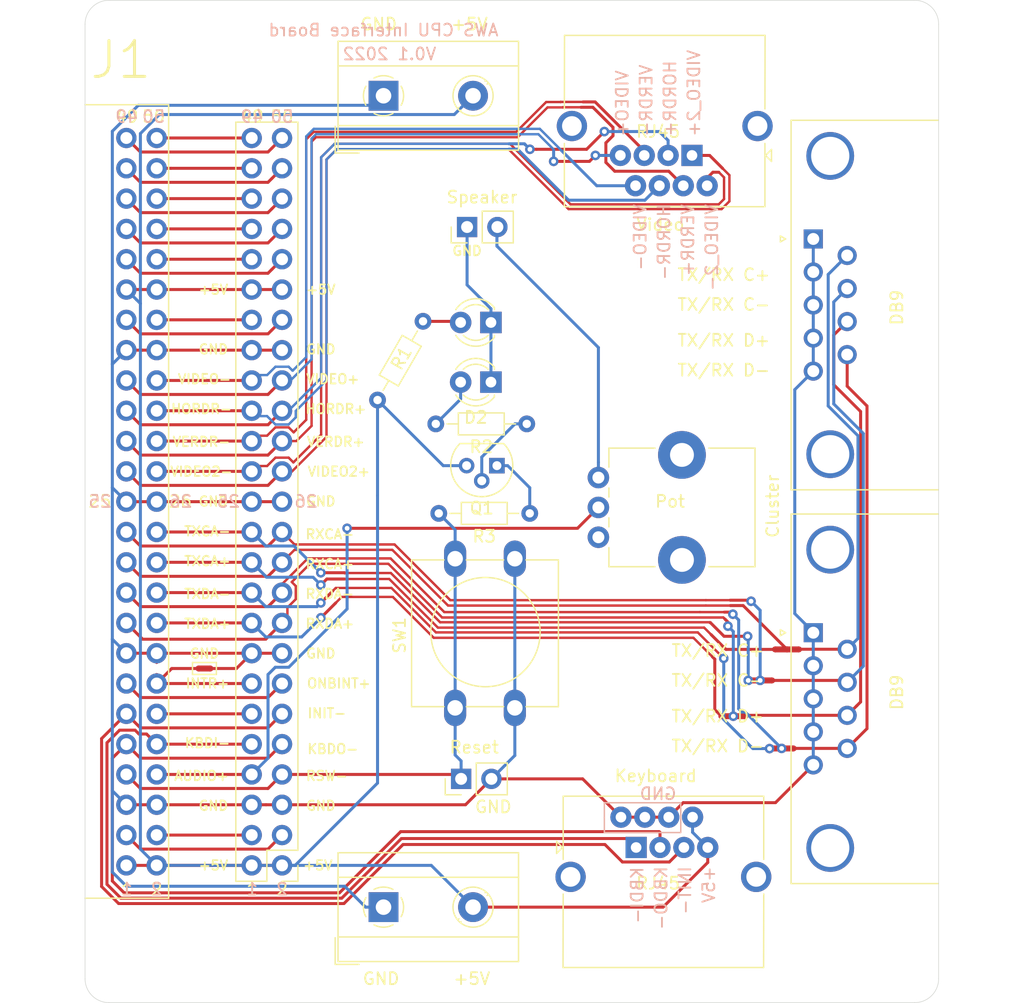
<source format=kicad_pcb>
(kicad_pcb (version 20171130) (host pcbnew 5.1.5+dfsg1-2build2)

  (general
    (thickness 1.6)
    (drawings 118)
    (tracks 515)
    (zones 0)
    (modules 27)
    (nets 51)
  )

  (page A4)
  (layers
    (0 F.Cu signal)
    (31 B.Cu signal)
    (32 B.Adhes user)
    (33 F.Adhes user)
    (34 B.Paste user)
    (35 F.Paste user)
    (36 B.SilkS user)
    (37 F.SilkS user)
    (38 B.Mask user)
    (39 F.Mask user)
    (40 Dwgs.User user)
    (41 Cmts.User user)
    (42 Eco1.User user)
    (43 Eco2.User user)
    (44 Edge.Cuts user)
    (45 Margin user hide)
    (46 B.CrtYd user hide)
    (47 F.CrtYd user hide)
    (48 B.Fab user hide)
    (49 F.Fab user hide)
  )

  (setup
    (last_trace_width 0.25)
    (trace_clearance 0.2)
    (zone_clearance 0.508)
    (zone_45_only no)
    (trace_min 0.2)
    (via_size 0.8)
    (via_drill 0.4)
    (via_min_size 0.4)
    (via_min_drill 0.3)
    (uvia_size 0.3)
    (uvia_drill 0.1)
    (uvias_allowed no)
    (uvia_min_size 0.2)
    (uvia_min_drill 0.1)
    (edge_width 0.05)
    (segment_width 0.2)
    (pcb_text_width 0.3)
    (pcb_text_size 1.5 1.5)
    (mod_edge_width 0.12)
    (mod_text_size 1 1)
    (mod_text_width 0.15)
    (pad_size 1.7 1.7)
    (pad_drill 1)
    (pad_to_mask_clearance 0.051)
    (solder_mask_min_width 0.25)
    (aux_axis_origin 0 0)
    (visible_elements FFFFFF7F)
    (pcbplotparams
      (layerselection 0x010fc_ffffffff)
      (usegerberextensions false)
      (usegerberattributes false)
      (usegerberadvancedattributes false)
      (creategerberjobfile false)
      (excludeedgelayer true)
      (linewidth 0.100000)
      (plotframeref false)
      (viasonmask false)
      (mode 1)
      (useauxorigin false)
      (hpglpennumber 1)
      (hpglpenspeed 20)
      (hpglpendiameter 15.000000)
      (psnegative false)
      (psa4output false)
      (plotreference true)
      (plotvalue true)
      (plotinvisibletext false)
      (padsonsilk false)
      (subtractmaskfromsilk true)
      (outputformat 1)
      (mirror false)
      (drillshape 0)
      (scaleselection 1)
      (outputdirectory "../fab 2022/AWS Breakout Board/"))
  )

  (net 0 "")
  (net 1 "Net-(D1-Pad2)")
  (net 2 INTR+)
  (net 3 "Net-(D2-Pad2)")
  (net 4 +5V)
  (net 5 AUDIO+)
  (net 6 KBDI-)
  (net 7 KBDO-)
  (net 8 INIT-)
  (net 9 ONBINT+)
  (net 10 RXDA+)
  (net 11 RXDA-)
  (net 12 RXCA+)
  (net 13 RXCA-)
  (net 14 VIDEO_2-)
  (net 15 VIDEO_2+)
  (net 16 VERDR-)
  (net 17 VERDR+)
  (net 18 HORDR-)
  (net 19 HORDR+)
  (net 20 VIDEO-)
  (net 21 VIDEO+)
  (net 22 GND)
  (net 23 TXDA-)
  (net 24 "Net-(J4-Pad9)")
  (net 25 TXDA+)
  (net 26 TXCA+)
  (net 27 TXCA-)
  (net 28 "Net-(J4-Pad8)")
  (net 29 "Net-(J4-Pad7)")
  (net 30 "Net-(J4-Pad6)")
  (net 31 /U4)
  (net 32 /U3)
  (net 33 /U38)
  (net 34 /U37)
  (net 35 /U42)
  (net 36 /U41)
  (net 37 /U44)
  (net 38 /U43)
  (net 39 /U46)
  (net 40 /U45)
  (net 41 /U48)
  (net 42 /U47)
  (net 43 /U50)
  (net 44 /U49)
  (net 45 /U12)
  (net 46 "Net-(RV1-Pad1)")
  (net 47 RSW-)
  (net 48 "Net-(J2-Pad2)")
  (net 49 "Net-(Q1-Pad1)")
  (net 50 "Net-(Q1-Pad2)")

  (net_class Default "This is the default net class."
    (clearance 0.2)
    (trace_width 0.25)
    (via_dia 0.8)
    (via_drill 0.4)
    (uvia_dia 0.3)
    (uvia_drill 0.1)
    (add_net +5V)
    (add_net /U12)
    (add_net /U3)
    (add_net /U37)
    (add_net /U38)
    (add_net /U4)
    (add_net /U41)
    (add_net /U42)
    (add_net /U43)
    (add_net /U44)
    (add_net /U45)
    (add_net /U46)
    (add_net /U47)
    (add_net /U48)
    (add_net /U49)
    (add_net /U50)
    (add_net AUDIO+)
    (add_net GND)
    (add_net HORDR+)
    (add_net HORDR-)
    (add_net INIT-)
    (add_net INTR+)
    (add_net KBDI-)
    (add_net KBDO-)
    (add_net "Net-(D1-Pad2)")
    (add_net "Net-(D2-Pad2)")
    (add_net "Net-(J2-Pad2)")
    (add_net "Net-(J4-Pad6)")
    (add_net "Net-(J4-Pad7)")
    (add_net "Net-(J4-Pad8)")
    (add_net "Net-(J4-Pad9)")
    (add_net "Net-(Q1-Pad1)")
    (add_net "Net-(Q1-Pad2)")
    (add_net "Net-(RV1-Pad1)")
    (add_net ONBINT+)
    (add_net RSW-)
    (add_net RXCA+)
    (add_net RXCA-)
    (add_net RXDA+)
    (add_net RXDA-)
    (add_net TXCA+)
    (add_net TXCA-)
    (add_net TXDA+)
    (add_net TXDA-)
    (add_net VERDR+)
    (add_net VERDR-)
    (add_net VIDEO+)
    (add_net VIDEO-)
    (add_net VIDEO_2+)
    (add_net VIDEO_2-)
  )

  (module Button_Switch_THT:SW_PUSH-12mm (layer F.Cu) (tedit 5D160D14) (tstamp 62AC7A77)
    (at 136 113.3 90)
    (descr "SW PUSH 12mm https://www.e-switch.com/system/asset/product_line/data_sheet/143/TL1100.pdf")
    (tags "tact sw push 12mm")
    (path /62BB4CF3)
    (fp_text reference SW1 (at 6.08 -4.66 90) (layer F.SilkS)
      (effects (font (size 1 1) (thickness 0.15)))
    )
    (fp_text value "Reset Switch" (at 6.62 9.93 90) (layer F.Fab)
      (effects (font (size 1 1) (thickness 0.15)))
    )
    (fp_line (start 12.4 -3.65) (end 12.4 -0.93) (layer F.SilkS) (width 0.12))
    (fp_line (start 12.4 5.93) (end 12.4 8.65) (layer F.SilkS) (width 0.12))
    (fp_line (start 0.1 4.07) (end 0.1 0.93) (layer F.SilkS) (width 0.12))
    (fp_line (start 0.1 8.65) (end 0.1 5.93) (layer F.SilkS) (width 0.12))
    (fp_line (start 0.25 -3.5) (end 0.25 8.5) (layer F.Fab) (width 0.1))
    (fp_circle (center 6.35 2.54) (end 10.16 5.08) (layer F.SilkS) (width 0.12))
    (fp_line (start 14.25 8.75) (end -1.77 8.75) (layer F.CrtYd) (width 0.05))
    (fp_line (start 14.25 8.75) (end 14.25 -3.75) (layer F.CrtYd) (width 0.05))
    (fp_line (start -1.77 -3.75) (end -1.77 8.75) (layer F.CrtYd) (width 0.05))
    (fp_line (start -1.77 -3.75) (end 14.25 -3.75) (layer F.CrtYd) (width 0.05))
    (fp_line (start 0.1 -0.93) (end 0.1 -3.65) (layer F.SilkS) (width 0.12))
    (fp_line (start 12.4 8.65) (end 0.1 8.65) (layer F.SilkS) (width 0.12))
    (fp_line (start 12.4 0.93) (end 12.4 4.07) (layer F.SilkS) (width 0.12))
    (fp_line (start 0.1 -3.65) (end 12.4 -3.65) (layer F.SilkS) (width 0.12))
    (fp_text user %R (at 6.35 2.54 90) (layer F.Fab)
      (effects (font (size 1 1) (thickness 0.15)))
    )
    (fp_line (start 12.25 -3.5) (end 12.25 8.5) (layer F.Fab) (width 0.1))
    (fp_line (start 0.25 -3.5) (end 12.25 -3.5) (layer F.Fab) (width 0.1))
    (fp_line (start 0.25 8.5) (end 12.25 8.5) (layer F.Fab) (width 0.1))
    (pad 2 thru_hole oval (at 0 5 90) (size 3.048 1.85) (drill 1.3) (layers *.Cu *.Mask)
      (net 22 GND))
    (pad 1 thru_hole oval (at 0 0 90) (size 3.048 1.85) (drill 1.3) (layers *.Cu *.Mask)
      (net 47 RSW-))
    (pad 2 thru_hole oval (at 12.5 5 90) (size 3.048 1.85) (drill 1.3) (layers *.Cu *.Mask)
      (net 22 GND))
    (pad 1 thru_hole oval (at 12.5 0 90) (size 3.048 1.85) (drill 1.3) (layers *.Cu *.Mask)
      (net 47 RSW-))
    (model ${KISYS3DMOD}/Button_Switch_THT.3dshapes/SW_PUSH-12mm.wrl
      (at (xyz 0 0 0))
      (scale (xyz 1 1 1))
      (rotate (xyz 0 0 0))
    )
  )

  (module Resistor_THT:R_Axial_DIN0204_L3.6mm_D1.6mm_P7.62mm_Horizontal (layer F.Cu) (tedit 5AE5139B) (tstamp 62AC5EF4)
    (at 142.25 97 180)
    (descr "Resistor, Axial_DIN0204 series, Axial, Horizontal, pin pitch=7.62mm, 0.167W, length*diameter=3.6*1.6mm^2, http://cdn-reichelt.de/documents/datenblatt/B400/1_4W%23YAG.pdf")
    (tags "Resistor Axial_DIN0204 series Axial Horizontal pin pitch 7.62mm 0.167W length 3.6mm diameter 1.6mm")
    (path /62BA1AF4)
    (fp_text reference R3 (at 3.81 -1.92) (layer F.SilkS)
      (effects (font (size 1 1) (thickness 0.15)))
    )
    (fp_text value 1k (at 3.81 1.92) (layer F.Fab)
      (effects (font (size 1 1) (thickness 0.15)))
    )
    (fp_text user %R (at 3.81 0) (layer F.Fab)
      (effects (font (size 0.72 0.72) (thickness 0.108)))
    )
    (fp_line (start 8.57 -1.05) (end -0.95 -1.05) (layer F.CrtYd) (width 0.05))
    (fp_line (start 8.57 1.05) (end 8.57 -1.05) (layer F.CrtYd) (width 0.05))
    (fp_line (start -0.95 1.05) (end 8.57 1.05) (layer F.CrtYd) (width 0.05))
    (fp_line (start -0.95 -1.05) (end -0.95 1.05) (layer F.CrtYd) (width 0.05))
    (fp_line (start 6.68 0) (end 5.73 0) (layer F.SilkS) (width 0.12))
    (fp_line (start 0.94 0) (end 1.89 0) (layer F.SilkS) (width 0.12))
    (fp_line (start 5.73 -0.92) (end 1.89 -0.92) (layer F.SilkS) (width 0.12))
    (fp_line (start 5.73 0.92) (end 5.73 -0.92) (layer F.SilkS) (width 0.12))
    (fp_line (start 1.89 0.92) (end 5.73 0.92) (layer F.SilkS) (width 0.12))
    (fp_line (start 1.89 -0.92) (end 1.89 0.92) (layer F.SilkS) (width 0.12))
    (fp_line (start 7.62 0) (end 5.61 0) (layer F.Fab) (width 0.1))
    (fp_line (start 0 0) (end 2.01 0) (layer F.Fab) (width 0.1))
    (fp_line (start 5.61 -0.8) (end 2.01 -0.8) (layer F.Fab) (width 0.1))
    (fp_line (start 5.61 0.8) (end 5.61 -0.8) (layer F.Fab) (width 0.1))
    (fp_line (start 2.01 0.8) (end 5.61 0.8) (layer F.Fab) (width 0.1))
    (fp_line (start 2.01 -0.8) (end 2.01 0.8) (layer F.Fab) (width 0.1))
    (pad 2 thru_hole oval (at 7.62 0 180) (size 1.4 1.4) (drill 0.7) (layers *.Cu *.Mask)
      (net 47 RSW-))
    (pad 1 thru_hole circle (at 0 0 180) (size 1.4 1.4) (drill 0.7) (layers *.Cu *.Mask)
      (net 49 "Net-(Q1-Pad1)"))
    (model ${KISYS3DMOD}/Resistor_THT.3dshapes/R_Axial_DIN0204_L3.6mm_D1.6mm_P7.62mm_Horizontal.wrl
      (at (xyz 0 0 0))
      (scale (xyz 1 1 1))
      (rotate (xyz 0 0 0))
    )
  )

  (module Resistor_THT:R_Axial_DIN0204_L3.6mm_D1.6mm_P7.62mm_Horizontal (layer F.Cu) (tedit 5AE5139B) (tstamp 62AC5EDD)
    (at 142 89.5 180)
    (descr "Resistor, Axial_DIN0204 series, Axial, Horizontal, pin pitch=7.62mm, 0.167W, length*diameter=3.6*1.6mm^2, http://cdn-reichelt.de/documents/datenblatt/B400/1_4W%23YAG.pdf")
    (tags "Resistor Axial_DIN0204 series Axial Horizontal pin pitch 7.62mm 0.167W length 3.6mm diameter 1.6mm")
    (path /62BE6342)
    (fp_text reference R2 (at 3.81 -1.92) (layer F.SilkS)
      (effects (font (size 1 1) (thickness 0.15)))
    )
    (fp_text value 1k (at 3.81 1.92) (layer F.Fab)
      (effects (font (size 1 1) (thickness 0.15)))
    )
    (fp_text user %R (at 3.81 0) (layer F.Fab)
      (effects (font (size 0.72 0.72) (thickness 0.108)))
    )
    (fp_line (start 8.57 -1.05) (end -0.95 -1.05) (layer F.CrtYd) (width 0.05))
    (fp_line (start 8.57 1.05) (end 8.57 -1.05) (layer F.CrtYd) (width 0.05))
    (fp_line (start -0.95 1.05) (end 8.57 1.05) (layer F.CrtYd) (width 0.05))
    (fp_line (start -0.95 -1.05) (end -0.95 1.05) (layer F.CrtYd) (width 0.05))
    (fp_line (start 6.68 0) (end 5.73 0) (layer F.SilkS) (width 0.12))
    (fp_line (start 0.94 0) (end 1.89 0) (layer F.SilkS) (width 0.12))
    (fp_line (start 5.73 -0.92) (end 1.89 -0.92) (layer F.SilkS) (width 0.12))
    (fp_line (start 5.73 0.92) (end 5.73 -0.92) (layer F.SilkS) (width 0.12))
    (fp_line (start 1.89 0.92) (end 5.73 0.92) (layer F.SilkS) (width 0.12))
    (fp_line (start 1.89 -0.92) (end 1.89 0.92) (layer F.SilkS) (width 0.12))
    (fp_line (start 7.62 0) (end 5.61 0) (layer F.Fab) (width 0.1))
    (fp_line (start 0 0) (end 2.01 0) (layer F.Fab) (width 0.1))
    (fp_line (start 5.61 -0.8) (end 2.01 -0.8) (layer F.Fab) (width 0.1))
    (fp_line (start 5.61 0.8) (end 5.61 -0.8) (layer F.Fab) (width 0.1))
    (fp_line (start 2.01 0.8) (end 5.61 0.8) (layer F.Fab) (width 0.1))
    (fp_line (start 2.01 -0.8) (end 2.01 0.8) (layer F.Fab) (width 0.1))
    (pad 2 thru_hole oval (at 7.62 0 180) (size 1.4 1.4) (drill 0.7) (layers *.Cu *.Mask)
      (net 3 "Net-(D2-Pad2)"))
    (pad 1 thru_hole circle (at 0 0 180) (size 1.4 1.4) (drill 0.7) (layers *.Cu *.Mask)
      (net 50 "Net-(Q1-Pad2)"))
    (model ${KISYS3DMOD}/Resistor_THT.3dshapes/R_Axial_DIN0204_L3.6mm_D1.6mm_P7.62mm_Horizontal.wrl
      (at (xyz 0 0 0))
      (scale (xyz 1 1 1))
      (rotate (xyz 0 0 0))
    )
  )

  (module Package_TO_SOT_THT:TO-92 (layer F.Cu) (tedit 5A279852) (tstamp 62AC5E9A)
    (at 139.5 93 180)
    (descr "TO-92 leads molded, narrow, drill 0.75mm (see NXP sot054_po.pdf)")
    (tags "to-92 sc-43 sc-43a sot54 PA33 transistor")
    (path /62B9B23E)
    (fp_text reference Q1 (at 1.27 -3.56) (layer F.SilkS)
      (effects (font (size 1 1) (thickness 0.15)))
    )
    (fp_text value Q_PNP_BCE (at 1.27 2.79) (layer F.Fab)
      (effects (font (size 1 1) (thickness 0.15)))
    )
    (fp_arc (start 1.27 0) (end 1.27 -2.6) (angle 135) (layer F.SilkS) (width 0.12))
    (fp_arc (start 1.27 0) (end 1.27 -2.48) (angle -135) (layer F.Fab) (width 0.1))
    (fp_arc (start 1.27 0) (end 1.27 -2.6) (angle -135) (layer F.SilkS) (width 0.12))
    (fp_arc (start 1.27 0) (end 1.27 -2.48) (angle 135) (layer F.Fab) (width 0.1))
    (fp_line (start 4 2.01) (end -1.46 2.01) (layer F.CrtYd) (width 0.05))
    (fp_line (start 4 2.01) (end 4 -2.73) (layer F.CrtYd) (width 0.05))
    (fp_line (start -1.46 -2.73) (end -1.46 2.01) (layer F.CrtYd) (width 0.05))
    (fp_line (start -1.46 -2.73) (end 4 -2.73) (layer F.CrtYd) (width 0.05))
    (fp_line (start -0.5 1.75) (end 3 1.75) (layer F.Fab) (width 0.1))
    (fp_line (start -0.53 1.85) (end 3.07 1.85) (layer F.SilkS) (width 0.12))
    (fp_text user %R (at 1.27 -3.56) (layer F.Fab)
      (effects (font (size 1 1) (thickness 0.15)))
    )
    (pad 1 thru_hole rect (at 0 0 270) (size 1.3 1.3) (drill 0.75) (layers *.Cu *.Mask)
      (net 49 "Net-(Q1-Pad1)"))
    (pad 3 thru_hole circle (at 2.54 0 270) (size 1.3 1.3) (drill 0.75) (layers *.Cu *.Mask)
      (net 4 +5V))
    (pad 2 thru_hole circle (at 1.27 -1.27 270) (size 1.3 1.3) (drill 0.75) (layers *.Cu *.Mask)
      (net 50 "Net-(Q1-Pad2)"))
    (model ${KISYS3DMOD}/Package_TO_SOT_THT.3dshapes/TO-92.wrl
      (at (xyz 0 0 0))
      (scale (xyz 1 1 1))
      (rotate (xyz 0 0 0))
    )
  )

  (module LED_THT:LED_D3.0mm (layer F.Cu) (tedit 587A3A7B) (tstamp 62AC76F0)
    (at 139 86 180)
    (descr "LED, diameter 3.0mm, 2 pins")
    (tags "LED diameter 3.0mm 2 pins")
    (path /62BFC40E)
    (fp_text reference D2 (at 1.27 -2.96) (layer F.SilkS)
      (effects (font (size 1 1) (thickness 0.15)))
    )
    (fp_text value "Reset LED" (at 1.27 2.96) (layer F.Fab)
      (effects (font (size 1 1) (thickness 0.15)))
    )
    (fp_line (start 3.7 -2.25) (end -1.15 -2.25) (layer F.CrtYd) (width 0.05))
    (fp_line (start 3.7 2.25) (end 3.7 -2.25) (layer F.CrtYd) (width 0.05))
    (fp_line (start -1.15 2.25) (end 3.7 2.25) (layer F.CrtYd) (width 0.05))
    (fp_line (start -1.15 -2.25) (end -1.15 2.25) (layer F.CrtYd) (width 0.05))
    (fp_line (start -0.29 1.08) (end -0.29 1.236) (layer F.SilkS) (width 0.12))
    (fp_line (start -0.29 -1.236) (end -0.29 -1.08) (layer F.SilkS) (width 0.12))
    (fp_line (start -0.23 -1.16619) (end -0.23 1.16619) (layer F.Fab) (width 0.1))
    (fp_circle (center 1.27 0) (end 2.77 0) (layer F.Fab) (width 0.1))
    (fp_arc (start 1.27 0) (end 0.229039 1.08) (angle -87.9) (layer F.SilkS) (width 0.12))
    (fp_arc (start 1.27 0) (end 0.229039 -1.08) (angle 87.9) (layer F.SilkS) (width 0.12))
    (fp_arc (start 1.27 0) (end -0.29 1.235516) (angle -108.8) (layer F.SilkS) (width 0.12))
    (fp_arc (start 1.27 0) (end -0.29 -1.235516) (angle 108.8) (layer F.SilkS) (width 0.12))
    (fp_arc (start 1.27 0) (end -0.23 -1.16619) (angle 284.3) (layer F.Fab) (width 0.1))
    (pad 2 thru_hole circle (at 2.54 0 180) (size 1.8 1.8) (drill 0.9) (layers *.Cu *.Mask)
      (net 3 "Net-(D2-Pad2)"))
    (pad 1 thru_hole rect (at 0 0 180) (size 1.8 1.8) (drill 0.9) (layers *.Cu *.Mask)
      (net 22 GND))
    (model ${KISYS3DMOD}/LED_THT.3dshapes/LED_D3.0mm.wrl
      (at (xyz 0 0 0))
      (scale (xyz 1 1 1))
      (rotate (xyz 0 0 0))
    )
  )

  (module Connector_PinHeader_2.54mm_Custom:PinHeader_2x25_P2.54mm_Horizontal (layer F.Cu) (tedit 629701D2) (tstamp 62980435)
    (at 111 126.5 180)
    (descr "Through hole angled pin header, 2x25, 2.54mm pitch, 6mm pin length, double rows")
    (tags "Through hole angled pin header THT 2x25 2.54mm double row")
    (path /61DF0A18)
    (fp_text reference J1 (at 5.655 -2.27) (layer F.SilkS) hide
      (effects (font (size 1 1) (thickness 0.15)))
    )
    (fp_text value Conn_2Rows-50Pins (at 5.655 63.23) (layer F.Fab)
      (effects (font (size 1 1) (thickness 0.15)))
    )
    (fp_line (start 4.675 -1.27) (end 6.58 -1.27) (layer F.Fab) (width 0.1))
    (fp_line (start 6.58 -1.27) (end 6.58 62.23) (layer F.Fab) (width 0.1))
    (fp_line (start 6.58 62.23) (end 4.04 62.23) (layer F.Fab) (width 0.1))
    (fp_line (start 4.04 62.23) (end 4.04 -0.635) (layer F.Fab) (width 0.1))
    (fp_line (start 4.04 -0.635) (end 4.675 -1.27) (layer F.Fab) (width 0.1))
    (fp_line (start -0.32 -0.32) (end 4.04 -0.32) (layer F.Fab) (width 0.1))
    (fp_line (start -0.32 -0.32) (end -0.32 0.32) (layer F.Fab) (width 0.1))
    (fp_line (start -0.32 0.32) (end 4.04 0.32) (layer F.Fab) (width 0.1))
    (fp_line (start 6.58 -0.32) (end 12.58 -0.32) (layer F.Fab) (width 0.1))
    (fp_line (start 12.58 -0.32) (end 12.58 0.32) (layer F.Fab) (width 0.1))
    (fp_line (start 6.58 0.32) (end 12.58 0.32) (layer F.Fab) (width 0.1))
    (fp_line (start -0.32 2.22) (end 4.04 2.22) (layer F.Fab) (width 0.1))
    (fp_line (start -0.32 2.22) (end -0.32 2.86) (layer F.Fab) (width 0.1))
    (fp_line (start -0.32 2.86) (end 4.04 2.86) (layer F.Fab) (width 0.1))
    (fp_line (start 6.58 2.22) (end 12.58 2.22) (layer F.Fab) (width 0.1))
    (fp_line (start 12.58 2.22) (end 12.58 2.86) (layer F.Fab) (width 0.1))
    (fp_line (start 6.58 2.86) (end 12.58 2.86) (layer F.Fab) (width 0.1))
    (fp_line (start -0.32 4.76) (end 4.04 4.76) (layer F.Fab) (width 0.1))
    (fp_line (start -0.32 4.76) (end -0.32 5.4) (layer F.Fab) (width 0.1))
    (fp_line (start -0.32 5.4) (end 4.04 5.4) (layer F.Fab) (width 0.1))
    (fp_line (start 6.58 4.76) (end 12.58 4.76) (layer F.Fab) (width 0.1))
    (fp_line (start 12.58 4.76) (end 12.58 5.4) (layer F.Fab) (width 0.1))
    (fp_line (start 6.58 5.4) (end 12.58 5.4) (layer F.Fab) (width 0.1))
    (fp_line (start -0.32 7.3) (end 4.04 7.3) (layer F.Fab) (width 0.1))
    (fp_line (start -0.32 7.3) (end -0.32 7.94) (layer F.Fab) (width 0.1))
    (fp_line (start -0.32 7.94) (end 4.04 7.94) (layer F.Fab) (width 0.1))
    (fp_line (start 6.58 7.3) (end 12.58 7.3) (layer F.Fab) (width 0.1))
    (fp_line (start 12.58 7.3) (end 12.58 7.94) (layer F.Fab) (width 0.1))
    (fp_line (start 6.58 7.94) (end 12.58 7.94) (layer F.Fab) (width 0.1))
    (fp_line (start -0.32 9.84) (end 4.04 9.84) (layer F.Fab) (width 0.1))
    (fp_line (start -0.32 9.84) (end -0.32 10.48) (layer F.Fab) (width 0.1))
    (fp_line (start -0.32 10.48) (end 4.04 10.48) (layer F.Fab) (width 0.1))
    (fp_line (start 6.58 9.84) (end 12.58 9.84) (layer F.Fab) (width 0.1))
    (fp_line (start 12.58 9.84) (end 12.58 10.48) (layer F.Fab) (width 0.1))
    (fp_line (start 6.58 10.48) (end 12.58 10.48) (layer F.Fab) (width 0.1))
    (fp_line (start -0.32 12.38) (end 4.04 12.38) (layer F.Fab) (width 0.1))
    (fp_line (start -0.32 12.38) (end -0.32 13.02) (layer F.Fab) (width 0.1))
    (fp_line (start -0.32 13.02) (end 4.04 13.02) (layer F.Fab) (width 0.1))
    (fp_line (start 6.58 12.38) (end 12.58 12.38) (layer F.Fab) (width 0.1))
    (fp_line (start 12.58 12.38) (end 12.58 13.02) (layer F.Fab) (width 0.1))
    (fp_line (start 6.58 13.02) (end 12.58 13.02) (layer F.Fab) (width 0.1))
    (fp_line (start -0.32 14.92) (end 4.04 14.92) (layer F.Fab) (width 0.1))
    (fp_line (start -0.32 14.92) (end -0.32 15.56) (layer F.Fab) (width 0.1))
    (fp_line (start -0.32 15.56) (end 4.04 15.56) (layer F.Fab) (width 0.1))
    (fp_line (start 6.58 14.92) (end 12.58 14.92) (layer F.Fab) (width 0.1))
    (fp_line (start 12.58 14.92) (end 12.58 15.56) (layer F.Fab) (width 0.1))
    (fp_line (start 6.58 15.56) (end 12.58 15.56) (layer F.Fab) (width 0.1))
    (fp_line (start -0.32 17.46) (end 4.04 17.46) (layer F.Fab) (width 0.1))
    (fp_line (start -0.32 17.46) (end -0.32 18.1) (layer F.Fab) (width 0.1))
    (fp_line (start -0.32 18.1) (end 4.04 18.1) (layer F.Fab) (width 0.1))
    (fp_line (start 6.58 17.46) (end 12.58 17.46) (layer F.Fab) (width 0.1))
    (fp_line (start 12.58 17.46) (end 12.58 18.1) (layer F.Fab) (width 0.1))
    (fp_line (start 6.58 18.1) (end 12.58 18.1) (layer F.Fab) (width 0.1))
    (fp_line (start -0.32 20) (end 4.04 20) (layer F.Fab) (width 0.1))
    (fp_line (start -0.32 20) (end -0.32 20.64) (layer F.Fab) (width 0.1))
    (fp_line (start -0.32 20.64) (end 4.04 20.64) (layer F.Fab) (width 0.1))
    (fp_line (start 6.58 20) (end 12.58 20) (layer F.Fab) (width 0.1))
    (fp_line (start 12.58 20) (end 12.58 20.64) (layer F.Fab) (width 0.1))
    (fp_line (start 6.58 20.64) (end 12.58 20.64) (layer F.Fab) (width 0.1))
    (fp_line (start -0.32 22.54) (end 4.04 22.54) (layer F.Fab) (width 0.1))
    (fp_line (start -0.32 22.54) (end -0.32 23.18) (layer F.Fab) (width 0.1))
    (fp_line (start -0.32 23.18) (end 4.04 23.18) (layer F.Fab) (width 0.1))
    (fp_line (start 6.58 22.54) (end 12.58 22.54) (layer F.Fab) (width 0.1))
    (fp_line (start 12.58 22.54) (end 12.58 23.18) (layer F.Fab) (width 0.1))
    (fp_line (start 6.58 23.18) (end 12.58 23.18) (layer F.Fab) (width 0.1))
    (fp_line (start -0.32 25.08) (end 4.04 25.08) (layer F.Fab) (width 0.1))
    (fp_line (start -0.32 25.08) (end -0.32 25.72) (layer F.Fab) (width 0.1))
    (fp_line (start -0.32 25.72) (end 4.04 25.72) (layer F.Fab) (width 0.1))
    (fp_line (start 6.58 25.08) (end 12.58 25.08) (layer F.Fab) (width 0.1))
    (fp_line (start 12.58 25.08) (end 12.58 25.72) (layer F.Fab) (width 0.1))
    (fp_line (start 6.58 25.72) (end 12.58 25.72) (layer F.Fab) (width 0.1))
    (fp_line (start -0.32 27.62) (end 4.04 27.62) (layer F.Fab) (width 0.1))
    (fp_line (start -0.32 27.62) (end -0.32 28.26) (layer F.Fab) (width 0.1))
    (fp_line (start -0.32 28.26) (end 4.04 28.26) (layer F.Fab) (width 0.1))
    (fp_line (start 6.58 27.62) (end 12.58 27.62) (layer F.Fab) (width 0.1))
    (fp_line (start 12.58 27.62) (end 12.58 28.26) (layer F.Fab) (width 0.1))
    (fp_line (start 6.58 28.26) (end 12.58 28.26) (layer F.Fab) (width 0.1))
    (fp_line (start -0.32 30.16) (end 4.04 30.16) (layer F.Fab) (width 0.1))
    (fp_line (start -0.32 30.16) (end -0.32 30.8) (layer F.Fab) (width 0.1))
    (fp_line (start -0.32 30.8) (end 4.04 30.8) (layer F.Fab) (width 0.1))
    (fp_line (start 6.58 30.16) (end 12.58 30.16) (layer F.Fab) (width 0.1))
    (fp_line (start 12.58 30.16) (end 12.58 30.8) (layer F.Fab) (width 0.1))
    (fp_line (start 6.58 30.8) (end 12.58 30.8) (layer F.Fab) (width 0.1))
    (fp_line (start -0.32 32.7) (end 4.04 32.7) (layer F.Fab) (width 0.1))
    (fp_line (start -0.32 32.7) (end -0.32 33.34) (layer F.Fab) (width 0.1))
    (fp_line (start -0.32 33.34) (end 4.04 33.34) (layer F.Fab) (width 0.1))
    (fp_line (start 6.58 32.7) (end 12.58 32.7) (layer F.Fab) (width 0.1))
    (fp_line (start 12.58 32.7) (end 12.58 33.34) (layer F.Fab) (width 0.1))
    (fp_line (start 6.58 33.34) (end 12.58 33.34) (layer F.Fab) (width 0.1))
    (fp_line (start -0.32 35.24) (end 4.04 35.24) (layer F.Fab) (width 0.1))
    (fp_line (start -0.32 35.24) (end -0.32 35.88) (layer F.Fab) (width 0.1))
    (fp_line (start -0.32 35.88) (end 4.04 35.88) (layer F.Fab) (width 0.1))
    (fp_line (start 6.58 35.24) (end 12.58 35.24) (layer F.Fab) (width 0.1))
    (fp_line (start 12.58 35.24) (end 12.58 35.88) (layer F.Fab) (width 0.1))
    (fp_line (start 6.58 35.88) (end 12.58 35.88) (layer F.Fab) (width 0.1))
    (fp_line (start -0.32 37.78) (end 4.04 37.78) (layer F.Fab) (width 0.1))
    (fp_line (start -0.32 37.78) (end -0.32 38.42) (layer F.Fab) (width 0.1))
    (fp_line (start -0.32 38.42) (end 4.04 38.42) (layer F.Fab) (width 0.1))
    (fp_line (start 6.58 37.78) (end 12.58 37.78) (layer F.Fab) (width 0.1))
    (fp_line (start 12.58 37.78) (end 12.58 38.42) (layer F.Fab) (width 0.1))
    (fp_line (start 6.58 38.42) (end 12.58 38.42) (layer F.Fab) (width 0.1))
    (fp_line (start -0.32 40.32) (end 4.04 40.32) (layer F.Fab) (width 0.1))
    (fp_line (start -0.32 40.32) (end -0.32 40.96) (layer F.Fab) (width 0.1))
    (fp_line (start -0.32 40.96) (end 4.04 40.96) (layer F.Fab) (width 0.1))
    (fp_line (start 6.58 40.32) (end 12.58 40.32) (layer F.Fab) (width 0.1))
    (fp_line (start 12.58 40.32) (end 12.58 40.96) (layer F.Fab) (width 0.1))
    (fp_line (start 6.58 40.96) (end 12.58 40.96) (layer F.Fab) (width 0.1))
    (fp_line (start -0.32 42.86) (end 4.04 42.86) (layer F.Fab) (width 0.1))
    (fp_line (start -0.32 42.86) (end -0.32 43.5) (layer F.Fab) (width 0.1))
    (fp_line (start -0.32 43.5) (end 4.04 43.5) (layer F.Fab) (width 0.1))
    (fp_line (start 6.58 42.86) (end 12.58 42.86) (layer F.Fab) (width 0.1))
    (fp_line (start 12.58 42.86) (end 12.58 43.5) (layer F.Fab) (width 0.1))
    (fp_line (start 6.58 43.5) (end 12.58 43.5) (layer F.Fab) (width 0.1))
    (fp_line (start -0.32 45.4) (end 4.04 45.4) (layer F.Fab) (width 0.1))
    (fp_line (start -0.32 45.4) (end -0.32 46.04) (layer F.Fab) (width 0.1))
    (fp_line (start -0.32 46.04) (end 4.04 46.04) (layer F.Fab) (width 0.1))
    (fp_line (start 6.58 45.4) (end 12.58 45.4) (layer F.Fab) (width 0.1))
    (fp_line (start 12.58 45.4) (end 12.58 46.04) (layer F.Fab) (width 0.1))
    (fp_line (start 6.58 46.04) (end 12.58 46.04) (layer F.Fab) (width 0.1))
    (fp_line (start -0.32 47.94) (end 4.04 47.94) (layer F.Fab) (width 0.1))
    (fp_line (start -0.32 47.94) (end -0.32 48.58) (layer F.Fab) (width 0.1))
    (fp_line (start -0.32 48.58) (end 4.04 48.58) (layer F.Fab) (width 0.1))
    (fp_line (start 6.58 47.94) (end 12.58 47.94) (layer F.Fab) (width 0.1))
    (fp_line (start 12.58 47.94) (end 12.58 48.58) (layer F.Fab) (width 0.1))
    (fp_line (start 6.58 48.58) (end 12.58 48.58) (layer F.Fab) (width 0.1))
    (fp_line (start -0.32 50.48) (end 4.04 50.48) (layer F.Fab) (width 0.1))
    (fp_line (start -0.32 50.48) (end -0.32 51.12) (layer F.Fab) (width 0.1))
    (fp_line (start -0.32 51.12) (end 4.04 51.12) (layer F.Fab) (width 0.1))
    (fp_line (start 6.58 50.48) (end 12.58 50.48) (layer F.Fab) (width 0.1))
    (fp_line (start 12.58 50.48) (end 12.58 51.12) (layer F.Fab) (width 0.1))
    (fp_line (start 6.58 51.12) (end 12.58 51.12) (layer F.Fab) (width 0.1))
    (fp_line (start -0.32 53.02) (end 4.04 53.02) (layer F.Fab) (width 0.1))
    (fp_line (start -0.32 53.02) (end -0.32 53.66) (layer F.Fab) (width 0.1))
    (fp_line (start -0.32 53.66) (end 4.04 53.66) (layer F.Fab) (width 0.1))
    (fp_line (start 6.58 53.02) (end 12.58 53.02) (layer F.Fab) (width 0.1))
    (fp_line (start 12.58 53.02) (end 12.58 53.66) (layer F.Fab) (width 0.1))
    (fp_line (start 6.58 53.66) (end 12.58 53.66) (layer F.Fab) (width 0.1))
    (fp_line (start -0.32 55.56) (end 4.04 55.56) (layer F.Fab) (width 0.1))
    (fp_line (start -0.32 55.56) (end -0.32 56.2) (layer F.Fab) (width 0.1))
    (fp_line (start -0.32 56.2) (end 4.04 56.2) (layer F.Fab) (width 0.1))
    (fp_line (start 6.58 55.56) (end 12.58 55.56) (layer F.Fab) (width 0.1))
    (fp_line (start 12.58 55.56) (end 12.58 56.2) (layer F.Fab) (width 0.1))
    (fp_line (start 6.58 56.2) (end 12.58 56.2) (layer F.Fab) (width 0.1))
    (fp_line (start -0.32 58.1) (end 4.04 58.1) (layer F.Fab) (width 0.1))
    (fp_line (start -0.32 58.1) (end -0.32 58.74) (layer F.Fab) (width 0.1))
    (fp_line (start -0.32 58.74) (end 4.04 58.74) (layer F.Fab) (width 0.1))
    (fp_line (start 6.58 58.1) (end 12.58 58.1) (layer F.Fab) (width 0.1))
    (fp_line (start 12.58 58.1) (end 12.58 58.74) (layer F.Fab) (width 0.1))
    (fp_line (start 6.58 58.74) (end 12.58 58.74) (layer F.Fab) (width 0.1))
    (fp_line (start -0.32 60.64) (end 4.04 60.64) (layer F.Fab) (width 0.1))
    (fp_line (start -0.32 60.64) (end -0.32 61.28) (layer F.Fab) (width 0.1))
    (fp_line (start -0.32 61.28) (end 4.04 61.28) (layer F.Fab) (width 0.1))
    (fp_line (start 6.58 60.64) (end 12.58 60.64) (layer F.Fab) (width 0.1))
    (fp_line (start 12.58 60.64) (end 12.58 61.28) (layer F.Fab) (width 0.1))
    (fp_line (start 6.58 61.28) (end 12.58 61.28) (layer F.Fab) (width 0.1))
    (fp_line (start -1.8 -1.8) (end -1.8 62.75) (layer F.CrtYd) (width 0.05))
    (fp_line (start -1.8 62.75) (end 13.1 62.75) (layer F.CrtYd) (width 0.05))
    (fp_line (start 13.1 62.75) (end 13.1 -1.8) (layer F.CrtYd) (width 0.05))
    (fp_line (start 13.1 -1.8) (end -1.8 -1.8) (layer F.CrtYd) (width 0.05))
    (fp_text user %R (at 5.31 30.48 90) (layer F.Fab)
      (effects (font (size 1 1) (thickness 0.15)))
    )
    (pad 2 thru_hole circle (at 0 0 180) (size 1.7 1.7) (drill 1) (layers *.Cu *.Mask)
      (net 4 +5V))
    (pad 1 thru_hole oval (at 2.54 0 180) (size 1.7 1.7) (drill 1) (layers *.Cu *.Mask)
      (net 4 +5V))
    (pad 4 thru_hole oval (at 0 2.54 180) (size 1.7 1.7) (drill 1) (layers *.Cu *.Mask)
      (net 31 /U4))
    (pad 3 thru_hole oval (at 2.54 2.54 180) (size 1.7 1.7) (drill 1) (layers *.Cu *.Mask)
      (net 32 /U3))
    (pad 6 thru_hole oval (at 0 5.08 180) (size 1.7 1.7) (drill 1) (layers *.Cu *.Mask)
      (net 22 GND))
    (pad 5 thru_hole oval (at 2.54 5.08 180) (size 1.7 1.7) (drill 1) (layers *.Cu *.Mask)
      (net 22 GND))
    (pad 8 thru_hole oval (at 0 7.62 180) (size 1.7 1.7) (drill 1) (layers *.Cu *.Mask)
      (net 5 AUDIO+))
    (pad 7 thru_hole oval (at 2.54 7.62 180) (size 1.7 1.7) (drill 1) (layers *.Cu *.Mask)
      (net 47 RSW-))
    (pad 10 thru_hole oval (at 0 10.16 180) (size 1.7 1.7) (drill 1) (layers *.Cu *.Mask)
      (net 6 KBDI-))
    (pad 9 thru_hole oval (at 2.54 10.16 180) (size 1.7 1.7) (drill 1) (layers *.Cu *.Mask)
      (net 7 KBDO-))
    (pad 12 thru_hole oval (at 0 12.7 180) (size 1.7 1.7) (drill 1) (layers *.Cu *.Mask)
      (net 45 /U12))
    (pad 11 thru_hole oval (at 2.54 12.7 180) (size 1.7 1.7) (drill 1) (layers *.Cu *.Mask)
      (net 8 INIT-))
    (pad 14 thru_hole oval (at 0 15.24 180) (size 1.7 1.7) (drill 1) (layers *.Cu *.Mask)
      (net 2 INTR+))
    (pad 13 thru_hole oval (at 2.54 15.24 180) (size 1.7 1.7) (drill 1) (layers *.Cu *.Mask)
      (net 9 ONBINT+))
    (pad 16 thru_hole oval (at 0 17.78 180) (size 1.7 1.7) (drill 1) (layers *.Cu *.Mask)
      (net 22 GND))
    (pad 15 thru_hole oval (at 2.54 17.78 180) (size 1.7 1.7) (drill 1) (layers *.Cu *.Mask)
      (net 22 GND))
    (pad 18 thru_hole oval (at 0 20.32 180) (size 1.7 1.7) (drill 1) (layers *.Cu *.Mask)
      (net 25 TXDA+))
    (pad 17 thru_hole oval (at 2.54 20.32 180) (size 1.7 1.7) (drill 1) (layers *.Cu *.Mask)
      (net 10 RXDA+))
    (pad 20 thru_hole oval (at 0 22.86 180) (size 1.7 1.7) (drill 1) (layers *.Cu *.Mask)
      (net 23 TXDA-))
    (pad 19 thru_hole oval (at 2.54 22.86 180) (size 1.7 1.7) (drill 1) (layers *.Cu *.Mask)
      (net 11 RXDA-))
    (pad 22 thru_hole oval (at 0 25.4 180) (size 1.7 1.7) (drill 1) (layers *.Cu *.Mask)
      (net 26 TXCA+))
    (pad 21 thru_hole oval (at 2.54 25.4 180) (size 1.7 1.7) (drill 1) (layers *.Cu *.Mask)
      (net 12 RXCA+))
    (pad 24 thru_hole oval (at 0 27.94 180) (size 1.7 1.7) (drill 1) (layers *.Cu *.Mask)
      (net 27 TXCA-))
    (pad 23 thru_hole oval (at 2.54 27.94 180) (size 1.7 1.7) (drill 1) (layers *.Cu *.Mask)
      (net 13 RXCA-))
    (pad 26 thru_hole oval (at 0 30.48 180) (size 1.7 1.7) (drill 1) (layers *.Cu *.Mask)
      (net 22 GND))
    (pad 25 thru_hole oval (at 2.54 30.48 180) (size 1.7 1.7) (drill 1) (layers *.Cu *.Mask)
      (net 22 GND))
    (pad 28 thru_hole oval (at 0 33.02 180) (size 1.7 1.7) (drill 1) (layers *.Cu *.Mask)
      (net 14 VIDEO_2-))
    (pad 27 thru_hole oval (at 2.54 33.02 180) (size 1.7 1.7) (drill 1) (layers *.Cu *.Mask)
      (net 15 VIDEO_2+))
    (pad 30 thru_hole oval (at 0 35.56 180) (size 1.7 1.7) (drill 1) (layers *.Cu *.Mask)
      (net 16 VERDR-))
    (pad 29 thru_hole oval (at 2.54 35.56 180) (size 1.7 1.7) (drill 1) (layers *.Cu *.Mask)
      (net 17 VERDR+))
    (pad 32 thru_hole oval (at 0 38.1 180) (size 1.7 1.7) (drill 1) (layers *.Cu *.Mask)
      (net 18 HORDR-))
    (pad 31 thru_hole oval (at 2.54 38.1 180) (size 1.7 1.7) (drill 1) (layers *.Cu *.Mask)
      (net 19 HORDR+))
    (pad 34 thru_hole oval (at 0 40.64 180) (size 1.7 1.7) (drill 1) (layers *.Cu *.Mask)
      (net 20 VIDEO-))
    (pad 33 thru_hole oval (at 2.54 40.64 180) (size 1.7 1.7) (drill 1) (layers *.Cu *.Mask)
      (net 21 VIDEO+))
    (pad 36 thru_hole oval (at 0 43.18 180) (size 1.7 1.7) (drill 1) (layers *.Cu *.Mask)
      (net 22 GND))
    (pad 35 thru_hole oval (at 2.54 43.18 180) (size 1.7 1.7) (drill 1) (layers *.Cu *.Mask)
      (net 22 GND))
    (pad 38 thru_hole oval (at 0 45.72 180) (size 1.7 1.7) (drill 1) (layers *.Cu *.Mask)
      (net 33 /U38))
    (pad 37 thru_hole oval (at 2.54 45.72 180) (size 1.7 1.7) (drill 1) (layers *.Cu *.Mask)
      (net 34 /U37))
    (pad 40 thru_hole oval (at 0 48.26 180) (size 1.7 1.7) (drill 1) (layers *.Cu *.Mask)
      (net 4 +5V))
    (pad 39 thru_hole oval (at 2.54 48.26 180) (size 1.7 1.7) (drill 1) (layers *.Cu *.Mask)
      (net 4 +5V))
    (pad 42 thru_hole oval (at 0 50.8 180) (size 1.7 1.7) (drill 1) (layers *.Cu *.Mask)
      (net 35 /U42))
    (pad 41 thru_hole oval (at 2.54 50.8 180) (size 1.7 1.7) (drill 1) (layers *.Cu *.Mask)
      (net 36 /U41))
    (pad 44 thru_hole oval (at 0 53.34 180) (size 1.7 1.7) (drill 1) (layers *.Cu *.Mask)
      (net 37 /U44))
    (pad 43 thru_hole oval (at 2.54 53.34 180) (size 1.7 1.7) (drill 1) (layers *.Cu *.Mask)
      (net 38 /U43))
    (pad 46 thru_hole oval (at 0 55.88 180) (size 1.7 1.7) (drill 1) (layers *.Cu *.Mask)
      (net 39 /U46))
    (pad 45 thru_hole oval (at 2.54 55.88 180) (size 1.7 1.7) (drill 1) (layers *.Cu *.Mask)
      (net 40 /U45))
    (pad 48 thru_hole oval (at 0 58.42 180) (size 1.7 1.7) (drill 1) (layers *.Cu *.Mask)
      (net 41 /U48))
    (pad 47 thru_hole oval (at 2.54 58.42 180) (size 1.7 1.7) (drill 1) (layers *.Cu *.Mask)
      (net 42 /U47))
    (pad 50 thru_hole oval (at 0 60.96 180) (size 1.7 1.7) (drill 1) (layers *.Cu *.Mask)
      (net 43 /U50))
    (pad 49 thru_hole oval (at 2.54 60.96 180) (size 1.7 1.7) (drill 1) (layers *.Cu *.Mask)
      (net 44 /U49))
    (model ${KISYS3DMOD}/Connector_PinHeader_2.54mm.3dshapes/PinHeader_2x25_P2.54mm_Horizontal.wrl
      (at (xyz 0 0 0))
      (scale (xyz 1 1 1))
      (rotate (xyz 0 0 0))
    )
  )

  (module Connector_PinHeader_2.54mm:PinHeader_2x25_P2.54mm_Vertical (layer F.Cu) (tedit 6297156B) (tstamp 62958FFA)
    (at 121.5 126.5 180)
    (descr "Through hole straight pin header, 2x25, 2.54mm pitch, double rows")
    (tags "Through hole pin header THT 2x25 2.54mm double row")
    (path /629F9E8B)
    (fp_text reference J10 (at 1.27 -2.33) (layer F.SilkS) hide
      (effects (font (size 1 1) (thickness 0.15)))
    )
    (fp_text value Conn_2Rows-50Pins (at 1.27 63.29) (layer F.Fab)
      (effects (font (size 1 1) (thickness 0.15)))
    )
    (fp_text user %R (at 1.27 30.48 90) (layer F.Fab)
      (effects (font (size 1 1) (thickness 0.15)))
    )
    (fp_line (start 4.35 -1.8) (end -1.8 -1.8) (layer F.CrtYd) (width 0.05))
    (fp_line (start 4.35 62.75) (end 4.35 -1.8) (layer F.CrtYd) (width 0.05))
    (fp_line (start -1.8 62.75) (end 4.35 62.75) (layer F.CrtYd) (width 0.05))
    (fp_line (start -1.8 -1.8) (end -1.8 62.75) (layer F.CrtYd) (width 0.05))
    (fp_line (start -1.33 -1.33) (end 0 -1.33) (layer F.SilkS) (width 0.12))
    (fp_line (start -1.33 0) (end -1.33 -1.33) (layer F.SilkS) (width 0.12))
    (fp_line (start 1.27 -1.33) (end 3.87 -1.33) (layer F.SilkS) (width 0.12))
    (fp_line (start 1.27 1.27) (end 1.27 -1.33) (layer F.SilkS) (width 0.12))
    (fp_line (start -1.33 1.27) (end 1.27 1.27) (layer F.SilkS) (width 0.12))
    (fp_line (start 3.87 -1.33) (end 3.87 62.29) (layer F.SilkS) (width 0.12))
    (fp_line (start -1.33 1.27) (end -1.33 62.29) (layer F.SilkS) (width 0.12))
    (fp_line (start -1.33 62.29) (end 3.87 62.29) (layer F.SilkS) (width 0.12))
    (fp_line (start -1.27 0) (end 0 -1.27) (layer F.Fab) (width 0.1))
    (fp_line (start -1.27 62.23) (end -1.27 0) (layer F.Fab) (width 0.1))
    (fp_line (start 3.81 62.23) (end -1.27 62.23) (layer F.Fab) (width 0.1))
    (fp_line (start 3.81 -1.27) (end 3.81 62.23) (layer F.Fab) (width 0.1))
    (fp_line (start 0 -1.27) (end 3.81 -1.27) (layer F.Fab) (width 0.1))
    (pad 50 thru_hole oval (at 2.54 60.96 180) (size 1.7 1.7) (drill 1) (layers *.Cu *.Mask)
      (net 43 /U50))
    (pad 49 thru_hole oval (at 0 60.96 180) (size 1.7 1.7) (drill 1) (layers *.Cu *.Mask)
      (net 44 /U49))
    (pad 48 thru_hole oval (at 2.54 58.42 180) (size 1.7 1.7) (drill 1) (layers *.Cu *.Mask)
      (net 41 /U48))
    (pad 47 thru_hole oval (at 0 58.42 180) (size 1.7 1.7) (drill 1) (layers *.Cu *.Mask)
      (net 42 /U47))
    (pad 46 thru_hole oval (at 2.54 55.88 180) (size 1.7 1.7) (drill 1) (layers *.Cu *.Mask)
      (net 39 /U46))
    (pad 45 thru_hole oval (at 0 55.88 180) (size 1.7 1.7) (drill 1) (layers *.Cu *.Mask)
      (net 40 /U45))
    (pad 44 thru_hole oval (at 2.54 53.34 180) (size 1.7 1.7) (drill 1) (layers *.Cu *.Mask)
      (net 37 /U44))
    (pad 43 thru_hole oval (at 0 53.34 180) (size 1.7 1.7) (drill 1) (layers *.Cu *.Mask)
      (net 38 /U43))
    (pad 42 thru_hole oval (at 2.54 50.8 180) (size 1.7 1.7) (drill 1) (layers *.Cu *.Mask)
      (net 35 /U42))
    (pad 41 thru_hole oval (at 0 50.8 180) (size 1.7 1.7) (drill 1) (layers *.Cu *.Mask)
      (net 36 /U41))
    (pad 40 thru_hole oval (at 2.54 48.26 180) (size 1.7 1.7) (drill 1) (layers *.Cu *.Mask)
      (net 4 +5V))
    (pad 39 thru_hole oval (at 0 48.26 180) (size 1.7 1.7) (drill 1) (layers *.Cu *.Mask)
      (net 4 +5V))
    (pad 38 thru_hole oval (at 2.54 45.72 180) (size 1.7 1.7) (drill 1) (layers *.Cu *.Mask)
      (net 33 /U38))
    (pad 37 thru_hole oval (at 0 45.72 180) (size 1.7 1.7) (drill 1) (layers *.Cu *.Mask)
      (net 34 /U37))
    (pad 36 thru_hole oval (at 2.54 43.18 180) (size 1.7 1.7) (drill 1) (layers *.Cu *.Mask)
      (net 22 GND))
    (pad 35 thru_hole oval (at 0 43.18 180) (size 1.7 1.7) (drill 1) (layers *.Cu *.Mask)
      (net 22 GND))
    (pad 34 thru_hole oval (at 2.54 40.64 180) (size 1.7 1.7) (drill 1) (layers *.Cu *.Mask)
      (net 20 VIDEO-))
    (pad 33 thru_hole oval (at 0 40.64 180) (size 1.7 1.7) (drill 1) (layers *.Cu *.Mask)
      (net 21 VIDEO+))
    (pad 32 thru_hole oval (at 2.54 38.1 180) (size 1.7 1.7) (drill 1) (layers *.Cu *.Mask)
      (net 18 HORDR-))
    (pad 31 thru_hole oval (at 0 38.1 180) (size 1.7 1.7) (drill 1) (layers *.Cu *.Mask)
      (net 19 HORDR+))
    (pad 30 thru_hole oval (at 2.54 35.56 180) (size 1.7 1.7) (drill 1) (layers *.Cu *.Mask)
      (net 16 VERDR-))
    (pad 29 thru_hole oval (at 0 35.56 180) (size 1.7 1.7) (drill 1) (layers *.Cu *.Mask)
      (net 17 VERDR+))
    (pad 28 thru_hole oval (at 2.54 33.02 180) (size 1.7 1.7) (drill 1) (layers *.Cu *.Mask)
      (net 14 VIDEO_2-))
    (pad 27 thru_hole oval (at 0 33.02 180) (size 1.7 1.7) (drill 1) (layers *.Cu *.Mask)
      (net 15 VIDEO_2+))
    (pad 26 thru_hole oval (at 2.54 30.48 180) (size 1.7 1.7) (drill 1) (layers *.Cu *.Mask)
      (net 22 GND))
    (pad 25 thru_hole oval (at 0 30.48 180) (size 1.7 1.7) (drill 1) (layers *.Cu *.Mask)
      (net 22 GND))
    (pad 24 thru_hole oval (at 2.54 27.94 180) (size 1.7 1.7) (drill 1) (layers *.Cu *.Mask)
      (net 27 TXCA-))
    (pad 23 thru_hole oval (at 0 27.94 180) (size 1.7 1.7) (drill 1) (layers *.Cu *.Mask)
      (net 13 RXCA-))
    (pad 22 thru_hole oval (at 2.54 25.4 180) (size 1.7 1.7) (drill 1) (layers *.Cu *.Mask)
      (net 26 TXCA+))
    (pad 21 thru_hole oval (at 0 25.4 180) (size 1.7 1.7) (drill 1) (layers *.Cu *.Mask)
      (net 12 RXCA+))
    (pad 20 thru_hole oval (at 2.54 22.86 180) (size 1.7 1.7) (drill 1) (layers *.Cu *.Mask)
      (net 23 TXDA-))
    (pad 19 thru_hole oval (at 0 22.86 180) (size 1.7 1.7) (drill 1) (layers *.Cu *.Mask)
      (net 11 RXDA-))
    (pad 18 thru_hole oval (at 2.54 20.32 180) (size 1.7 1.7) (drill 1) (layers *.Cu *.Mask)
      (net 25 TXDA+))
    (pad 17 thru_hole oval (at 0 20.32 180) (size 1.7 1.7) (drill 1) (layers *.Cu *.Mask)
      (net 10 RXDA+))
    (pad 16 thru_hole oval (at 2.54 17.78 180) (size 1.7 1.7) (drill 1) (layers *.Cu *.Mask)
      (net 22 GND))
    (pad 15 thru_hole oval (at 0 17.78 180) (size 1.7 1.7) (drill 1) (layers *.Cu *.Mask)
      (net 22 GND))
    (pad 14 thru_hole oval (at 2.54 15.24 180) (size 1.7 1.7) (drill 1) (layers *.Cu *.Mask)
      (net 2 INTR+))
    (pad 13 thru_hole oval (at 0 15.24 180) (size 1.7 1.7) (drill 1) (layers *.Cu *.Mask)
      (net 9 ONBINT+))
    (pad 12 thru_hole oval (at 2.54 12.7 180) (size 1.7 1.7) (drill 1) (layers *.Cu *.Mask)
      (net 45 /U12))
    (pad 11 thru_hole oval (at 0 12.7 180) (size 1.7 1.7) (drill 1) (layers *.Cu *.Mask)
      (net 8 INIT-))
    (pad 10 thru_hole oval (at 2.54 10.16 180) (size 1.7 1.7) (drill 1) (layers *.Cu *.Mask)
      (net 6 KBDI-))
    (pad 9 thru_hole oval (at 0 10.16 180) (size 1.7 1.7) (drill 1) (layers *.Cu *.Mask)
      (net 7 KBDO-))
    (pad 8 thru_hole oval (at 2.54 7.62 180) (size 1.7 1.7) (drill 1) (layers *.Cu *.Mask)
      (net 5 AUDIO+))
    (pad 7 thru_hole oval (at 0 7.62 180) (size 1.7 1.7) (drill 1) (layers *.Cu *.Mask)
      (net 47 RSW-))
    (pad 6 thru_hole oval (at 2.54 5.08 180) (size 1.7 1.7) (drill 1) (layers *.Cu *.Mask)
      (net 22 GND))
    (pad 5 thru_hole oval (at 0 5.08 180) (size 1.7 1.7) (drill 1) (layers *.Cu *.Mask)
      (net 22 GND))
    (pad 4 thru_hole oval (at 2.54 2.54 180) (size 1.7 1.7) (drill 1) (layers *.Cu *.Mask)
      (net 31 /U4))
    (pad 3 thru_hole oval (at 0 2.54 180) (size 1.7 1.7) (drill 1) (layers *.Cu *.Mask)
      (net 32 /U3))
    (pad 2 thru_hole oval (at 2.54 0 180) (size 1.7 1.7) (drill 1) (layers *.Cu *.Mask)
      (net 4 +5V))
    (pad 1 thru_hole circle (at 0 0 180) (size 1.7 1.7) (drill 1) (layers *.Cu *.Mask)
      (net 4 +5V))
    (model ${KISYS3DMOD}/Connector_PinHeader_2.54mm.3dshapes/PinHeader_2x25_P2.54mm_Vertical.wrl
      (at (xyz 0 0 0))
      (scale (xyz 1 1 1))
      (rotate (xyz 0 0 0))
    )
  )

  (module Resistor_THT:R_Axial_DIN0204_L3.6mm_D1.6mm_P7.62mm_Horizontal (layer F.Cu) (tedit 5AE5139B) (tstamp 6297BBA4)
    (at 129.5 87.5 60)
    (descr "Resistor, Axial_DIN0204 series, Axial, Horizontal, pin pitch=7.62mm, 0.167W, length*diameter=3.6*1.6mm^2, http://cdn-reichelt.de/documents/datenblatt/B400/1_4W%23YAG.pdf")
    (tags "Resistor Axial_DIN0204 series Axial Horizontal pin pitch 7.62mm 0.167W length 3.6mm diameter 1.6mm")
    (path /62B47B15)
    (fp_text reference R1 (at 4.031089 -0.017949 60) (layer F.SilkS)
      (effects (font (size 1 1) (thickness 0.15)))
    )
    (fp_text value 10k (at 3.81 1.92 60) (layer F.Fab)
      (effects (font (size 1 1) (thickness 0.15)))
    )
    (fp_text user %R (at 3.81 0 60) (layer F.Fab)
      (effects (font (size 0.72 0.72) (thickness 0.108)))
    )
    (fp_line (start 8.57 -1.05) (end -0.95 -1.05) (layer F.CrtYd) (width 0.05))
    (fp_line (start 8.57 1.05) (end 8.57 -1.05) (layer F.CrtYd) (width 0.05))
    (fp_line (start -0.95 1.05) (end 8.57 1.05) (layer F.CrtYd) (width 0.05))
    (fp_line (start -0.95 -1.05) (end -0.95 1.05) (layer F.CrtYd) (width 0.05))
    (fp_line (start 6.68 0) (end 5.73 0) (layer F.SilkS) (width 0.12))
    (fp_line (start 0.94 0) (end 1.89 0) (layer F.SilkS) (width 0.12))
    (fp_line (start 5.73 -0.92) (end 1.89 -0.92) (layer F.SilkS) (width 0.12))
    (fp_line (start 5.73 0.92) (end 5.73 -0.92) (layer F.SilkS) (width 0.12))
    (fp_line (start 1.89 0.92) (end 5.73 0.92) (layer F.SilkS) (width 0.12))
    (fp_line (start 1.89 -0.92) (end 1.89 0.92) (layer F.SilkS) (width 0.12))
    (fp_line (start 7.62 0) (end 5.61 0) (layer F.Fab) (width 0.1))
    (fp_line (start 0 0) (end 2.01 0) (layer F.Fab) (width 0.1))
    (fp_line (start 5.61 -0.8) (end 2.01 -0.8) (layer F.Fab) (width 0.1))
    (fp_line (start 5.61 0.8) (end 5.61 -0.8) (layer F.Fab) (width 0.1))
    (fp_line (start 2.01 0.8) (end 5.61 0.8) (layer F.Fab) (width 0.1))
    (fp_line (start 2.01 -0.8) (end 2.01 0.8) (layer F.Fab) (width 0.1))
    (pad 2 thru_hole oval (at 7.62 0 60) (size 1.4 1.4) (drill 0.7) (layers *.Cu *.Mask)
      (net 1 "Net-(D1-Pad2)"))
    (pad 1 thru_hole circle (at 0 0 60) (size 1.4 1.4) (drill 0.7) (layers *.Cu *.Mask)
      (net 4 +5V))
    (model ${KISYS3DMOD}/Resistor_THT.3dshapes/R_Axial_DIN0204_L3.6mm_D1.6mm_P7.62mm_Horizontal.wrl
      (at (xyz 0 0 0))
      (scale (xyz 1 1 1))
      (rotate (xyz 0 0 0))
    )
  )

  (module Connector_Dsub:DSUB-9_Female_Horizontal_P2.77x2.84mm_EdgePinOffset7.70mm_Housed_MountingHolesOffset9.12mm (layer F.Cu) (tedit 59FEDEE2) (tstamp 62960AD5)
    (at 166 74 90)
    (descr "9-pin D-Sub connector, horizontal/angled (90 deg), THT-mount, female, pitch 2.77x2.84mm, pin-PCB-offset 7.699999999999999mm, distance of mounting holes 25mm, distance of mounting holes to PCB edge 9.12mm, see https://disti-assets.s3.amazonaws.com/tonar/files/datasheets/16730.pdf")
    (tags "9-pin D-Sub connector horizontal angled 90deg THT female pitch 2.77x2.84mm pin-PCB-offset 7.699999999999999mm mounting-holes-distance 25mm mounting-hole-offset 25mm")
    (path /62A1CE3C)
    (fp_text reference J5 (at -5.54 -2.8 90) (layer F.SilkS) hide
      (effects (font (size 1 1) (thickness 0.15)))
    )
    (fp_text value Cluster (at -5.54 18.61 90) (layer F.Fab)
      (effects (font (size 1 1) (thickness 0.15)))
    )
    (fp_text user %R (at -5.54 14.025 90) (layer F.Fab)
      (effects (font (size 1 1) (thickness 0.15)))
    )
    (fp_line (start 10.4 -2.35) (end -21.5 -2.35) (layer F.CrtYd) (width 0.05))
    (fp_line (start 10.4 17.65) (end 10.4 -2.35) (layer F.CrtYd) (width 0.05))
    (fp_line (start -21.5 17.65) (end 10.4 17.65) (layer F.CrtYd) (width 0.05))
    (fp_line (start -21.5 -2.35) (end -21.5 17.65) (layer F.CrtYd) (width 0.05))
    (fp_line (start 0 -2.321325) (end -0.25 -2.754338) (layer F.SilkS) (width 0.12))
    (fp_line (start 0.25 -2.754338) (end 0 -2.321325) (layer F.SilkS) (width 0.12))
    (fp_line (start -0.25 -2.754338) (end 0.25 -2.754338) (layer F.SilkS) (width 0.12))
    (fp_line (start 9.945 -1.86) (end 9.945 10.48) (layer F.SilkS) (width 0.12))
    (fp_line (start -21.025 -1.86) (end 9.945 -1.86) (layer F.SilkS) (width 0.12))
    (fp_line (start -21.025 10.48) (end -21.025 -1.86) (layer F.SilkS) (width 0.12))
    (fp_line (start 8.56 10.54) (end 8.56 1.42) (layer F.Fab) (width 0.1))
    (fp_line (start 5.36 10.54) (end 5.36 1.42) (layer F.Fab) (width 0.1))
    (fp_line (start -16.44 10.54) (end -16.44 1.42) (layer F.Fab) (width 0.1))
    (fp_line (start -19.64 10.54) (end -19.64 1.42) (layer F.Fab) (width 0.1))
    (fp_line (start 9.46 10.94) (end 4.46 10.94) (layer F.Fab) (width 0.1))
    (fp_line (start 9.46 15.94) (end 9.46 10.94) (layer F.Fab) (width 0.1))
    (fp_line (start 4.46 15.94) (end 9.46 15.94) (layer F.Fab) (width 0.1))
    (fp_line (start 4.46 10.94) (end 4.46 15.94) (layer F.Fab) (width 0.1))
    (fp_line (start -15.54 10.94) (end -20.54 10.94) (layer F.Fab) (width 0.1))
    (fp_line (start -15.54 15.94) (end -15.54 10.94) (layer F.Fab) (width 0.1))
    (fp_line (start -20.54 15.94) (end -15.54 15.94) (layer F.Fab) (width 0.1))
    (fp_line (start -20.54 10.94) (end -20.54 15.94) (layer F.Fab) (width 0.1))
    (fp_line (start 2.61 10.94) (end -13.69 10.94) (layer F.Fab) (width 0.1))
    (fp_line (start 2.61 17.11) (end 2.61 10.94) (layer F.Fab) (width 0.1))
    (fp_line (start -13.69 17.11) (end 2.61 17.11) (layer F.Fab) (width 0.1))
    (fp_line (start -13.69 10.94) (end -13.69 17.11) (layer F.Fab) (width 0.1))
    (fp_line (start 9.885 10.54) (end -20.965 10.54) (layer F.Fab) (width 0.1))
    (fp_line (start 9.885 10.94) (end 9.885 10.54) (layer F.Fab) (width 0.1))
    (fp_line (start -20.965 10.94) (end 9.885 10.94) (layer F.Fab) (width 0.1))
    (fp_line (start -20.965 10.54) (end -20.965 10.94) (layer F.Fab) (width 0.1))
    (fp_line (start 9.885 -1.8) (end -20.965 -1.8) (layer F.Fab) (width 0.1))
    (fp_line (start 9.885 10.54) (end 9.885 -1.8) (layer F.Fab) (width 0.1))
    (fp_line (start -20.965 10.54) (end 9.885 10.54) (layer F.Fab) (width 0.1))
    (fp_line (start -20.965 -1.8) (end -20.965 10.54) (layer F.Fab) (width 0.1))
    (fp_arc (start 6.96 1.42) (end 5.36 1.42) (angle 180) (layer F.Fab) (width 0.1))
    (fp_arc (start -18.04 1.42) (end -19.64 1.42) (angle 180) (layer F.Fab) (width 0.1))
    (pad 0 thru_hole circle (at 6.96 1.42 90) (size 4 4) (drill 3.2) (layers *.Cu *.Mask))
    (pad 0 thru_hole circle (at -18.04 1.42 90) (size 4 4) (drill 3.2) (layers *.Cu *.Mask))
    (pad 9 thru_hole circle (at -9.695 2.84 90) (size 1.6 1.6) (drill 1) (layers *.Cu *.Mask)
      (net 24 "Net-(J4-Pad9)"))
    (pad 8 thru_hole circle (at -6.925 2.84 90) (size 1.6 1.6) (drill 1) (layers *.Cu *.Mask)
      (net 28 "Net-(J4-Pad8)"))
    (pad 7 thru_hole circle (at -4.155 2.84 90) (size 1.6 1.6) (drill 1) (layers *.Cu *.Mask)
      (net 29 "Net-(J4-Pad7)"))
    (pad 6 thru_hole circle (at -1.385 2.84 90) (size 1.6 1.6) (drill 1) (layers *.Cu *.Mask)
      (net 30 "Net-(J4-Pad6)"))
    (pad 5 thru_hole circle (at -11.08 0 90) (size 1.6 1.6) (drill 1) (layers *.Cu *.Mask)
      (net 22 GND))
    (pad 4 thru_hole circle (at -8.31 0 90) (size 1.6 1.6) (drill 1) (layers *.Cu *.Mask)
      (net 22 GND))
    (pad 3 thru_hole circle (at -5.54 0 90) (size 1.6 1.6) (drill 1) (layers *.Cu *.Mask)
      (net 22 GND))
    (pad 2 thru_hole circle (at -2.77 0 90) (size 1.6 1.6) (drill 1) (layers *.Cu *.Mask)
      (net 22 GND))
    (pad 1 thru_hole rect (at 0 0 90) (size 1.6 1.6) (drill 1) (layers *.Cu *.Mask)
      (net 22 GND))
    (model ${KISYS3DMOD}/Connector_Dsub.3dshapes/DSUB-9_Female_Horizontal_P2.77x2.84mm_EdgePinOffset7.70mm_Housed_MountingHolesOffset9.12mm.wrl
      (at (xyz 0 0 0))
      (scale (xyz 1 1 1))
      (rotate (xyz 0 0 0))
    )
  )

  (module Potentiometer_THT:Potentiometer_Bourns_PTV09A-1_Single_Vertical (layer F.Cu) (tedit 5A3D4993) (tstamp 6295B60E)
    (at 148 99)
    (descr "Potentiometer, vertical, Bourns PTV09A-1 Single, http://www.bourns.com/docs/Product-Datasheets/ptv09.pdf")
    (tags "Potentiometer vertical Bourns PTV09A-1 Single")
    (path /62960279)
    (fp_text reference RV1 (at 6.05 -10.15) (layer F.SilkS) hide
      (effects (font (size 1 1) (thickness 0.15)))
    )
    (fp_text value Volume (at 6.05 5.15) (layer F.Fab)
      (effects (font (size 1 1) (thickness 0.15)))
    )
    (fp_text user %R (at 2 -2.5 90) (layer F.Fab)
      (effects (font (size 1 1) (thickness 0.15)))
    )
    (fp_line (start 13.25 -9.15) (end -1.15 -9.15) (layer F.CrtYd) (width 0.05))
    (fp_line (start 13.25 4.15) (end 13.25 -9.15) (layer F.CrtYd) (width 0.05))
    (fp_line (start -1.15 4.15) (end 13.25 4.15) (layer F.CrtYd) (width 0.05))
    (fp_line (start -1.15 -9.15) (end -1.15 4.15) (layer F.CrtYd) (width 0.05))
    (fp_line (start 13.12 -7.47) (end 13.12 2.47) (layer F.SilkS) (width 0.12))
    (fp_line (start 0.88 0.87) (end 0.88 2.47) (layer F.SilkS) (width 0.12))
    (fp_line (start 0.88 -1.629) (end 0.88 -0.87) (layer F.SilkS) (width 0.12))
    (fp_line (start 0.88 -4.129) (end 0.88 -3.37) (layer F.SilkS) (width 0.12))
    (fp_line (start 0.88 -7.47) (end 0.88 -5.871) (layer F.SilkS) (width 0.12))
    (fp_line (start 9.255 2.47) (end 13.12 2.47) (layer F.SilkS) (width 0.12))
    (fp_line (start 0.88 2.47) (end 4.745 2.47) (layer F.SilkS) (width 0.12))
    (fp_line (start 9.255 -7.47) (end 13.12 -7.47) (layer F.SilkS) (width 0.12))
    (fp_line (start 0.88 -7.47) (end 4.745 -7.47) (layer F.SilkS) (width 0.12))
    (fp_line (start 13 -7.35) (end 1 -7.35) (layer F.Fab) (width 0.1))
    (fp_line (start 13 2.35) (end 13 -7.35) (layer F.Fab) (width 0.1))
    (fp_line (start 1 2.35) (end 13 2.35) (layer F.Fab) (width 0.1))
    (fp_line (start 1 -7.35) (end 1 2.35) (layer F.Fab) (width 0.1))
    (fp_circle (center 7.5 -2.5) (end 10.5 -2.5) (layer F.Fab) (width 0.1))
    (pad "" np_thru_hole circle (at 7 1.9) (size 4 4) (drill 2) (layers *.Cu *.Mask))
    (pad "" np_thru_hole circle (at 7 -6.9) (size 4 4) (drill 2) (layers *.Cu *.Mask))
    (pad 1 thru_hole circle (at 0 0) (size 1.8 1.8) (drill 1) (layers *.Cu *.Mask)
      (net 46 "Net-(RV1-Pad1)"))
    (pad 2 thru_hole circle (at 0 -2.5) (size 1.8 1.8) (drill 1) (layers *.Cu *.Mask)
      (net 5 AUDIO+))
    (pad 3 thru_hole circle (at 0 -5) (size 1.8 1.8) (drill 1) (layers *.Cu *.Mask)
      (net 48 "Net-(J2-Pad2)"))
    (model ${KISYS3DMOD}/Potentiometer_THT.3dshapes/Potentiometer_Bourns_PTV09A-1_Single_Vertical.wrl
      (at (xyz 0 0 0))
      (scale (xyz 1 1 1))
      (rotate (xyz 0 0 0))
    )
  )

  (module NetTie:NetTie-2_SMD_Pad0.5mm (layer F.Cu) (tedit 5A1CF6D3) (tstamp 6296B42C)
    (at 115 110)
    (descr "Net tie, 2 pin, 0.5mm square SMD pads")
    (tags "net tie")
    (path /62B51772)
    (attr virtual)
    (fp_text reference NT5 (at 0 -1.2) (layer F.SilkS) hide
      (effects (font (size 1 1) (thickness 0.15)))
    )
    (fp_text value Net-Tie_2 (at 0 1.2) (layer F.Fab)
      (effects (font (size 1 1) (thickness 0.15)))
    )
    (fp_line (start -1 -0.5) (end -1 0.5) (layer F.CrtYd) (width 0.05))
    (fp_line (start -1 0.5) (end 1 0.5) (layer F.CrtYd) (width 0.05))
    (fp_line (start 1 0.5) (end 1 -0.5) (layer F.CrtYd) (width 0.05))
    (fp_line (start 1 -0.5) (end -1 -0.5) (layer F.CrtYd) (width 0.05))
    (fp_poly (pts (xy -0.5 -0.25) (xy 0.5 -0.25) (xy 0.5 0.25) (xy -0.5 0.25)) (layer F.Cu) (width 0))
    (pad 2 smd circle (at 0.5 0) (size 0.5 0.5) (layers F.Cu)
      (net 22 GND))
    (pad 1 smd circle (at -0.5 0) (size 0.5 0.5) (layers F.Cu)
      (net 2 INTR+))
  )

  (module NetTie:NetTie-3_SMD_Pad0.5mm (layer F.Cu) (tedit 5A1CFFA0) (tstamp 6296BEDC)
    (at 163.8 108.4)
    (descr "Net tie, 3 pin, 0.5mm square SMD pads")
    (tags "net tie")
    (path /62B02FEA)
    (attr virtual)
    (fp_text reference NT4 (at 0 -1.2) (layer F.SilkS) hide
      (effects (font (size 1 1) (thickness 0.15)))
    )
    (fp_text value Net-Tie_3 (at 0 1.2) (layer F.Fab)
      (effects (font (size 1 1) (thickness 0.15)))
    )
    (fp_line (start -1.5 -0.5) (end -1.5 0.5) (layer F.CrtYd) (width 0.05))
    (fp_line (start -1.5 0.5) (end 1.5 0.5) (layer F.CrtYd) (width 0.05))
    (fp_line (start 1.5 0.5) (end 1.5 -0.5) (layer F.CrtYd) (width 0.05))
    (fp_line (start 1.5 -0.5) (end -1.5 -0.5) (layer F.CrtYd) (width 0.05))
    (fp_poly (pts (xy -1 -0.25) (xy 1 -0.25) (xy 1 0.25) (xy -1 0.25)) (layer F.Cu) (width 0))
    (pad 3 smd circle (at 1 0) (size 0.5 0.5) (layers F.Cu)
      (net 30 "Net-(J4-Pad6)"))
    (pad 2 smd circle (at 0 0) (size 0.5 0.5) (layers F.Cu)
      (net 12 RXCA+))
    (pad 1 smd circle (at -1 0) (size 0.5 0.5) (layers F.Cu)
      (net 26 TXCA+))
  )

  (module NetTie:NetTie-3_SMD_Pad0.5mm (layer F.Cu) (tedit 5A1CFFA0) (tstamp 6296BEFD)
    (at 161.55 111)
    (descr "Net tie, 3 pin, 0.5mm square SMD pads")
    (tags "net tie")
    (path /62B012E8)
    (attr virtual)
    (fp_text reference NT3 (at 0 -1.2) (layer F.SilkS) hide
      (effects (font (size 1 1) (thickness 0.15)))
    )
    (fp_text value Net-Tie_3 (at 0 1.2) (layer F.Fab)
      (effects (font (size 1 1) (thickness 0.15)))
    )
    (fp_line (start -1.5 -0.5) (end -1.5 0.5) (layer F.CrtYd) (width 0.05))
    (fp_line (start -1.5 0.5) (end 1.5 0.5) (layer F.CrtYd) (width 0.05))
    (fp_line (start 1.5 0.5) (end 1.5 -0.5) (layer F.CrtYd) (width 0.05))
    (fp_line (start 1.5 -0.5) (end -1.5 -0.5) (layer F.CrtYd) (width 0.05))
    (fp_poly (pts (xy -1 -0.25) (xy 1 -0.25) (xy 1 0.25) (xy -1 0.25)) (layer F.Cu) (width 0))
    (pad 3 smd circle (at 1 0) (size 0.5 0.5) (layers F.Cu)
      (net 29 "Net-(J4-Pad7)"))
    (pad 2 smd circle (at 0 0) (size 0.5 0.5) (layers F.Cu)
      (net 13 RXCA-))
    (pad 1 smd circle (at -1 0) (size 0.5 0.5) (layers F.Cu)
      (net 27 TXCA-))
  )

  (module NetTie:NetTie-3_SMD_Pad0.5mm (layer F.Cu) (tedit 5A1CFFA0) (tstamp 6296BF3F)
    (at 159.3 114)
    (descr "Net tie, 3 pin, 0.5mm square SMD pads")
    (tags "net tie")
    (path /62AE6041)
    (attr virtual)
    (fp_text reference NT2 (at 0 -1.2) (layer F.SilkS) hide
      (effects (font (size 1 1) (thickness 0.15)))
    )
    (fp_text value Net-Tie_3 (at 0 1.2) (layer F.Fab)
      (effects (font (size 1 1) (thickness 0.15)))
    )
    (fp_line (start -1.5 -0.5) (end -1.5 0.5) (layer F.CrtYd) (width 0.05))
    (fp_line (start -1.5 0.5) (end 1.5 0.5) (layer F.CrtYd) (width 0.05))
    (fp_line (start 1.5 0.5) (end 1.5 -0.5) (layer F.CrtYd) (width 0.05))
    (fp_line (start 1.5 -0.5) (end -1.5 -0.5) (layer F.CrtYd) (width 0.05))
    (fp_poly (pts (xy -1 -0.25) (xy 1 -0.25) (xy 1 0.25) (xy -1 0.25)) (layer F.Cu) (width 0))
    (pad 3 smd circle (at 1 0) (size 0.5 0.5) (layers F.Cu)
      (net 28 "Net-(J4-Pad8)"))
    (pad 2 smd circle (at 0 0) (size 0.5 0.5) (layers F.Cu)
      (net 10 RXDA+))
    (pad 1 smd circle (at -1 0) (size 0.5 0.5) (layers F.Cu)
      (net 25 TXDA+))
  )

  (module NetTie:NetTie-3_SMD_Pad0.5mm (layer F.Cu) (tedit 5A1CFFA0) (tstamp 6296BF1E)
    (at 163.35 116.7)
    (descr "Net tie, 3 pin, 0.5mm square SMD pads")
    (tags "net tie")
    (path /62ABC4EF)
    (attr virtual)
    (fp_text reference NT1 (at 0 -1.2) (layer F.SilkS) hide
      (effects (font (size 1 1) (thickness 0.15)))
    )
    (fp_text value Net-Tie_3 (at 0 1.2) (layer F.Fab)
      (effects (font (size 1 1) (thickness 0.15)))
    )
    (fp_line (start -1.5 -0.5) (end -1.5 0.5) (layer F.CrtYd) (width 0.05))
    (fp_line (start -1.5 0.5) (end 1.5 0.5) (layer F.CrtYd) (width 0.05))
    (fp_line (start 1.5 0.5) (end 1.5 -0.5) (layer F.CrtYd) (width 0.05))
    (fp_line (start 1.5 -0.5) (end -1.5 -0.5) (layer F.CrtYd) (width 0.05))
    (fp_poly (pts (xy -1 -0.25) (xy 1 -0.25) (xy 1 0.25) (xy -1 0.25)) (layer F.Cu) (width 0))
    (pad 3 smd circle (at 1 0) (size 0.5 0.5) (layers F.Cu)
      (net 24 "Net-(J4-Pad9)"))
    (pad 2 smd circle (at 0 0) (size 0.5 0.5) (layers F.Cu)
      (net 11 RXDA-))
    (pad 1 smd circle (at -1 0) (size 0.5 0.5) (layers F.Cu)
      (net 23 TXDA-))
  )

  (module Connector_PinHeader_2.54mm:PinHeader_1x02_P2.54mm_Vertical (layer F.Cu) (tedit 59FED5CC) (tstamp 6296E486)
    (at 136.5 119.25 90)
    (descr "Through hole straight pin header, 1x02, 2.54mm pitch, single row")
    (tags "Through hole pin header THT 1x02 2.54mm single row")
    (path /62D4C62C)
    (fp_text reference J9 (at 0 -2.33 90) (layer F.SilkS) hide
      (effects (font (size 1 1) (thickness 0.15)))
    )
    (fp_text value Reset_ex (at 0 4.87 90) (layer F.Fab)
      (effects (font (size 1 1) (thickness 0.15)))
    )
    (fp_text user %R (at 0 1.27) (layer F.Fab)
      (effects (font (size 1 1) (thickness 0.15)))
    )
    (fp_line (start 1.8 -1.8) (end -1.8 -1.8) (layer F.CrtYd) (width 0.05))
    (fp_line (start 1.8 4.35) (end 1.8 -1.8) (layer F.CrtYd) (width 0.05))
    (fp_line (start -1.8 4.35) (end 1.8 4.35) (layer F.CrtYd) (width 0.05))
    (fp_line (start -1.8 -1.8) (end -1.8 4.35) (layer F.CrtYd) (width 0.05))
    (fp_line (start -1.33 -1.33) (end 0 -1.33) (layer F.SilkS) (width 0.12))
    (fp_line (start -1.33 0) (end -1.33 -1.33) (layer F.SilkS) (width 0.12))
    (fp_line (start -1.33 1.27) (end 1.33 1.27) (layer F.SilkS) (width 0.12))
    (fp_line (start 1.33 1.27) (end 1.33 3.87) (layer F.SilkS) (width 0.12))
    (fp_line (start -1.33 1.27) (end -1.33 3.87) (layer F.SilkS) (width 0.12))
    (fp_line (start -1.33 3.87) (end 1.33 3.87) (layer F.SilkS) (width 0.12))
    (fp_line (start -1.27 -0.635) (end -0.635 -1.27) (layer F.Fab) (width 0.1))
    (fp_line (start -1.27 3.81) (end -1.27 -0.635) (layer F.Fab) (width 0.1))
    (fp_line (start 1.27 3.81) (end -1.27 3.81) (layer F.Fab) (width 0.1))
    (fp_line (start 1.27 -1.27) (end 1.27 3.81) (layer F.Fab) (width 0.1))
    (fp_line (start -0.635 -1.27) (end 1.27 -1.27) (layer F.Fab) (width 0.1))
    (pad 2 thru_hole oval (at 0 2.54 90) (size 1.7 1.7) (drill 1) (layers *.Cu *.Mask)
      (net 22 GND))
    (pad 1 thru_hole rect (at 0 0 90) (size 1.7 1.7) (drill 1) (layers *.Cu *.Mask)
      (net 47 RSW-))
    (model ${KISYS3DMOD}/Connector_PinHeader_2.54mm.3dshapes/PinHeader_1x02_P2.54mm_Vertical.wrl
      (at (xyz 0 0 0))
      (scale (xyz 1 1 1))
      (rotate (xyz 0 0 0))
    )
  )

  (module MountingHole:MountingHole_4mm (layer F.Cu) (tedit 56D1B4CB) (tstamp 6292A9F0)
    (at 171 59)
    (descr "Mounting Hole 4mm, no annular")
    (tags "mounting hole 4mm no annular")
    (path /62CF4888)
    (attr virtual)
    (fp_text reference H4 (at 0 -5) (layer F.SilkS) hide
      (effects (font (size 1 1) (thickness 0.15)))
    )
    (fp_text value MountingHole (at 0 5) (layer F.Fab)
      (effects (font (size 1 1) (thickness 0.15)))
    )
    (fp_circle (center 0 0) (end 4.25 0) (layer F.CrtYd) (width 0.05))
    (fp_circle (center 0 0) (end 4 0) (layer Cmts.User) (width 0.15))
    (fp_text user %R (at 0.3 0) (layer F.Fab)
      (effects (font (size 1 1) (thickness 0.15)))
    )
    (pad 1 np_thru_hole circle (at 0 0) (size 4 4) (drill 4) (layers *.Cu *.Mask))
  )

  (module MountingHole:MountingHole_4mm (layer F.Cu) (tedit 56D1B4CB) (tstamp 6295BF07)
    (at 115 59)
    (descr "Mounting Hole 4mm, no annular")
    (tags "mounting hole 4mm no annular")
    (path /62CF4D41)
    (attr virtual)
    (fp_text reference H3 (at 0 -5) (layer F.SilkS) hide
      (effects (font (size 1 1) (thickness 0.15)))
    )
    (fp_text value MountingHole (at 0 5) (layer F.Fab)
      (effects (font (size 1 1) (thickness 0.15)))
    )
    (fp_circle (center 0 0) (end 4.25 0) (layer F.CrtYd) (width 0.05))
    (fp_circle (center 0 0) (end 4 0) (layer Cmts.User) (width 0.15))
    (fp_text user %R (at 0.3 0) (layer F.Fab)
      (effects (font (size 1 1) (thickness 0.15)))
    )
    (pad 1 np_thru_hole circle (at 0 0) (size 4 4) (drill 4) (layers *.Cu *.Mask))
  )

  (module MountingHole:MountingHole_4mm (layer F.Cu) (tedit 56D1B4CB) (tstamp 6296A927)
    (at 171 133)
    (descr "Mounting Hole 4mm, no annular")
    (tags "mounting hole 4mm no annular")
    (path /62CF4493)
    (attr virtual)
    (fp_text reference H2 (at 0 -5) (layer F.SilkS) hide
      (effects (font (size 1 1) (thickness 0.15)))
    )
    (fp_text value MountingHole (at 0 5) (layer F.Fab)
      (effects (font (size 1 1) (thickness 0.15)))
    )
    (fp_circle (center 0 0) (end 4.25 0) (layer F.CrtYd) (width 0.05))
    (fp_circle (center 0 0) (end 4 0) (layer Cmts.User) (width 0.15))
    (fp_text user %R (at 0.3 0) (layer F.Fab)
      (effects (font (size 1 1) (thickness 0.15)))
    )
    (pad 1 np_thru_hole circle (at 0 0) (size 4 4) (drill 4) (layers *.Cu *.Mask))
  )

  (module MountingHole:MountingHole_4mm (layer F.Cu) (tedit 56D1B4CB) (tstamp 6296D373)
    (at 115 133)
    (descr "Mounting Hole 4mm, no annular")
    (tags "mounting hole 4mm no annular")
    (path /62CEEE5C)
    (attr virtual)
    (fp_text reference H1 (at 0 -5) (layer F.SilkS) hide
      (effects (font (size 1 1) (thickness 0.15)))
    )
    (fp_text value MountingHole (at 0 5) (layer F.Fab)
      (effects (font (size 1 1) (thickness 0.15)))
    )
    (fp_circle (center 0 0) (end 4.25 0) (layer F.CrtYd) (width 0.05))
    (fp_circle (center 0 0) (end 4 0) (layer Cmts.User) (width 0.15))
    (fp_text user %R (at 0.3 0) (layer F.Fab)
      (effects (font (size 1 1) (thickness 0.15)))
    )
    (pad 1 np_thru_hole circle (at 0 0) (size 4 4) (drill 4) (layers *.Cu *.Mask))
  )

  (module aliexpress:RJ45_aliexpress (layer F.Cu) (tedit 6291B46B) (tstamp 62929F65)
    (at 149 125)
    (descr https://belfuse.com/resources/drawings/stewartconnector/dr-stw-ss-74301-001-ss-74301-002-ss-74301-005.pdf)
    (tags "RJ45 Vertical Shield LED Green Yellow")
    (path /62BBAD51)
    (fp_text reference J8 (at 4.445 14.15) (layer F.SilkS) hide
      (effects (font (size 1 1) (thickness 0.15)))
    )
    (fp_text value Keyboard (at 4.445 2.54) (layer F.Fab)
      (effects (font (size 1 1) (thickness 0.15)))
    )
    (fp_line (start -4.06 3.85) (end -4.95 3.85) (layer F.CrtYd) (width 0.05))
    (fp_line (start -4.06 1.05) (end -4.95 1.05) (layer F.CrtYd) (width 0.05))
    (fp_line (start 12.95 3.85) (end 13.85 3.85) (layer F.CrtYd) (width 0.05))
    (fp_line (start 12.95 1.05) (end 13.85 1.05) (layer F.CrtYd) (width 0.05))
    (fp_line (start -4.7 2.5) (end -4.7 1.35) (layer F.Fab) (width 0.1))
    (fp_line (start -3.8 0.5) (end -3.3 0) (layer F.Fab) (width 0.1))
    (fp_line (start -3.8 -0.5) (end -3.3 0) (layer F.Fab) (width 0.1))
    (fp_line (start -4.5 0.5) (end -4 0) (layer F.SilkS) (width 0.12))
    (fp_line (start -4.5 -0.5) (end -4.5 0.5) (layer F.SilkS) (width 0.12))
    (fp_line (start -4 0) (end -4.5 -0.5) (layer F.SilkS) (width 0.12))
    (fp_text user %R (at 4.445 4.85) (layer F.Fab)
      (effects (font (size 1 1) (thickness 0.15)))
    )
    (fp_line (start 12.8376 10.0584) (end 12.85 3.9) (layer F.SilkS) (width 0.12))
    (fp_line (start -3.95 -4.3) (end -3.95 1) (layer F.SilkS) (width 0.12))
    (fp_line (start 12.85 -4.3) (end 12.85 1) (layer F.SilkS) (width 0.12))
    (fp_line (start -3.95 -4.3) (end 12.85 -4.3) (layer F.SilkS) (width 0.12))
    (fp_line (start -3.9624 10.0584) (end -3.95 3.9) (layer F.SilkS) (width 0.12))
    (fp_line (start -3.9624 10.0584) (end 12.8376 10.0584) (layer F.SilkS) (width 0.12))
    (fp_line (start 12.95 1.05) (end 12.95 -4.39) (layer F.CrtYd) (width 0.05))
    (fp_line (start 13.85 3.85) (end 13.85 1.05) (layer F.CrtYd) (width 0.05))
    (fp_line (start -4.06 1.05) (end -4.06 -4.39) (layer F.CrtYd) (width 0.05))
    (fp_line (start -4.95 3.85) (end -4.95 1.05) (layer F.CrtYd) (width 0.05))
    (fp_line (start -4.06 10.16) (end -4.06 3.85) (layer F.CrtYd) (width 0.05))
    (fp_line (start 12.946 10.16) (end -4.064 10.16) (layer F.CrtYd) (width 0.05))
    (fp_line (start 12.95 3.85) (end 12.946 10.16) (layer F.CrtYd) (width 0.05))
    (fp_line (start -4.06 -4.39) (end 12.95 -4.39) (layer F.CrtYd) (width 0.05))
    (fp_line (start -3.81 -4.1402) (end 12.7 -4.1402) (layer F.Fab) (width 0.1))
    (fp_line (start 12.7 -4.1402) (end 12.7 10.0584) (layer F.Fab) (width 0.1))
    (fp_line (start -3.81 -4.1402) (end -3.81 10.0584) (layer F.Fab) (width 0.1))
    (fp_line (start -3.81 10.0584) (end 12.7 10.0584) (layer F.Fab) (width 0.1))
    (pad SH thru_hole circle (at 12.219 2.4638) (size 2.54 2.54) (drill 1.651) (layers *.Cu *.Mask))
    (pad SH thru_hole circle (at -3.329 2.4638) (size 2.54 2.54) (drill 1.651) (layers *.Cu *.Mask))
    (pad 8 thru_hole circle (at 6.89 -2.54) (size 1.778 1.778) (drill 0.889) (layers *.Cu *.Mask)
      (net 4 +5V))
    (pad 7 thru_hole circle (at 8.16 0) (size 1.778 1.778) (drill 0.889) (layers *.Cu *.Mask)
      (net 4 +5V))
    (pad 6 thru_hole circle (at 4.89 -2.54) (size 1.778 1.778) (drill 0.889) (layers *.Cu *.Mask)
      (net 22 GND))
    (pad 5 thru_hole circle (at 6.16 0) (size 1.778 1.778) (drill 0.889) (layers *.Cu *.Mask)
      (net 8 INIT-))
    (pad 4 thru_hole circle (at 2.89 -2.54) (size 1.778 1.778) (drill 0.889) (layers *.Cu *.Mask)
      (net 22 GND))
    (pad 3 thru_hole circle (at 4.16 0) (size 1.778 1.778) (drill 0.889) (layers *.Cu *.Mask)
      (net 7 KBDO-))
    (pad 2 thru_hole circle (at 0.89 -2.54) (size 1.778 1.778) (drill 0.889) (layers *.Cu *.Mask)
      (net 22 GND))
    (pad 1 thru_hole rect (at 2.16 0) (size 1.778 1.778) (drill 0.889) (layers *.Cu *.Mask)
      (net 6 KBDI-))
    (model ${KISYS3DMOD}/Connector_RJ.3dshapes/RJ45_BEL_SS74301-00x_Vertical.wrl
      (at (xyz 0 0 0))
      (scale (xyz 1 1 1))
      (rotate (xyz 0 0 0))
    )
  )

  (module aliexpress:RJ45_aliexpress (layer F.Cu) (tedit 6291B46B) (tstamp 62961953)
    (at 158 67 180)
    (descr https://belfuse.com/resources/drawings/stewartconnector/dr-stw-ss-74301-001-ss-74301-002-ss-74301-005.pdf)
    (tags "RJ45 Vertical Shield LED Green Yellow")
    (path /62B8F281)
    (fp_text reference J7 (at 4.445 14.15) (layer F.SilkS) hide
      (effects (font (size 1 1) (thickness 0.15)))
    )
    (fp_text value Video (at 4.445 2.54) (layer F.Fab)
      (effects (font (size 1 1) (thickness 0.15)))
    )
    (fp_line (start -4.06 3.85) (end -4.95 3.85) (layer F.CrtYd) (width 0.05))
    (fp_line (start -4.06 1.05) (end -4.95 1.05) (layer F.CrtYd) (width 0.05))
    (fp_line (start 12.95 3.85) (end 13.85 3.85) (layer F.CrtYd) (width 0.05))
    (fp_line (start 12.95 1.05) (end 13.85 1.05) (layer F.CrtYd) (width 0.05))
    (fp_line (start -4.7 2.5) (end -4.7 1.35) (layer F.Fab) (width 0.1))
    (fp_line (start -3.8 0.5) (end -3.3 0) (layer F.Fab) (width 0.1))
    (fp_line (start -3.8 -0.5) (end -3.3 0) (layer F.Fab) (width 0.1))
    (fp_line (start -4.5 0.5) (end -4 0) (layer F.SilkS) (width 0.12))
    (fp_line (start -4.5 -0.5) (end -4.5 0.5) (layer F.SilkS) (width 0.12))
    (fp_line (start -4 0) (end -4.5 -0.5) (layer F.SilkS) (width 0.12))
    (fp_text user %R (at 4.445 4.85) (layer F.Fab)
      (effects (font (size 1 1) (thickness 0.15)))
    )
    (fp_line (start 12.8376 10.0584) (end 12.85 3.9) (layer F.SilkS) (width 0.12))
    (fp_line (start -3.95 -4.3) (end -3.95 1) (layer F.SilkS) (width 0.12))
    (fp_line (start 12.85 -4.3) (end 12.85 1) (layer F.SilkS) (width 0.12))
    (fp_line (start -3.95 -4.3) (end 12.85 -4.3) (layer F.SilkS) (width 0.12))
    (fp_line (start -3.9624 10.0584) (end -3.95 3.9) (layer F.SilkS) (width 0.12))
    (fp_line (start -3.9624 10.0584) (end 12.8376 10.0584) (layer F.SilkS) (width 0.12))
    (fp_line (start 12.95 1.05) (end 12.95 -4.39) (layer F.CrtYd) (width 0.05))
    (fp_line (start 13.85 3.85) (end 13.85 1.05) (layer F.CrtYd) (width 0.05))
    (fp_line (start -4.06 1.05) (end -4.06 -4.39) (layer F.CrtYd) (width 0.05))
    (fp_line (start -4.95 3.85) (end -4.95 1.05) (layer F.CrtYd) (width 0.05))
    (fp_line (start -4.06 10.16) (end -4.06 3.85) (layer F.CrtYd) (width 0.05))
    (fp_line (start 12.946 10.16) (end -4.064 10.16) (layer F.CrtYd) (width 0.05))
    (fp_line (start 12.95 3.85) (end 12.946 10.16) (layer F.CrtYd) (width 0.05))
    (fp_line (start -4.06 -4.39) (end 12.95 -4.39) (layer F.CrtYd) (width 0.05))
    (fp_line (start -3.81 -4.1402) (end 12.7 -4.1402) (layer F.Fab) (width 0.1))
    (fp_line (start 12.7 -4.1402) (end 12.7 10.0584) (layer F.Fab) (width 0.1))
    (fp_line (start -3.81 -4.1402) (end -3.81 10.0584) (layer F.Fab) (width 0.1))
    (fp_line (start -3.81 10.0584) (end 12.7 10.0584) (layer F.Fab) (width 0.1))
    (pad SH thru_hole circle (at 12.219 2.4638 180) (size 2.54 2.54) (drill 1.651) (layers *.Cu *.Mask))
    (pad SH thru_hole circle (at -3.329 2.4638 180) (size 2.54 2.54) (drill 1.651) (layers *.Cu *.Mask))
    (pad 8 thru_hole circle (at 6.89 -2.54 180) (size 1.778 1.778) (drill 0.889) (layers *.Cu *.Mask)
      (net 20 VIDEO-))
    (pad 7 thru_hole circle (at 8.16 0 180) (size 1.778 1.778) (drill 0.889) (layers *.Cu *.Mask)
      (net 21 VIDEO+))
    (pad 6 thru_hole circle (at 4.89 -2.54 180) (size 1.778 1.778) (drill 0.889) (layers *.Cu *.Mask)
      (net 18 HORDR-))
    (pad 5 thru_hole circle (at 6.16 0 180) (size 1.778 1.778) (drill 0.889) (layers *.Cu *.Mask)
      (net 16 VERDR-))
    (pad 4 thru_hole circle (at 2.89 -2.54 180) (size 1.778 1.778) (drill 0.889) (layers *.Cu *.Mask)
      (net 17 VERDR+))
    (pad 3 thru_hole circle (at 4.16 0 180) (size 1.778 1.778) (drill 0.889) (layers *.Cu *.Mask)
      (net 19 HORDR+))
    (pad 2 thru_hole circle (at 0.89 -2.54 180) (size 1.778 1.778) (drill 0.889) (layers *.Cu *.Mask)
      (net 14 VIDEO_2-))
    (pad 1 thru_hole rect (at 2.16 0 180) (size 1.778 1.778) (drill 0.889) (layers *.Cu *.Mask)
      (net 15 VIDEO_2+))
    (model ${KISYS3DMOD}/Connector_RJ.3dshapes/RJ45_BEL_SS74301-00x_Vertical.wrl
      (at (xyz 0 0 0))
      (scale (xyz 1 1 1))
      (rotate (xyz 0 0 0))
    )
  )

  (module TerminalBlock_MetzConnect:TerminalBlock_MetzConnect_Type171_RT13702HBWC_1x02_P7.50mm_Horizontal (layer F.Cu) (tedit 5B294EA3) (tstamp 6295F451)
    (at 130 130)
    (descr "terminal block Metz Connect Type171_RT13702HBWC, 2 pins, pitch 7.5mm, size 15x9mm^2, drill diamater 1.3mm, pad diameter 2.5mm, see http://www.metz-connect.com/de/system/files/productfiles/Datenblatt_311711_RT137xxHBWC_OFF-022811Q.pdf, script-generated using https://github.com/pointhi/kicad-footprint-generator/scripts/TerminalBlock_MetzConnect")
    (tags "THT terminal block Metz Connect Type171_RT13702HBWC pitch 7.5mm size 15x9mm^2 drill 1.3mm pad 2.5mm")
    (path /62B367FF)
    (fp_text reference J6 (at 3.75 -5.56) (layer F.SilkS) hide
      (effects (font (size 1 1) (thickness 0.15)))
    )
    (fp_text value Power (at 3.75 5.56) (layer F.Fab)
      (effects (font (size 1 1) (thickness 0.15)))
    )
    (fp_text user %R (at 3.75 3.5) (layer F.Fab)
      (effects (font (size 1 1) (thickness 0.15)))
    )
    (fp_line (start 11.75 -5) (end -4.25 -5) (layer F.CrtYd) (width 0.05))
    (fp_line (start 11.75 5) (end 11.75 -5) (layer F.CrtYd) (width 0.05))
    (fp_line (start -4.25 5) (end 11.75 5) (layer F.CrtYd) (width 0.05))
    (fp_line (start -4.25 -5) (end -4.25 5) (layer F.CrtYd) (width 0.05))
    (fp_line (start -4.05 4.8) (end -2.05 4.8) (layer F.SilkS) (width 0.12))
    (fp_line (start -4.05 2.56) (end -4.05 4.8) (layer F.SilkS) (width 0.12))
    (fp_line (start 6.32 0.976) (end 6.226 1.069) (layer F.SilkS) (width 0.12))
    (fp_line (start 8.57 -1.275) (end 8.511 -1.216) (layer F.SilkS) (width 0.12))
    (fp_line (start 6.49 1.216) (end 6.431 1.274) (layer F.SilkS) (width 0.12))
    (fp_line (start 8.775 -1.069) (end 8.681 -0.976) (layer F.SilkS) (width 0.12))
    (fp_line (start 8.455 -1.138) (end 6.363 0.955) (layer F.Fab) (width 0.1))
    (fp_line (start 8.638 -0.955) (end 6.546 1.138) (layer F.Fab) (width 0.1))
    (fp_line (start 0.955 -1.138) (end -1.138 0.955) (layer F.Fab) (width 0.1))
    (fp_line (start 1.138 -0.955) (end -0.955 1.138) (layer F.Fab) (width 0.1))
    (fp_line (start 11.31 -4.56) (end 11.31 4.56) (layer F.SilkS) (width 0.12))
    (fp_line (start -3.81 -4.56) (end -3.81 4.56) (layer F.SilkS) (width 0.12))
    (fp_line (start -3.81 4.56) (end 11.31 4.56) (layer F.SilkS) (width 0.12))
    (fp_line (start -3.81 -4.56) (end 11.31 -4.56) (layer F.SilkS) (width 0.12))
    (fp_line (start -3.81 -2.5) (end 11.31 -2.5) (layer F.SilkS) (width 0.12))
    (fp_line (start -3.75 -2.5) (end 11.25 -2.5) (layer F.Fab) (width 0.1))
    (fp_line (start -3.81 2.5) (end 11.31 2.5) (layer F.SilkS) (width 0.12))
    (fp_line (start -3.75 2.5) (end 11.25 2.5) (layer F.Fab) (width 0.1))
    (fp_line (start -3.75 2.5) (end -3.75 -4.5) (layer F.Fab) (width 0.1))
    (fp_line (start -1.75 4.5) (end -3.75 2.5) (layer F.Fab) (width 0.1))
    (fp_line (start 11.25 4.5) (end -1.75 4.5) (layer F.Fab) (width 0.1))
    (fp_line (start 11.25 -4.5) (end 11.25 4.5) (layer F.Fab) (width 0.1))
    (fp_line (start -3.75 -4.5) (end 11.25 -4.5) (layer F.Fab) (width 0.1))
    (fp_circle (center 7.5 0) (end 9.18 0) (layer F.SilkS) (width 0.12))
    (fp_circle (center 7.5 0) (end 9 0) (layer F.Fab) (width 0.1))
    (fp_circle (center 0 0) (end 1.5 0) (layer F.Fab) (width 0.1))
    (fp_arc (start 0 0) (end -0.789 1.484) (angle -29) (layer F.SilkS) (width 0.12))
    (fp_arc (start 0 0) (end -1.484 -0.789) (angle -56) (layer F.SilkS) (width 0.12))
    (fp_arc (start 0 0) (end 0.789 -1.484) (angle -56) (layer F.SilkS) (width 0.12))
    (fp_arc (start 0 0) (end 1.484 0.789) (angle -56) (layer F.SilkS) (width 0.12))
    (fp_arc (start 0 0) (end 0 1.68) (angle -28) (layer F.SilkS) (width 0.12))
    (pad 2 thru_hole circle (at 7.5 0) (size 2.5 2.5) (drill 1.3) (layers *.Cu *.Mask)
      (net 4 +5V))
    (pad 1 thru_hole rect (at 0 0) (size 2.5 2.5) (drill 1.3) (layers *.Cu *.Mask)
      (net 22 GND))
    (model ${KISYS3DMOD}/TerminalBlock_MetzConnect.3dshapes/TerminalBlock_MetzConnect_Type171_RT13702HBWC_1x02_P7.50mm_Horizontal.wrl
      (at (xyz 0 0 0))
      (scale (xyz 1 1 1))
      (rotate (xyz 0 0 0))
    )
  )

  (module Connector_Dsub:DSUB-9_Female_Horizontal_P2.77x2.84mm_EdgePinOffset7.70mm_Housed_MountingHolesOffset9.12mm (layer F.Cu) (tedit 59FEDEE2) (tstamp 62962DF9)
    (at 166 107 90)
    (descr "9-pin D-Sub connector, horizontal/angled (90 deg), THT-mount, female, pitch 2.77x2.84mm, pin-PCB-offset 7.699999999999999mm, distance of mounting holes 25mm, distance of mounting holes to PCB edge 9.12mm, see https://disti-assets.s3.amazonaws.com/tonar/files/datasheets/16730.pdf")
    (tags "9-pin D-Sub connector horizontal angled 90deg THT female pitch 2.77x2.84mm pin-PCB-offset 7.699999999999999mm mounting-holes-distance 25mm mounting-hole-offset 25mm")
    (path /62A17965)
    (fp_text reference J4 (at -5.54 -2.8 90) (layer F.SilkS) hide
      (effects (font (size 1 1) (thickness 0.15)))
    )
    (fp_text value Cluster (at -5.54 18.61 90) (layer F.Fab)
      (effects (font (size 1 1) (thickness 0.15)))
    )
    (fp_text user %R (at -5.54 14.025 90) (layer F.Fab)
      (effects (font (size 1 1) (thickness 0.15)))
    )
    (fp_line (start 10.4 -2.35) (end -21.5 -2.35) (layer F.CrtYd) (width 0.05))
    (fp_line (start 10.4 17.65) (end 10.4 -2.35) (layer F.CrtYd) (width 0.05))
    (fp_line (start -21.5 17.65) (end 10.4 17.65) (layer F.CrtYd) (width 0.05))
    (fp_line (start -21.5 -2.35) (end -21.5 17.65) (layer F.CrtYd) (width 0.05))
    (fp_line (start 0 -2.321325) (end -0.25 -2.754338) (layer F.SilkS) (width 0.12))
    (fp_line (start 0.25 -2.754338) (end 0 -2.321325) (layer F.SilkS) (width 0.12))
    (fp_line (start -0.25 -2.754338) (end 0.25 -2.754338) (layer F.SilkS) (width 0.12))
    (fp_line (start 9.945 -1.86) (end 9.945 10.48) (layer F.SilkS) (width 0.12))
    (fp_line (start -21.025 -1.86) (end 9.945 -1.86) (layer F.SilkS) (width 0.12))
    (fp_line (start -21.025 10.48) (end -21.025 -1.86) (layer F.SilkS) (width 0.12))
    (fp_line (start 8.56 10.54) (end 8.56 1.42) (layer F.Fab) (width 0.1))
    (fp_line (start 5.36 10.54) (end 5.36 1.42) (layer F.Fab) (width 0.1))
    (fp_line (start -16.44 10.54) (end -16.44 1.42) (layer F.Fab) (width 0.1))
    (fp_line (start -19.64 10.54) (end -19.64 1.42) (layer F.Fab) (width 0.1))
    (fp_line (start 9.46 10.94) (end 4.46 10.94) (layer F.Fab) (width 0.1))
    (fp_line (start 9.46 15.94) (end 9.46 10.94) (layer F.Fab) (width 0.1))
    (fp_line (start 4.46 15.94) (end 9.46 15.94) (layer F.Fab) (width 0.1))
    (fp_line (start 4.46 10.94) (end 4.46 15.94) (layer F.Fab) (width 0.1))
    (fp_line (start -15.54 10.94) (end -20.54 10.94) (layer F.Fab) (width 0.1))
    (fp_line (start -15.54 15.94) (end -15.54 10.94) (layer F.Fab) (width 0.1))
    (fp_line (start -20.54 15.94) (end -15.54 15.94) (layer F.Fab) (width 0.1))
    (fp_line (start -20.54 10.94) (end -20.54 15.94) (layer F.Fab) (width 0.1))
    (fp_line (start 2.61 10.94) (end -13.69 10.94) (layer F.Fab) (width 0.1))
    (fp_line (start 2.61 17.11) (end 2.61 10.94) (layer F.Fab) (width 0.1))
    (fp_line (start -13.69 17.11) (end 2.61 17.11) (layer F.Fab) (width 0.1))
    (fp_line (start -13.69 10.94) (end -13.69 17.11) (layer F.Fab) (width 0.1))
    (fp_line (start 9.885 10.54) (end -20.965 10.54) (layer F.Fab) (width 0.1))
    (fp_line (start 9.885 10.94) (end 9.885 10.54) (layer F.Fab) (width 0.1))
    (fp_line (start -20.965 10.94) (end 9.885 10.94) (layer F.Fab) (width 0.1))
    (fp_line (start -20.965 10.54) (end -20.965 10.94) (layer F.Fab) (width 0.1))
    (fp_line (start 9.885 -1.8) (end -20.965 -1.8) (layer F.Fab) (width 0.1))
    (fp_line (start 9.885 10.54) (end 9.885 -1.8) (layer F.Fab) (width 0.1))
    (fp_line (start -20.965 10.54) (end 9.885 10.54) (layer F.Fab) (width 0.1))
    (fp_line (start -20.965 -1.8) (end -20.965 10.54) (layer F.Fab) (width 0.1))
    (fp_arc (start 6.96 1.42) (end 5.36 1.42) (angle 180) (layer F.Fab) (width 0.1))
    (fp_arc (start -18.04 1.42) (end -19.64 1.42) (angle 180) (layer F.Fab) (width 0.1))
    (pad 0 thru_hole circle (at 6.96 1.42 90) (size 4 4) (drill 3.2) (layers *.Cu *.Mask))
    (pad 0 thru_hole circle (at -18.04 1.42 90) (size 4 4) (drill 3.2) (layers *.Cu *.Mask))
    (pad 9 thru_hole circle (at -9.695 2.84 90) (size 1.6 1.6) (drill 1) (layers *.Cu *.Mask)
      (net 24 "Net-(J4-Pad9)"))
    (pad 8 thru_hole circle (at -6.925 2.84 90) (size 1.6 1.6) (drill 1) (layers *.Cu *.Mask)
      (net 28 "Net-(J4-Pad8)"))
    (pad 7 thru_hole circle (at -4.155 2.84 90) (size 1.6 1.6) (drill 1) (layers *.Cu *.Mask)
      (net 29 "Net-(J4-Pad7)"))
    (pad 6 thru_hole circle (at -1.385 2.84 90) (size 1.6 1.6) (drill 1) (layers *.Cu *.Mask)
      (net 30 "Net-(J4-Pad6)"))
    (pad 5 thru_hole circle (at -11.08 0 90) (size 1.6 1.6) (drill 1) (layers *.Cu *.Mask)
      (net 22 GND))
    (pad 4 thru_hole circle (at -8.31 0 90) (size 1.6 1.6) (drill 1) (layers *.Cu *.Mask)
      (net 22 GND))
    (pad 3 thru_hole circle (at -5.54 0 90) (size 1.6 1.6) (drill 1) (layers *.Cu *.Mask)
      (net 22 GND))
    (pad 2 thru_hole circle (at -2.77 0 90) (size 1.6 1.6) (drill 1) (layers *.Cu *.Mask)
      (net 22 GND))
    (pad 1 thru_hole rect (at 0 0 90) (size 1.6 1.6) (drill 1) (layers *.Cu *.Mask)
      (net 22 GND))
    (model ${KISYS3DMOD}/Connector_Dsub.3dshapes/DSUB-9_Female_Horizontal_P2.77x2.84mm_EdgePinOffset7.70mm_Housed_MountingHolesOffset9.12mm.wrl
      (at (xyz 0 0 0))
      (scale (xyz 1 1 1))
      (rotate (xyz 0 0 0))
    )
  )

  (module TerminalBlock_MetzConnect:TerminalBlock_MetzConnect_Type171_RT13702HBWC_1x02_P7.50mm_Horizontal (layer F.Cu) (tedit 5B294EA3) (tstamp 62929E7D)
    (at 130 62)
    (descr "terminal block Metz Connect Type171_RT13702HBWC, 2 pins, pitch 7.5mm, size 15x9mm^2, drill diamater 1.3mm, pad diameter 2.5mm, see http://www.metz-connect.com/de/system/files/productfiles/Datenblatt_311711_RT137xxHBWC_OFF-022811Q.pdf, script-generated using https://github.com/pointhi/kicad-footprint-generator/scripts/TerminalBlock_MetzConnect")
    (tags "THT terminal block Metz Connect Type171_RT13702HBWC pitch 7.5mm size 15x9mm^2 drill 1.3mm pad 2.5mm")
    (path /62AB1219)
    (fp_text reference J3 (at 3.75 -5.56) (layer F.SilkS) hide
      (effects (font (size 1 1) (thickness 0.15)))
    )
    (fp_text value Power (at 3.75 5.56) (layer F.Fab)
      (effects (font (size 1 1) (thickness 0.15)))
    )
    (fp_text user %R (at 3.75 3.5) (layer F.Fab)
      (effects (font (size 1 1) (thickness 0.15)))
    )
    (fp_line (start 11.75 -5) (end -4.25 -5) (layer F.CrtYd) (width 0.05))
    (fp_line (start 11.75 5) (end 11.75 -5) (layer F.CrtYd) (width 0.05))
    (fp_line (start -4.25 5) (end 11.75 5) (layer F.CrtYd) (width 0.05))
    (fp_line (start -4.25 -5) (end -4.25 5) (layer F.CrtYd) (width 0.05))
    (fp_line (start -4.05 4.8) (end -2.05 4.8) (layer F.SilkS) (width 0.12))
    (fp_line (start -4.05 2.56) (end -4.05 4.8) (layer F.SilkS) (width 0.12))
    (fp_line (start 6.32 0.976) (end 6.226 1.069) (layer F.SilkS) (width 0.12))
    (fp_line (start 8.57 -1.275) (end 8.511 -1.216) (layer F.SilkS) (width 0.12))
    (fp_line (start 6.49 1.216) (end 6.431 1.274) (layer F.SilkS) (width 0.12))
    (fp_line (start 8.775 -1.069) (end 8.681 -0.976) (layer F.SilkS) (width 0.12))
    (fp_line (start 8.455 -1.138) (end 6.363 0.955) (layer F.Fab) (width 0.1))
    (fp_line (start 8.638 -0.955) (end 6.546 1.138) (layer F.Fab) (width 0.1))
    (fp_line (start 0.955 -1.138) (end -1.138 0.955) (layer F.Fab) (width 0.1))
    (fp_line (start 1.138 -0.955) (end -0.955 1.138) (layer F.Fab) (width 0.1))
    (fp_line (start 11.31 -4.56) (end 11.31 4.56) (layer F.SilkS) (width 0.12))
    (fp_line (start -3.81 -4.56) (end -3.81 4.56) (layer F.SilkS) (width 0.12))
    (fp_line (start -3.81 4.56) (end 11.31 4.56) (layer F.SilkS) (width 0.12))
    (fp_line (start -3.81 -4.56) (end 11.31 -4.56) (layer F.SilkS) (width 0.12))
    (fp_line (start -3.81 -2.5) (end 11.31 -2.5) (layer F.SilkS) (width 0.12))
    (fp_line (start -3.75 -2.5) (end 11.25 -2.5) (layer F.Fab) (width 0.1))
    (fp_line (start -3.81 2.5) (end 11.31 2.5) (layer F.SilkS) (width 0.12))
    (fp_line (start -3.75 2.5) (end 11.25 2.5) (layer F.Fab) (width 0.1))
    (fp_line (start -3.75 2.5) (end -3.75 -4.5) (layer F.Fab) (width 0.1))
    (fp_line (start -1.75 4.5) (end -3.75 2.5) (layer F.Fab) (width 0.1))
    (fp_line (start 11.25 4.5) (end -1.75 4.5) (layer F.Fab) (width 0.1))
    (fp_line (start 11.25 -4.5) (end 11.25 4.5) (layer F.Fab) (width 0.1))
    (fp_line (start -3.75 -4.5) (end 11.25 -4.5) (layer F.Fab) (width 0.1))
    (fp_circle (center 7.5 0) (end 9.18 0) (layer F.SilkS) (width 0.12))
    (fp_circle (center 7.5 0) (end 9 0) (layer F.Fab) (width 0.1))
    (fp_circle (center 0 0) (end 1.5 0) (layer F.Fab) (width 0.1))
    (fp_arc (start 0 0) (end -0.789 1.484) (angle -29) (layer F.SilkS) (width 0.12))
    (fp_arc (start 0 0) (end -1.484 -0.789) (angle -56) (layer F.SilkS) (width 0.12))
    (fp_arc (start 0 0) (end 0.789 -1.484) (angle -56) (layer F.SilkS) (width 0.12))
    (fp_arc (start 0 0) (end 1.484 0.789) (angle -56) (layer F.SilkS) (width 0.12))
    (fp_arc (start 0 0) (end 0 1.68) (angle -28) (layer F.SilkS) (width 0.12))
    (pad 2 thru_hole circle (at 7.5 0) (size 2.5 2.5) (drill 1.3) (layers *.Cu *.Mask)
      (net 4 +5V))
    (pad 1 thru_hole rect (at 0 0) (size 2.5 2.5) (drill 1.3) (layers *.Cu *.Mask)
      (net 22 GND))
    (model ${KISYS3DMOD}/TerminalBlock_MetzConnect.3dshapes/TerminalBlock_MetzConnect_Type171_RT13702HBWC_1x02_P7.50mm_Horizontal.wrl
      (at (xyz 0 0 0))
      (scale (xyz 1 1 1))
      (rotate (xyz 0 0 0))
    )
  )

  (module Connector_PinHeader_2.54mm:PinHeader_1x02_P2.54mm_Vertical (layer F.Cu) (tedit 59FED5CC) (tstamp 6295F8D4)
    (at 137 73 90)
    (descr "Through hole straight pin header, 1x02, 2.54mm pitch, single row")
    (tags "Through hole pin header THT 1x02 2.54mm single row")
    (path /62AFF5E3)
    (fp_text reference J2 (at 0 -2.33 90) (layer F.SilkS) hide
      (effects (font (size 1 1) (thickness 0.15)))
    )
    (fp_text value Speaker (at 0 4.87 90) (layer F.Fab)
      (effects (font (size 1 1) (thickness 0.15)))
    )
    (fp_text user %R (at 0 1.27) (layer F.Fab)
      (effects (font (size 1 1) (thickness 0.15)))
    )
    (fp_line (start 1.8 -1.8) (end -1.8 -1.8) (layer F.CrtYd) (width 0.05))
    (fp_line (start 1.8 4.35) (end 1.8 -1.8) (layer F.CrtYd) (width 0.05))
    (fp_line (start -1.8 4.35) (end 1.8 4.35) (layer F.CrtYd) (width 0.05))
    (fp_line (start -1.8 -1.8) (end -1.8 4.35) (layer F.CrtYd) (width 0.05))
    (fp_line (start -1.33 -1.33) (end 0 -1.33) (layer F.SilkS) (width 0.12))
    (fp_line (start -1.33 0) (end -1.33 -1.33) (layer F.SilkS) (width 0.12))
    (fp_line (start -1.33 1.27) (end 1.33 1.27) (layer F.SilkS) (width 0.12))
    (fp_line (start 1.33 1.27) (end 1.33 3.87) (layer F.SilkS) (width 0.12))
    (fp_line (start -1.33 1.27) (end -1.33 3.87) (layer F.SilkS) (width 0.12))
    (fp_line (start -1.33 3.87) (end 1.33 3.87) (layer F.SilkS) (width 0.12))
    (fp_line (start -1.27 -0.635) (end -0.635 -1.27) (layer F.Fab) (width 0.1))
    (fp_line (start -1.27 3.81) (end -1.27 -0.635) (layer F.Fab) (width 0.1))
    (fp_line (start 1.27 3.81) (end -1.27 3.81) (layer F.Fab) (width 0.1))
    (fp_line (start 1.27 -1.27) (end 1.27 3.81) (layer F.Fab) (width 0.1))
    (fp_line (start -0.635 -1.27) (end 1.27 -1.27) (layer F.Fab) (width 0.1))
    (pad 2 thru_hole oval (at 0 2.54 90) (size 1.7 1.7) (drill 1) (layers *.Cu *.Mask)
      (net 48 "Net-(J2-Pad2)"))
    (pad 1 thru_hole rect (at 0 0 90) (size 1.7 1.7) (drill 1) (layers *.Cu *.Mask)
      (net 22 GND))
    (model ${KISYS3DMOD}/Connector_PinHeader_2.54mm.3dshapes/PinHeader_1x02_P2.54mm_Vertical.wrl
      (at (xyz 0 0 0))
      (scale (xyz 1 1 1))
      (rotate (xyz 0 0 0))
    )
  )

  (module LED_THT:LED_D3.0mm (layer F.Cu) (tedit 587A3A7B) (tstamp 6295FF84)
    (at 139 81 180)
    (descr "LED, diameter 3.0mm, 2 pins")
    (tags "LED diameter 3.0mm 2 pins")
    (path /62B473E8)
    (fp_text reference D1 (at 1.27 -2.96) (layer F.SilkS) hide
      (effects (font (size 1 1) (thickness 0.15)))
    )
    (fp_text value LED (at 1.27 2.96) (layer F.Fab)
      (effects (font (size 1 1) (thickness 0.15)))
    )
    (fp_line (start 3.7 -2.25) (end -1.15 -2.25) (layer F.CrtYd) (width 0.05))
    (fp_line (start 3.7 2.25) (end 3.7 -2.25) (layer F.CrtYd) (width 0.05))
    (fp_line (start -1.15 2.25) (end 3.7 2.25) (layer F.CrtYd) (width 0.05))
    (fp_line (start -1.15 -2.25) (end -1.15 2.25) (layer F.CrtYd) (width 0.05))
    (fp_line (start -0.29 1.08) (end -0.29 1.236) (layer F.SilkS) (width 0.12))
    (fp_line (start -0.29 -1.236) (end -0.29 -1.08) (layer F.SilkS) (width 0.12))
    (fp_line (start -0.23 -1.16619) (end -0.23 1.16619) (layer F.Fab) (width 0.1))
    (fp_circle (center 1.27 0) (end 2.77 0) (layer F.Fab) (width 0.1))
    (fp_arc (start 1.27 0) (end 0.229039 1.08) (angle -87.9) (layer F.SilkS) (width 0.12))
    (fp_arc (start 1.27 0) (end 0.229039 -1.08) (angle 87.9) (layer F.SilkS) (width 0.12))
    (fp_arc (start 1.27 0) (end -0.29 1.235516) (angle -108.8) (layer F.SilkS) (width 0.12))
    (fp_arc (start 1.27 0) (end -0.29 -1.235516) (angle 108.8) (layer F.SilkS) (width 0.12))
    (fp_arc (start 1.27 0) (end -0.23 -1.16619) (angle 284.3) (layer F.Fab) (width 0.1))
    (pad 2 thru_hole circle (at 2.54 0 180) (size 1.8 1.8) (drill 0.9) (layers *.Cu *.Mask)
      (net 1 "Net-(D1-Pad2)"))
    (pad 1 thru_hole rect (at 0 0 180) (size 1.8 1.8) (drill 0.9) (layers *.Cu *.Mask)
      (net 22 GND))
    (model ${KISYS3DMOD}/LED_THT.3dshapes/LED_D3.0mm.wrl
      (at (xyz 0 0 0))
      (scale (xyz 1 1 1))
      (rotate (xyz 0 0 0))
    )
  )

  (gr_text J1 (at 108 59) (layer F.SilkS)
    (effects (font (size 3 3) (thickness 0.25)))
  )
  (gr_text 26 (at 123.5 96) (layer B.SilkS) (tstamp 6298CBF4)
    (effects (font (size 1 1) (thickness 0.15)) (justify mirror))
  )
  (gr_text 25 (at 117 96) (layer B.SilkS) (tstamp 6298C889)
    (effects (font (size 1 1) (thickness 0.15)) (justify mirror))
  )
  (gr_text 50 (at 121.5 63.75) (layer B.SilkS) (tstamp 6298C51A)
    (effects (font (size 1 1) (thickness 0.15)) (justify mirror))
  )
  (gr_text 50 (at 121.5 63.75) (layer F.SilkS) (tstamp 6298C50E)
    (effects (font (size 1 1) (thickness 0.15)))
  )
  (gr_text 49 (at 119 63.75) (layer B.SilkS) (tstamp 6298C50B)
    (effects (font (size 1 1) (thickness 0.15)) (justify mirror))
  )
  (gr_text 49 (at 119 63.75) (layer F.SilkS) (tstamp 6298C433)
    (effects (font (size 1 1) (thickness 0.15)))
  )
  (gr_text 2 (at 121.5 128.5) (layer F.SilkS) (tstamp 6298C430)
    (effects (font (size 1 1) (thickness 0.15)))
  )
  (gr_text 1 (at 119 128.5) (layer F.SilkS) (tstamp 6298C42D)
    (effects (font (size 1 1) (thickness 0.15)))
  )
  (gr_text 2 (at 121.5 128.5) (layer B.SilkS) (tstamp 6298C355)
    (effects (font (size 1 1) (thickness 0.15)) (justify mirror))
  )
  (gr_text 1 (at 119 128.5) (layer B.SilkS) (tstamp 6298C27D)
    (effects (font (size 1 1) (thickness 0.15)) (justify mirror))
  )
  (gr_text Pot (at 154 96) (layer F.SilkS)
    (effects (font (size 1 1) (thickness 0.15)))
  )
  (gr_text RJ45 (at 153 128) (layer F.SilkS) (tstamp 6298ABE0)
    (effects (font (size 1 1) (thickness 0.15)))
  )
  (gr_text RJ45 (at 153 65) (layer F.SilkS)
    (effects (font (size 1 1) (thickness 0.15)))
  )
  (gr_text DB9 (at 173 79.75 90) (layer F.SilkS) (tstamp 6298A5F5)
    (effects (font (size 1 1) (thickness 0.15)))
  )
  (gr_text DB9 (at 173 112 90) (layer F.SilkS)
    (effects (font (size 1 1) (thickness 0.15)))
  )
  (gr_text "V0.1 2022" (at 130.5 58.5) (layer B.SilkS)
    (effects (font (size 1 1) (thickness 0.15)) (justify mirror))
  )
  (gr_text "AWS CPU Interface Board" (at 130 56.5) (layer B.SilkS)
    (effects (font (size 1 1) (thickness 0.15)) (justify mirror))
  )
  (gr_line (start 112 62.75) (end 105 62.75) (layer F.SilkS) (width 0.12))
  (gr_line (start 112 63.75) (end 112 62.75) (layer F.SilkS) (width 0.12))
  (gr_line (start 112 129.25) (end 105 129.25) (layer F.SilkS) (width 0.12))
  (gr_line (start 112 63.75) (end 112 129.25) (layer F.SilkS) (width 0.12))
  (gr_text 26 (at 113 96) (layer B.SilkS)
    (effects (font (size 1 1) (thickness 0.15)) (justify mirror))
  )
  (gr_text 25 (at 106.25 96) (layer B.SilkS)
    (effects (font (size 1 1) (thickness 0.15)) (justify mirror))
  )
  (gr_text 25 (at 106.25 96) (layer F.SilkS)
    (effects (font (size 1 1) (thickness 0.15)))
  )
  (gr_text 26 (at 113 96) (layer F.SilkS)
    (effects (font (size 1 1) (thickness 0.15)))
  )
  (gr_text 50 (at 110.75 63.75) (layer F.SilkS)
    (effects (font (size 1 1) (thickness 0.15)))
  )
  (gr_text 49 (at 108.5 63.75) (layer F.SilkS)
    (effects (font (size 1 1) (thickness 0.15)))
  )
  (gr_text 50 (at 110.75 63.75) (layer B.SilkS)
    (effects (font (size 1 1) (thickness 0.15)) (justify mirror))
  )
  (gr_text 49 (at 108.5 63.75) (layer B.SilkS)
    (effects (font (size 1 1) (thickness 0.15)) (justify mirror))
  )
  (gr_text 2 (at 111 128.5) (layer B.SilkS)
    (effects (font (size 1 1) (thickness 0.15)) (justify mirror))
  )
  (gr_text 1 (at 108.5 128.5) (layer B.SilkS)
    (effects (font (size 1 1) (thickness 0.15)) (justify mirror))
  )
  (gr_text 2 (at 111 128.5) (layer F.SilkS)
    (effects (font (size 1 1) (thickness 0.15)))
  )
  (gr_text 1 (at 108.5 128.5) (layer F.SilkS)
    (effects (font (size 1 1) (thickness 0.15)))
  )
  (gr_text GND (at 153 120.5) (layer B.SilkS)
    (effects (font (size 1 1) (thickness 0.15)) (justify mirror))
  )
  (gr_line (start 148.5 121.25) (end 148.5 122.5) (layer B.SilkS) (width 0.12) (tstamp 6297E43A))
  (gr_line (start 154.9 121.25) (end 148.5 121.25) (layer B.SilkS) (width 0.12))
  (gr_line (start 154.9 123.7) (end 154.9 121.3) (layer B.SilkS) (width 0.12))
  (gr_line (start 148.5 123.75) (end 154.9 123.75) (layer B.SilkS) (width 0.12))
  (gr_line (start 148.5 122.5) (end 148.5 123.75) (layer B.SilkS) (width 0.12))
  (gr_text KBDI- (at 151.25 129 90) (layer B.SilkS)
    (effects (font (size 1 1) (thickness 0.15)) (justify mirror))
  )
  (gr_text KBDO- (at 153.25 126.5 90) (layer B.SilkS) (tstamp 6297E1A4)
    (effects (font (size 1 1) (thickness 0.15)) (justify left mirror))
  )
  (gr_text INIT- (at 155.25 126.5 90) (layer B.SilkS)
    (effects (font (size 1 1) (thickness 0.15)) (justify left mirror))
  )
  (gr_text +5V (at 157.25 126.5 90) (layer B.SilkS)
    (effects (font (size 1 1) (thickness 0.15)) (justify left mirror))
  )
  (gr_text VIDEO+ (at 150 65.5 90) (layer B.SilkS) (tstamp 6297D39B)
    (effects (font (size 1 1) (thickness 0.15)) (justify right mirror))
  )
  (gr_text VIDEO_2+ (at 156 65.5 90) (layer B.SilkS) (tstamp 6297D39A)
    (effects (font (size 1 1) (thickness 0.15)) (justify right mirror))
  )
  (gr_text HORDR+ (at 154 65.5 90) (layer B.SilkS) (tstamp 6297D399)
    (effects (font (size 1 1) (thickness 0.15)) (justify right mirror))
  )
  (gr_text VERDR- (at 152 65.5 90) (layer B.SilkS) (tstamp 6297D398)
    (effects (font (size 1 1) (thickness 0.15)) (justify right mirror))
  )
  (gr_text VIDEO_2- (at 157.5 71 90) (layer B.SilkS)
    (effects (font (size 1 1) (thickness 0.15)) (justify left mirror))
  )
  (gr_text VERDR+ (at 155.5 71 90) (layer B.SilkS)
    (effects (font (size 1 1) (thickness 0.15)) (justify left mirror))
  )
  (gr_text HORDR- (at 153.5 71 90) (layer B.SilkS)
    (effects (font (size 1 1) (thickness 0.15)) (justify left mirror))
  )
  (gr_text VIDEO- (at 151.5 71 90) (layer B.SilkS)
    (effects (font (size 1 1) (thickness 0.15)) (justify left mirror))
  )
  (gr_text GND (at 137 75) (layer F.SilkS) (tstamp 62971F5C)
    (effects (font (size 0.8 0.8) (thickness 0.15)))
  )
  (gr_text "TX/RX C+" (at 158.5 77) (layer F.SilkS) (tstamp 6296F7B8)
    (effects (font (size 1 1) (thickness 0.15)))
  )
  (gr_text "TX/RX D-" (at 158.5 85) (layer F.SilkS) (tstamp 6296FD3F)
    (effects (font (size 1 1) (thickness 0.15)))
  )
  (gr_text "TX/RX D+" (at 158.5 82.5) (layer F.SilkS) (tstamp 6296F7B6)
    (effects (font (size 1 1) (thickness 0.15)))
  )
  (gr_text "TX/RX C-" (at 158.5 79.5) (layer F.SilkS) (tstamp 6296F7B5)
    (effects (font (size 1 1) (thickness 0.15)))
  )
  (gr_text "TX/RX C+" (at 158 108.5) (layer F.SilkS) (tstamp 6296F4C0)
    (effects (font (size 1 1) (thickness 0.15)))
  )
  (gr_text "TX/RX C-" (at 158 111) (layer F.SilkS)
    (effects (font (size 1 1) (thickness 0.15)))
  )
  (gr_text "TX/RX D+" (at 158 114) (layer F.SilkS)
    (effects (font (size 1 1) (thickness 0.15)))
  )
  (gr_text "TX/RX D-" (at 158 116.5) (layer F.SilkS)
    (effects (font (size 1 1) (thickness 0.15)))
  )
  (gr_text Cluster (at 162.6 96.4 90) (layer F.SilkS)
    (effects (font (size 1 1) (thickness 0.15)))
  )
  (gr_text +5V (at 137.4 136) (layer F.SilkS) (tstamp 6296EFCB)
    (effects (font (size 1 1) (thickness 0.15)))
  )
  (gr_text GND (at 129.8 136) (layer F.SilkS) (tstamp 6296EFCA)
    (effects (font (size 1 1) (thickness 0.15)))
  )
  (gr_text +5V (at 137.2 56) (layer F.SilkS)
    (effects (font (size 1 1) (thickness 0.15)))
  )
  (gr_text GND (at 129.6 56) (layer F.SilkS)
    (effects (font (size 1 1) (thickness 0.15)))
  )
  (gr_text Video (at 153.2 72.8) (layer F.SilkS)
    (effects (font (size 1 1) (thickness 0.15)))
  )
  (gr_text Keyboard (at 152.8 119) (layer F.SilkS)
    (effects (font (size 1 1) (thickness 0.15)))
  )
  (gr_text GND (at 139.2 121.6) (layer F.SilkS) (tstamp 6296E2EC)
    (effects (font (size 1 1) (thickness 0.15)))
  )
  (gr_text Reset (at 137.6 116.6) (layer F.SilkS)
    (effects (font (size 1 1) (thickness 0.15)))
  )
  (gr_text Speaker (at 138.25 70.5) (layer F.SilkS)
    (effects (font (size 1 1) (thickness 0.15)))
  )
  (gr_arc (start 174.5 56) (end 176.5 56) (angle -90) (layer Edge.Cuts) (width 0.05) (tstamp 6296A9FF))
  (gr_arc (start 174.5 136) (end 174.5 138) (angle -90) (layer Edge.Cuts) (width 0.05))
  (gr_arc (start 107 136) (end 105 136) (angle -90) (layer Edge.Cuts) (width 0.05))
  (gr_arc (start 107 56) (end 107 54) (angle -90) (layer Edge.Cuts) (width 0.05))
  (gr_line (start 174.5 54) (end 107 54) (layer Edge.Cuts) (width 0.05) (tstamp 6296C7C6))
  (gr_line (start 176.5 136) (end 176.5 56) (layer Edge.Cuts) (width 0.05))
  (gr_line (start 107 138) (end 174.5 138) (layer Edge.Cuts) (width 0.05))
  (gr_line (start 105 56) (end 105 136) (layer Edge.Cuts) (width 0.05))
  (gr_text VIDEO+ (at 125.75 85.75) (layer F.SilkS) (tstamp 6296E648)
    (effects (font (size 0.8 0.8) (thickness 0.15)))
  )
  (gr_text HORDR+ (at 126 88.25) (layer F.SilkS) (tstamp 6296E50E)
    (effects (font (size 0.8 0.8) (thickness 0.15)))
  )
  (gr_text VERDR+ (at 126 91) (layer F.SilkS) (tstamp 6296E509)
    (effects (font (size 0.8 0.8) (thickness 0.15)))
  )
  (gr_text VIDEO2+ (at 126.25 93.5) (layer F.SilkS)
    (effects (font (size 0.8 0.8) (thickness 0.15)))
  )
  (gr_text RXCA- (at 125.5 98.75) (layer F.SilkS)
    (effects (font (size 0.8 0.8) (thickness 0.15)))
  )
  (gr_text RXCA+ (at 125.5 101.25) (layer F.SilkS)
    (effects (font (size 0.8 0.8) (thickness 0.15)))
  )
  (gr_text RXDA- (at 125.5 103.75) (layer F.SilkS)
    (effects (font (size 0.8 0.8) (thickness 0.15)))
  )
  (gr_text RXDA+ (at 125.5 106.25) (layer F.SilkS)
    (effects (font (size 0.8 0.8) (thickness 0.15)))
  )
  (gr_text ONBINT+ (at 126.25 111.25) (layer F.SilkS)
    (effects (font (size 0.8 0.8) (thickness 0.15)))
  )
  (gr_text INIT- (at 125.25 113.75) (layer F.SilkS)
    (effects (font (size 0.8 0.8) (thickness 0.15)))
  )
  (gr_text KBDO- (at 125.75 116.75) (layer F.SilkS)
    (effects (font (size 0.8 0.8) (thickness 0.15)))
  )
  (gr_text RSW- (at 125.25 119) (layer F.SilkS)
    (effects (font (size 0.8 0.8) (thickness 0.15)))
  )
  (gr_text +5V (at 124.75 78.25) (layer F.SilkS) (tstamp 6296C972)
    (effects (font (size 0.8 0.8) (thickness 0.15)))
  )
  (gr_text GND (at 124.75 83.25) (layer F.SilkS) (tstamp 6296C96F)
    (effects (font (size 0.8 0.8) (thickness 0.15)))
  )
  (gr_text GND (at 124.75 96) (layer F.SilkS) (tstamp 6296C96B)
    (effects (font (size 0.8 0.8) (thickness 0.15)))
  )
  (gr_text GND (at 124.75 108.75) (layer F.SilkS) (tstamp 6296C968)
    (effects (font (size 0.8 0.8) (thickness 0.15)))
  )
  (gr_text GND (at 124.75 121.5) (layer F.SilkS) (tstamp 6296C965)
    (effects (font (size 0.8 0.8) (thickness 0.15)))
  )
  (gr_text +5V (at 124.5 126.5) (layer F.SilkS) (tstamp 6296C960)
    (effects (font (size 0.8 0.8) (thickness 0.15)))
  )
  (gr_text +5V (at 115.75 78.25) (layer F.SilkS)
    (effects (font (size 0.8 0.8) (thickness 0.15)))
  )
  (gr_text GND (at 115.75 83.25) (layer F.SilkS)
    (effects (font (size 0.8 0.8) (thickness 0.15)))
  )
  (gr_text VIDEO- (at 115 85.75) (layer F.SilkS)
    (effects (font (size 0.8 0.8) (thickness 0.15)))
  )
  (gr_text HORDR- (at 114.75 88.25) (layer F.SilkS)
    (effects (font (size 0.8 0.8) (thickness 0.15)))
  )
  (gr_text VERDR- (at 114.75 91) (layer F.SilkS)
    (effects (font (size 0.8 0.8) (thickness 0.15)))
  )
  (gr_text VIDEO2- (at 114.75 93.5) (layer F.SilkS) (tstamp 6296C8F8)
    (effects (font (size 0.8 0.8) (thickness 0.15)))
  )
  (gr_text GND (at 115.75 96) (layer F.SilkS)
    (effects (font (size 0.8 0.8) (thickness 0.15)))
  )
  (gr_text TXCA- (at 115.25 98.5) (layer F.SilkS)
    (effects (font (size 0.8 0.8) (thickness 0.15)))
  )
  (gr_text TXCA+ (at 115.25 101) (layer F.SilkS)
    (effects (font (size 0.8 0.8) (thickness 0.15)))
  )
  (gr_text TXDA- (at 115.25 103.75) (layer F.SilkS)
    (effects (font (size 0.8 0.8) (thickness 0.15)))
  )
  (gr_text TXDA+ (at 115.25 106.25) (layer F.SilkS)
    (effects (font (size 0.8 0.8) (thickness 0.15)))
  )
  (gr_line (start 114 110.5) (end 114 109.5) (layer F.SilkS) (width 0.12) (tstamp 6296C8DF))
  (gr_line (start 116 110.5) (end 114 110.5) (layer F.SilkS) (width 0.12))
  (gr_line (start 116 109.5) (end 116 110.5) (layer F.SilkS) (width 0.12))
  (gr_line (start 114 109.5) (end 116 109.5) (layer F.SilkS) (width 0.12))
  (gr_text GND (at 115 108.75) (layer F.SilkS)
    (effects (font (size 0.8 0.8) (thickness 0.15)))
  )
  (gr_text INTR+ (at 115.25 111.25) (layer F.SilkS)
    (effects (font (size 0.8 0.8) (thickness 0.15)))
  )
  (gr_text KBDI- (at 115.25 116.25) (layer F.SilkS)
    (effects (font (size 0.8 0.8) (thickness 0.15)))
  )
  (gr_text AUDIO+ (at 114.75 119) (layer F.SilkS)
    (effects (font (size 0.8 0.8) (thickness 0.15)))
  )
  (gr_text GND (at 115.75 121.5) (layer F.SilkS)
    (effects (font (size 0.8 0.8) (thickness 0.15)))
  )
  (gr_text +5V (at 115.75 126.5) (layer F.SilkS) (tstamp 6296C935)
    (effects (font (size 0.8 0.8) (thickness 0.15)))
  )

  (segment (start 136.367898 80.907898) (end 136.46 81) (width 0.25) (layer F.Cu) (net 1))
  (segment (start 133.092102 80.907898) (end 136.367898 80.907898) (width 0.25) (layer F.Cu) (net 1))
  (segment (start 111 111.26) (end 118.96 111.26) (width 0.25) (layer F.Cu) (net 2))
  (segment (start 111 111.26) (end 111 110.75) (width 0.25) (layer F.Cu) (net 2))
  (segment (start 111 111.26) (end 111 110.5) (width 0.25) (layer F.Cu) (net 2))
  (segment (start 112.26 110) (end 114.5 110) (width 0.25) (layer F.Cu) (net 2))
  (segment (start 111 111.26) (end 112.26 110) (width 0.25) (layer F.Cu) (net 2))
  (segment (start 136.46 87.42) (end 134.38 89.5) (width 0.25) (layer B.Cu) (net 3))
  (segment (start 136.46 86) (end 136.46 87.42) (width 0.25) (layer B.Cu) (net 3))
  (segment (start 111 126.5) (end 118.96 126.5) (width 0.25) (layer F.Cu) (net 4))
  (segment (start 111 78.24) (end 118.96 78.24) (width 0.25) (layer F.Cu) (net 4))
  (segment (start 108.46 126.5) (end 111 126.5) (width 0.25) (layer F.Cu) (net 4))
  (segment (start 120.162081 126.5) (end 121.5 126.5) (width 0.25) (layer F.Cu) (net 4))
  (segment (start 118.96 126.5) (end 120.162081 126.5) (width 0.25) (layer F.Cu) (net 4))
  (segment (start 108.46 78.24) (end 111 78.24) (width 0.25) (layer F.Cu) (net 4))
  (segment (start 118.96 78.24) (end 121.5 78.24) (width 0.25) (layer F.Cu) (net 4))
  (segment (start 109.309999 79.089999) (end 108.46 78.24) (width 0.25) (layer B.Cu) (net 4))
  (segment (start 109.635001 79.415001) (end 109.309999 79.089999) (width 0.25) (layer B.Cu) (net 4))
  (segment (start 109.635001 125.135001) (end 109.635001 79.415001) (width 0.25) (layer B.Cu) (net 4))
  (segment (start 111 126.5) (end 109.635001 125.135001) (width 0.25) (layer B.Cu) (net 4))
  (segment (start 136.250001 63.249999) (end 137.5 62) (width 0.25) (layer B.Cu) (net 4))
  (segment (start 135.924999 63.575001) (end 136.250001 63.249999) (width 0.25) (layer B.Cu) (net 4))
  (segment (start 111.225997 63.575001) (end 135.924999 63.575001) (width 0.25) (layer B.Cu) (net 4))
  (segment (start 109.635001 65.165997) (end 111.225997 63.575001) (width 0.25) (layer B.Cu) (net 4))
  (segment (start 109.635001 79.415001) (end 109.635001 65.165997) (width 0.25) (layer B.Cu) (net 4))
  (segment (start 134 126.5) (end 137.5 130) (width 0.25) (layer B.Cu) (net 4))
  (segment (start 111 126.5) (end 134 126.5) (width 0.25) (layer B.Cu) (net 4))
  (segment (start 155.89 123.73) (end 157.16 125) (width 0.25) (layer B.Cu) (net 4))
  (segment (start 155.89 122.46) (end 155.89 123.73) (width 0.25) (layer B.Cu) (net 4))
  (segment (start 153.417235 130) (end 139.267766 130) (width 0.25) (layer F.Cu) (net 4))
  (segment (start 139.267766 130) (end 137.5 130) (width 0.25) (layer F.Cu) (net 4))
  (segment (start 157.16 126.257235) (end 153.417235 130) (width 0.25) (layer F.Cu) (net 4))
  (segment (start 157.16 125) (end 157.16 126.257235) (width 0.25) (layer F.Cu) (net 4))
  (segment (start 129.5 87.5) (end 129.5 95.5) (width 0.25) (layer B.Cu) (net 4))
  (segment (start 122.6 126.5) (end 121.5 126.5) (width 0.25) (layer B.Cu) (net 4))
  (segment (start 129.5 119.6) (end 122.6 126.5) (width 0.25) (layer B.Cu) (net 4) (tstamp 6297BD27))
  (segment (start 129.5 95.5) (end 129.5 119.6) (width 0.25) (layer B.Cu) (net 4))
  (segment (start 135 93) (end 129.5 87.5) (width 0.25) (layer B.Cu) (net 4))
  (segment (start 136.96 93) (end 135 93) (width 0.25) (layer B.Cu) (net 4))
  (segment (start 111 118.88) (end 118.96 118.88) (width 0.25) (layer F.Cu) (net 5))
  (via (at 126.95 98.25) (size 0.8) (drill 0.4) (layers F.Cu B.Cu) (net 5))
  (segment (start 122.064001 109.895001) (end 126.95 105.009002) (width 0.25) (layer B.Cu) (net 5))
  (segment (start 126.95 105.009002) (end 126.95 98.25) (width 0.25) (layer B.Cu) (net 5))
  (segment (start 120.935999 109.895001) (end 122.064001 109.895001) (width 0.25) (layer B.Cu) (net 5))
  (segment (start 120.324999 110.506001) (end 120.935999 109.895001) (width 0.25) (layer B.Cu) (net 5))
  (segment (start 120.324999 117.515001) (end 120.324999 110.506001) (width 0.25) (layer B.Cu) (net 5))
  (segment (start 118.96 118.88) (end 120.324999 117.515001) (width 0.25) (layer B.Cu) (net 5))
  (segment (start 146.25 98.25) (end 148 96.5) (width 0.25) (layer F.Cu) (net 5))
  (segment (start 126.95 98.25) (end 146.25 98.25) (width 0.25) (layer F.Cu) (net 5))
  (segment (start 111 116.34) (end 118.96 116.34) (width 0.25) (layer F.Cu) (net 6))
  (segment (start 106.834989 116.226009) (end 107.895999 115.164999) (width 0.25) (layer F.Cu) (net 6))
  (segment (start 106.834989 128.084989) (end 106.834989 116.226009) (width 0.25) (layer F.Cu) (net 6))
  (segment (start 107.895999 115.164999) (end 109.188589 115.164999) (width 0.25) (layer F.Cu) (net 6))
  (segment (start 108 129.25) (end 106.834989 128.084989) (width 0.25) (layer F.Cu) (net 6))
  (segment (start 126.5 129.25) (end 108 129.25) (width 0.25) (layer F.Cu) (net 6))
  (segment (start 131.5 124.25) (end 126.5 129.25) (width 0.25) (layer F.Cu) (net 6))
  (segment (start 109.188589 115.164999) (end 109.513591 115.490001) (width 0.25) (layer F.Cu) (net 6))
  (segment (start 150.41 124.25) (end 131.5 124.25) (width 0.25) (layer F.Cu) (net 6))
  (segment (start 110.150001 115.490001) (end 111 116.34) (width 0.25) (layer F.Cu) (net 6))
  (segment (start 109.513591 115.490001) (end 110.150001 115.490001) (width 0.25) (layer F.Cu) (net 6))
  (segment (start 151.16 125) (end 150.41 124.25) (width 0.25) (layer F.Cu) (net 6))
  (segment (start 120.650001 117.189999) (end 121.5 116.34) (width 0.25) (layer F.Cu) (net 7))
  (segment (start 120.324999 117.515001) (end 120.650001 117.189999) (width 0.25) (layer F.Cu) (net 7))
  (segment (start 109.635001 117.515001) (end 120.324999 117.515001) (width 0.25) (layer F.Cu) (net 7))
  (segment (start 108.46 116.34) (end 109.635001 117.515001) (width 0.25) (layer F.Cu) (net 7))
  (segment (start 107.285 117.515) (end 107.610001 117.189999) (width 0.25) (layer F.Cu) (net 7))
  (segment (start 126.313601 128.799989) (end 108.274994 128.799989) (width 0.25) (layer F.Cu) (net 7))
  (segment (start 131.439589 123.674001) (end 126.313601 128.799989) (width 0.25) (layer F.Cu) (net 7))
  (segment (start 153.16 125) (end 153.16 123.742765) (width 0.25) (layer F.Cu) (net 7))
  (segment (start 107.285 127.809995) (end 107.285 117.515) (width 0.25) (layer F.Cu) (net 7))
  (segment (start 107.610001 117.189999) (end 108.46 116.34) (width 0.25) (layer F.Cu) (net 7))
  (segment (start 153.16 123.742765) (end 153.091236 123.674001) (width 0.25) (layer F.Cu) (net 7))
  (segment (start 153.091236 123.674001) (end 131.439589 123.674001) (width 0.25) (layer F.Cu) (net 7))
  (segment (start 108.274994 128.799989) (end 107.285 127.809995) (width 0.25) (layer F.Cu) (net 7))
  (segment (start 120.324999 114.975001) (end 121.5 113.8) (width 0.25) (layer F.Cu) (net 8))
  (segment (start 109.635001 114.975001) (end 120.324999 114.975001) (width 0.25) (layer F.Cu) (net 8))
  (segment (start 108.46 113.8) (end 109.635001 114.975001) (width 0.25) (layer F.Cu) (net 8))
  (segment (start 107.610001 114.649999) (end 108.46 113.8) (width 0.25) (layer F.Cu) (net 8))
  (segment (start 107.813599 129.700009) (end 106.384979 128.271389) (width 0.25) (layer F.Cu) (net 8))
  (segment (start 126.6864 129.70001) (end 107.813599 129.700009) (width 0.25) (layer F.Cu) (net 8))
  (segment (start 131.63641 124.75) (end 126.6864 129.70001) (width 0.25) (layer F.Cu) (net 8))
  (segment (start 148.546998 124.75) (end 131.63641 124.75) (width 0.25) (layer F.Cu) (net 8))
  (segment (start 150.010999 126.214001) (end 148.546998 124.75) (width 0.25) (layer F.Cu) (net 8))
  (segment (start 106.384979 115.875021) (end 107.610001 114.649999) (width 0.25) (layer F.Cu) (net 8))
  (segment (start 106.384979 128.271389) (end 106.384979 115.875021) (width 0.25) (layer F.Cu) (net 8))
  (segment (start 153.945999 126.214001) (end 150.010999 126.214001) (width 0.25) (layer F.Cu) (net 8))
  (segment (start 155.16 125) (end 153.945999 126.214001) (width 0.25) (layer F.Cu) (net 8))
  (segment (start 120.324999 112.435001) (end 120.650001 112.109999) (width 0.25) (layer F.Cu) (net 9))
  (segment (start 109.635001 112.435001) (end 120.324999 112.435001) (width 0.25) (layer F.Cu) (net 9))
  (segment (start 120.650001 112.109999) (end 121.5 111.26) (width 0.25) (layer F.Cu) (net 9))
  (segment (start 108.46 111.26) (end 109.635001 112.435001) (width 0.25) (layer F.Cu) (net 9))
  (segment (start 120.650001 107.029999) (end 121.5 106.18) (width 0.25) (layer F.Cu) (net 10))
  (segment (start 120.135001 107.544999) (end 120.650001 107.029999) (width 0.25) (layer F.Cu) (net 10))
  (segment (start 109.824999 107.544999) (end 120.135001 107.544999) (width 0.25) (layer F.Cu) (net 10))
  (segment (start 108.46 106.18) (end 109.824999 107.544999) (width 0.25) (layer F.Cu) (net 10))
  (via (at 158.85 106.45) (size 0.8) (drill 0.4) (layers F.Cu B.Cu) (net 10) (tstamp 6296BE5A))
  (via (at 159.3 114) (size 0.8) (drill 0.4) (layers F.Cu B.Cu) (net 10) (tstamp 6296BE96))
  (segment (start 159.3 106.9) (end 159.3 114) (width 0.25) (layer B.Cu) (net 10) (tstamp 6296BE72))
  (segment (start 158.85 106.45) (end 159.3 106.9) (width 0.25) (layer B.Cu) (net 10) (tstamp 6296BEA2))
  (segment (start 158.85 106.45) (end 158.85 106.108168) (width 0.25) (layer F.Cu) (net 10))
  (segment (start 158.85 106.108168) (end 158.670916 105.929084) (width 0.25) (layer F.Cu) (net 10))
  (segment (start 158.670916 105.929084) (end 158.591832 105.85) (width 0.25) (layer F.Cu) (net 10))
  (segment (start 158.466832 105.725) (end 158.591832 105.85) (width 0.2) (layer F.Cu) (net 10))
  (segment (start 134.9068 105.725) (end 158.466832 105.725) (width 0.2) (layer F.Cu) (net 10))
  (segment (start 123.8432 101.225) (end 130.4068 101.225) (width 0.2) (layer F.Cu) (net 10))
  (segment (start 122.315101 102.753099) (end 123.8432 101.225) (width 0.2) (layer F.Cu) (net 10))
  (segment (start 122.650001 103.087999) (end 122.315101 102.753099) (width 0.2) (layer F.Cu) (net 10))
  (segment (start 122.650001 104.192001) (end 122.650001 103.087999) (width 0.2) (layer F.Cu) (net 10))
  (segment (start 121.95 104.892002) (end 122.650001 104.192001) (width 0.2) (layer F.Cu) (net 10))
  (segment (start 130.4068 101.225) (end 134.9068 105.725) (width 0.2) (layer F.Cu) (net 10))
  (segment (start 121.95 105.73) (end 121.95 104.892002) (width 0.2) (layer F.Cu) (net 10))
  (segment (start 121.5 106.18) (end 121.95 105.73) (width 0.2) (layer F.Cu) (net 10))
  (segment (start 120.650001 104.489999) (end 121.5 103.64) (width 0.25) (layer F.Cu) (net 11))
  (segment (start 120.324999 104.815001) (end 120.650001 104.489999) (width 0.25) (layer F.Cu) (net 11))
  (segment (start 109.635001 104.815001) (end 120.324999 104.815001) (width 0.25) (layer F.Cu) (net 11))
  (segment (start 108.46 103.64) (end 109.635001 104.815001) (width 0.25) (layer F.Cu) (net 11))
  (segment (start 121.5 103.64) (end 121.5 102.9318) (width 0.2) (layer F.Cu) (net 11))
  (segment (start 121.5 102.9318) (end 123.6568 100.775) (width 0.2) (layer F.Cu) (net 11))
  (segment (start 123.6568 100.775) (end 130.5932 100.775) (width 0.2) (layer F.Cu) (net 11))
  (segment (start 130.5932 100.775) (end 135.0932 105.275) (width 0.2) (layer F.Cu) (net 11))
  (segment (start 135.0932 105.275) (end 156.5 105.275) (width 0.2) (layer F.Cu) (net 11))
  (via (at 159.264834 105.45) (size 0.8) (drill 0.4) (layers F.Cu B.Cu) (net 11) (tstamp 6296BE6C))
  (segment (start 159.089834 105.275) (end 159.264834 105.45) (width 0.25) (layer F.Cu) (net 11) (tstamp 6296BEC0))
  (segment (start 158.55 105.275) (end 159.089834 105.275) (width 0.25) (layer F.Cu) (net 11) (tstamp 6296BEB7))
  (segment (start 159.75001 113.377008) (end 160.025001 113.651999) (width 0.25) (layer B.Cu) (net 11) (tstamp 6296BE51))
  (segment (start 159.75001 105.935176) (end 159.75001 113.377008) (width 0.25) (layer B.Cu) (net 11) (tstamp 6296BE9C))
  (segment (start 159.264834 105.45) (end 159.75001 105.935176) (width 0.25) (layer B.Cu) (net 11) (tstamp 6296BE6F))
  (via (at 163.35 116.7) (size 0.8) (drill 0.4) (layers F.Cu B.Cu) (net 11) (tstamp 6296BE69))
  (segment (start 160.301999 113.651999) (end 163.35 116.7) (width 0.25) (layer B.Cu) (net 11) (tstamp 6296BE60))
  (segment (start 160.025001 113.651999) (end 160.301999 113.651999) (width 0.25) (layer B.Cu) (net 11) (tstamp 6296BEB1))
  (segment (start 156.5 105.275) (end 158.55 105.275) (width 0.2) (layer F.Cu) (net 11))
  (segment (start 120.650001 101.949999) (end 121.5 101.1) (width 0.25) (layer F.Cu) (net 12))
  (segment (start 120.324999 102.275001) (end 120.650001 101.949999) (width 0.25) (layer F.Cu) (net 12))
  (segment (start 109.635001 102.275001) (end 120.324999 102.275001) (width 0.25) (layer F.Cu) (net 12))
  (segment (start 108.46 101.1) (end 109.635001 102.275001) (width 0.25) (layer F.Cu) (net 12))
  (segment (start 122.545 100.055) (end 130.7368 100.055) (width 0.2) (layer F.Cu) (net 12))
  (segment (start 121.5 101.1) (end 122.545 100.055) (width 0.2) (layer F.Cu) (net 12))
  (segment (start 130.7368 100.055) (end 135.4068 104.725) (width 0.2) (layer F.Cu) (net 12))
  (segment (start 135.4068 104.725) (end 157 104.725) (width 0.2) (layer F.Cu) (net 12))
  (segment (start 160.125 104.725) (end 163.8 108.4) (width 0.25) (layer F.Cu) (net 12) (tstamp 6296BEC6))
  (segment (start 159.05 104.725) (end 160.125 104.725) (width 0.25) (layer F.Cu) (net 12) (tstamp 6296BE9F))
  (segment (start 157 104.725) (end 159.05 104.725) (width 0.2) (layer F.Cu) (net 12))
  (segment (start 120.650001 99.409999) (end 121.5 98.56) (width 0.25) (layer F.Cu) (net 13))
  (segment (start 120.324999 99.735001) (end 120.650001 99.409999) (width 0.25) (layer F.Cu) (net 13))
  (segment (start 109.635001 99.735001) (end 120.324999 99.735001) (width 0.25) (layer F.Cu) (net 13))
  (segment (start 108.46 98.56) (end 109.635001 99.735001) (width 0.25) (layer F.Cu) (net 13))
  (segment (start 122.545 99.605) (end 130.9232 99.605) (width 0.2) (layer F.Cu) (net 13))
  (segment (start 121.5 98.56) (end 122.545 99.605) (width 0.2) (layer F.Cu) (net 13))
  (segment (start 130.9232 99.605) (end 135.5932 104.275) (width 0.2) (layer F.Cu) (net 13))
  (segment (start 135.5932 104.275) (end 157 104.275) (width 0.2) (layer F.Cu) (net 13))
  (via (at 160.787653 104.362347) (size 0.8) (drill 0.4) (layers F.Cu B.Cu) (net 13) (tstamp 6296BE99))
  (segment (start 160.700306 104.275) (end 160.787653 104.362347) (width 0.25) (layer F.Cu) (net 13) (tstamp 6296BE7E))
  (segment (start 159.05 104.275) (end 160.700306 104.275) (width 0.25) (layer F.Cu) (net 13) (tstamp 6296BE75))
  (segment (start 160.787653 104.362347) (end 161.55 105.124694) (width 0.25) (layer B.Cu) (net 13) (tstamp 6296BE78))
  (via (at 161.55 111) (size 0.8) (drill 0.4) (layers F.Cu B.Cu) (net 13) (tstamp 6296BEA8))
  (segment (start 161.55 105.124694) (end 161.55 111) (width 0.25) (layer B.Cu) (net 13) (tstamp 6296BEB4))
  (segment (start 157 104.275) (end 159.05 104.275) (width 0.2) (layer F.Cu) (net 13))
  (segment (start 111 93.48) (end 118.96 93.48) (width 0.25) (layer F.Cu) (net 14))
  (segment (start 157.5909 68.4091) (end 158.0909 68.4091) (width 0.25) (layer F.Cu) (net 14))
  (segment (start 157.11 68.89) (end 157.5909 68.4091) (width 0.25) (layer F.Cu) (net 14))
  (segment (start 157.11 69.54) (end 157.11 68.89) (width 0.25) (layer F.Cu) (net 14))
  (segment (start 158.525 70.6568) (end 158.525 68.8432) (width 0.2) (layer F.Cu) (net 14))
  (segment (start 158.081811 71.099989) (end 158.525 70.6568) (width 0.2) (layer F.Cu) (net 14))
  (segment (start 145.665689 71.099989) (end 158.081811 71.099989) (width 0.2) (layer F.Cu) (net 14))
  (segment (start 140.5907 66.025) (end 145.665689 71.099989) (width 0.2) (layer F.Cu) (net 14))
  (segment (start 125.9068 66.025) (end 140.5907 66.025) (width 0.2) (layer F.Cu) (net 14))
  (segment (start 120.947999 92.329999) (end 122.052001 92.329999) (width 0.2) (layer F.Cu) (net 14))
  (segment (start 122.052001 92.329999) (end 122.451901 92.729899) (width 0.2) (layer F.Cu) (net 14))
  (segment (start 124.775 90.4068) (end 124.775 67.1568) (width 0.2) (layer F.Cu) (net 14))
  (segment (start 120.247998 93.03) (end 120.947999 92.329999) (width 0.2) (layer F.Cu) (net 14))
  (segment (start 158.525 68.8432) (end 158.0909 68.4091) (width 0.2) (layer F.Cu) (net 14))
  (segment (start 119.41 93.03) (end 120.247998 93.03) (width 0.2) (layer F.Cu) (net 14))
  (segment (start 118.96 93.48) (end 119.41 93.03) (width 0.2) (layer F.Cu) (net 14))
  (segment (start 122.451901 92.729899) (end 124.775 90.4068) (width 0.2) (layer F.Cu) (net 14))
  (segment (start 124.775 67.1568) (end 125.9068 66.025) (width 0.2) (layer F.Cu) (net 14))
  (segment (start 120.650001 94.329999) (end 121.5 93.48) (width 0.25) (layer F.Cu) (net 15))
  (segment (start 120.324999 94.655001) (end 120.650001 94.329999) (width 0.25) (layer F.Cu) (net 15))
  (segment (start 109.635001 94.655001) (end 120.324999 94.655001) (width 0.25) (layer F.Cu) (net 15))
  (segment (start 108.46 93.48) (end 109.635001 94.655001) (width 0.25) (layer F.Cu) (net 15))
  (segment (start 157.3182 67) (end 158.4091 68.0909) (width 0.25) (layer F.Cu) (net 15))
  (segment (start 155.84 67) (end 157.3182 67) (width 0.25) (layer F.Cu) (net 15))
  (segment (start 158.975 68.6568) (end 158.4091 68.0909) (width 0.2) (layer F.Cu) (net 15))
  (segment (start 140.475 66.475) (end 145.5 71.5) (width 0.2) (layer F.Cu) (net 15))
  (segment (start 125.225 90.5932) (end 125.225 67.3432) (width 0.2) (layer F.Cu) (net 15))
  (segment (start 121.5 93.48) (end 122.3382 93.48) (width 0.2) (layer F.Cu) (net 15))
  (segment (start 158.3182 71.5) (end 158.975 70.8432) (width 0.2) (layer F.Cu) (net 15))
  (segment (start 126.0932 66.475) (end 140.475 66.475) (width 0.2) (layer F.Cu) (net 15))
  (segment (start 125.225 67.3432) (end 126.0932 66.475) (width 0.2) (layer F.Cu) (net 15))
  (segment (start 122.3382 93.48) (end 125.225 90.5932) (width 0.2) (layer F.Cu) (net 15))
  (segment (start 145.5 71.5) (end 158.3182 71.5) (width 0.2) (layer F.Cu) (net 15))
  (segment (start 158.975 70.8432) (end 158.975 68.6568) (width 0.2) (layer F.Cu) (net 15))
  (segment (start 111 90.94) (end 118.96 90.94) (width 0.25) (layer F.Cu) (net 16))
  (segment (start 147.725601 62.516189) (end 146.720993 62.516189) (width 0.25) (layer F.Cu) (net 16))
  (segment (start 151.84 66.630588) (end 147.725601 62.516189) (width 0.25) (layer F.Cu) (net 16))
  (segment (start 151.84 67) (end 151.84 66.630588) (width 0.25) (layer F.Cu) (net 16))
  (segment (start 118.96 90.94) (end 119.41 90.49) (width 0.2) (layer F.Cu) (net 16))
  (segment (start 144.841007 62.516208) (end 146.720993 62.516208) (width 0.2) (layer F.Cu) (net 16))
  (segment (start 122.471901 90.209899) (end 123.525 89.1568) (width 0.2) (layer F.Cu) (net 16))
  (segment (start 124.1568 65.025) (end 141.123296 65.025) (width 0.2) (layer F.Cu) (net 16))
  (segment (start 120.247998 90.49) (end 120.947999 89.789999) (width 0.2) (layer F.Cu) (net 16))
  (segment (start 146.720993 62.516208) (end 146.729785 62.525) (width 0.2) (layer F.Cu) (net 16))
  (segment (start 122.052001 89.789999) (end 122.471901 90.209899) (width 0.2) (layer F.Cu) (net 16))
  (segment (start 123.525 89.1568) (end 123.525 65.6568) (width 0.2) (layer F.Cu) (net 16))
  (segment (start 144.832215 62.525) (end 144.841007 62.516208) (width 0.2) (layer F.Cu) (net 16))
  (segment (start 119.41 90.49) (end 120.247998 90.49) (width 0.2) (layer F.Cu) (net 16))
  (segment (start 120.947999 89.789999) (end 122.052001 89.789999) (width 0.2) (layer F.Cu) (net 16))
  (segment (start 143.623296 62.525) (end 144.832215 62.525) (width 0.2) (layer F.Cu) (net 16))
  (segment (start 123.525 65.6568) (end 124.1568 65.025) (width 0.2) (layer F.Cu) (net 16))
  (segment (start 141.123296 65.025) (end 143.623296 62.525) (width 0.2) (layer F.Cu) (net 16))
  (segment (start 120.650001 91.789999) (end 121.5 90.94) (width 0.25) (layer F.Cu) (net 17))
  (segment (start 120.324999 92.115001) (end 120.650001 91.789999) (width 0.25) (layer F.Cu) (net 17))
  (segment (start 109.635001 92.115001) (end 120.324999 92.115001) (width 0.25) (layer F.Cu) (net 17))
  (segment (start 108.46 90.94) (end 109.635001 92.115001) (width 0.25) (layer F.Cu) (net 17))
  (segment (start 146.534601 62.966199) (end 146.543402 62.975) (width 0.2) (layer F.Cu) (net 17))
  (segment (start 153.895999 68.325999) (end 155.11 69.54) (width 0.25) (layer F.Cu) (net 17))
  (segment (start 149.369277 68.325999) (end 153.895999 68.325999) (width 0.25) (layer F.Cu) (net 17))
  (segment (start 148.625999 67.582721) (end 149.369277 68.325999) (width 0.25) (layer F.Cu) (net 17))
  (segment (start 148.625999 65.947003) (end 148.625999 67.582721) (width 0.25) (layer F.Cu) (net 17))
  (segment (start 149.225001 65.348001) (end 148.625999 65.947003) (width 0.25) (layer F.Cu) (net 17))
  (segment (start 149.225001 64.651999) (end 149.225001 65.348001) (width 0.25) (layer F.Cu) (net 17))
  (segment (start 147.539201 62.966199) (end 149.225001 64.651999) (width 0.25) (layer F.Cu) (net 17))
  (segment (start 146.534601 62.966199) (end 147.539201 62.966199) (width 0.25) (layer F.Cu) (net 17))
  (segment (start 123.975 65.8432) (end 124.3432 65.475) (width 0.2) (layer F.Cu) (net 17))
  (segment (start 123.975 89.667081) (end 123.975 65.8432) (width 0.2) (layer F.Cu) (net 17))
  (segment (start 124.3432 65.475) (end 141.238996 65.475) (width 0.2) (layer F.Cu) (net 17))
  (segment (start 145.018598 62.975) (end 145.027399 62.966199) (width 0.2) (layer F.Cu) (net 17))
  (segment (start 141.238996 65.475) (end 143.738996 62.975) (width 0.2) (layer F.Cu) (net 17))
  (segment (start 143.738996 62.975) (end 145.018598 62.975) (width 0.2) (layer F.Cu) (net 17))
  (segment (start 145.027399 62.966199) (end 146.534601 62.966199) (width 0.2) (layer F.Cu) (net 17))
  (segment (start 121.5 90.94) (end 122.702081 90.94) (width 0.2) (layer F.Cu) (net 17))
  (segment (start 122.702081 90.94) (end 123.975 89.667081) (width 0.2) (layer F.Cu) (net 17))
  (segment (start 111 88.4) (end 118.96 88.4) (width 0.25) (layer F.Cu) (net 18))
  (segment (start 122.052001 89.550001) (end 122.650001 88.952001) (width 0.2) (layer B.Cu) (net 18))
  (segment (start 122.650001 88.952001) (end 122.650001 88.418199) (width 0.2) (layer B.Cu) (net 18))
  (segment (start 120.947999 89.550001) (end 122.052001 89.550001) (width 0.2) (layer B.Cu) (net 18))
  (segment (start 120.247998 88.85) (end 120.947999 89.550001) (width 0.2) (layer B.Cu) (net 18))
  (segment (start 119.41 88.85) (end 120.247998 88.85) (width 0.2) (layer B.Cu) (net 18))
  (segment (start 118.96 88.4) (end 119.41 88.85) (width 0.2) (layer B.Cu) (net 18))
  (segment (start 122.650001 88.418199) (end 125.225 85.8432) (width 0.2) (layer B.Cu) (net 18))
  (segment (start 125.225 85.8432) (end 125.225 67.3432) (width 0.2) (layer B.Cu) (net 18))
  (segment (start 125.225 67.3432) (end 126.0932 66.475) (width 0.2) (layer B.Cu) (net 18))
  (segment (start 126.0932 66.475) (end 140.5 66.475) (width 0.2) (layer B.Cu) (net 18))
  (segment (start 141.225 66.475) (end 140.5 66.475) (width 0.25) (layer B.Cu) (net 18))
  (segment (start 151.895999 70.754001) (end 145.504001 70.754001) (width 0.25) (layer B.Cu) (net 18))
  (segment (start 145.504001 70.754001) (end 141.225 66.475) (width 0.25) (layer B.Cu) (net 18))
  (segment (start 153.11 69.54) (end 151.895999 70.754001) (width 0.25) (layer B.Cu) (net 18))
  (segment (start 120.650001 89.249999) (end 121.5 88.4) (width 0.25) (layer F.Cu) (net 19))
  (segment (start 120.324999 89.575001) (end 120.650001 89.249999) (width 0.25) (layer F.Cu) (net 19))
  (segment (start 109.635001 89.575001) (end 120.324999 89.575001) (width 0.25) (layer F.Cu) (net 19))
  (segment (start 108.46 88.4) (end 109.635001 89.575001) (width 0.25) (layer F.Cu) (net 19))
  (segment (start 153.84 65.742765) (end 153.097235 65) (width 0.25) (layer B.Cu) (net 19))
  (segment (start 153.84 67) (end 153.84 65.742765) (width 0.25) (layer B.Cu) (net 19))
  (via (at 148.5 65) (size 0.8) (drill 0.4) (layers F.Cu B.Cu) (net 19))
  (segment (start 153.097235 65) (end 148.5 65) (width 0.25) (layer B.Cu) (net 19))
  (segment (start 124.775 85.6568) (end 124.775 67.1568) (width 0.2) (layer B.Cu) (net 19))
  (segment (start 122.0318 88.4) (end 124.775 85.6568) (width 0.2) (layer B.Cu) (net 19))
  (segment (start 121.5 88.4) (end 122.0318 88.4) (width 0.2) (layer B.Cu) (net 19))
  (segment (start 124.775 67.1568) (end 125.9068 66.025) (width 0.2) (layer B.Cu) (net 19))
  (segment (start 125.9068 66.025) (end 140.5 66.025) (width 0.2) (layer B.Cu) (net 19))
  (segment (start 141.80032 66.025) (end 141.862648 66.087328) (width 0.25) (layer B.Cu) (net 19))
  (segment (start 147.012673 66.487327) (end 142.828332 66.487327) (width 0.25) (layer F.Cu) (net 19))
  (via (at 142.262647 66.487327) (size 0.8) (drill 0.4) (layers F.Cu B.Cu) (net 19))
  (segment (start 148.5 65) (end 147.012673 66.487327) (width 0.25) (layer F.Cu) (net 19))
  (segment (start 142.828332 66.487327) (end 142.262647 66.487327) (width 0.25) (layer F.Cu) (net 19))
  (segment (start 140.5 66.025) (end 141.80032 66.025) (width 0.25) (layer B.Cu) (net 19))
  (segment (start 141.862648 66.087328) (end 142.262647 66.487327) (width 0.25) (layer B.Cu) (net 19))
  (segment (start 111 85.86) (end 118.96 85.86) (width 0.25) (layer F.Cu) (net 20))
  (segment (start 122.052001 84.709999) (end 122.386901 85.044899) (width 0.2) (layer B.Cu) (net 20))
  (segment (start 120.947999 84.709999) (end 122.052001 84.709999) (width 0.2) (layer B.Cu) (net 20))
  (segment (start 119.41 85.41) (end 120.247998 85.41) (width 0.2) (layer B.Cu) (net 20))
  (segment (start 118.96 85.86) (end 119.41 85.41) (width 0.2) (layer B.Cu) (net 20))
  (segment (start 120.247998 85.41) (end 120.947999 84.709999) (width 0.2) (layer B.Cu) (net 20))
  (segment (start 122.386901 85.044899) (end 123.525 83.9068) (width 0.2) (layer B.Cu) (net 20))
  (segment (start 123.525 83.9068) (end 123.525 65.4068) (width 0.2) (layer B.Cu) (net 20))
  (segment (start 123.525 65.4068) (end 124.1568 64.775) (width 0.2) (layer B.Cu) (net 20))
  (segment (start 124.1568 64.775) (end 143.0932 64.775) (width 0.2) (layer B.Cu) (net 20))
  (segment (start 143.0932 64.775) (end 144.9091 66.5909) (width 0.2) (layer B.Cu) (net 20))
  (segment (start 147.8582 69.54) (end 151.11 69.54) (width 0.25) (layer B.Cu) (net 20))
  (segment (start 144.9091 66.5909) (end 147.8582 69.54) (width 0.25) (layer B.Cu) (net 20))
  (segment (start 120.324999 87.035001) (end 120.650001 86.709999) (width 0.25) (layer F.Cu) (net 21))
  (segment (start 109.635001 87.035001) (end 120.324999 87.035001) (width 0.25) (layer F.Cu) (net 21))
  (segment (start 120.650001 86.709999) (end 121.5 85.86) (width 0.25) (layer F.Cu) (net 21))
  (segment (start 108.46 85.86) (end 109.635001 87.035001) (width 0.25) (layer F.Cu) (net 21))
  (via (at 147.75001 67) (size 0.8) (drill 0.4) (layers F.Cu B.Cu) (net 21))
  (segment (start 149.84 67) (end 147.75001 67) (width 0.25) (layer B.Cu) (net 21))
  (segment (start 147.75001 67) (end 147.25001 67.5) (width 0.25) (layer F.Cu) (net 21))
  (segment (start 147.25001 67.5) (end 144.250078 67.5) (width 0.25) (layer F.Cu) (net 21))
  (via (at 144.250078 67.5) (size 0.8) (drill 0.4) (layers F.Cu B.Cu) (net 21))
  (segment (start 142.975 65.225) (end 144.25 66.5) (width 0.2) (layer B.Cu) (net 21))
  (segment (start 124.3432 65.225) (end 142.975 65.225) (width 0.2) (layer B.Cu) (net 21))
  (segment (start 123.975 84.0932) (end 123.975 65.5932) (width 0.2) (layer B.Cu) (net 21))
  (segment (start 123.975 65.5932) (end 124.3432 65.225) (width 0.2) (layer B.Cu) (net 21))
  (segment (start 122.2082 85.86) (end 123.975 84.0932) (width 0.2) (layer B.Cu) (net 21))
  (segment (start 121.5 85.86) (end 122.2082 85.86) (width 0.2) (layer B.Cu) (net 21))
  (segment (start 144.250078 67.5) (end 144.250078 66.532932) (width 0.25) (layer B.Cu) (net 21))
  (segment (start 111 121.42) (end 118.96 121.42) (width 0.25) (layer F.Cu) (net 22))
  (segment (start 111 108.72) (end 118.96 108.72) (width 0.25) (layer F.Cu) (net 22))
  (segment (start 111 96.02) (end 118.96 96.02) (width 0.25) (layer F.Cu) (net 22))
  (segment (start 111 83.32) (end 118.96 83.32) (width 0.25) (layer F.Cu) (net 22))
  (segment (start 109.662081 121.42) (end 111 121.42) (width 0.25) (layer F.Cu) (net 22))
  (segment (start 108.46 121.42) (end 109.662081 121.42) (width 0.25) (layer F.Cu) (net 22))
  (segment (start 120.162081 121.42) (end 121.5 121.42) (width 0.25) (layer F.Cu) (net 22))
  (segment (start 118.96 121.42) (end 120.162081 121.42) (width 0.25) (layer F.Cu) (net 22))
  (segment (start 108.46 108.72) (end 111 108.72) (width 0.25) (layer F.Cu) (net 22))
  (segment (start 118.96 108.72) (end 121.5 108.72) (width 0.25) (layer F.Cu) (net 22))
  (segment (start 108.46 96.02) (end 111 96.02) (width 0.25) (layer F.Cu) (net 22))
  (segment (start 118.96 96.02) (end 121.5 96.02) (width 0.25) (layer F.Cu) (net 22))
  (segment (start 118.96 83.32) (end 121.5 83.32) (width 0.25) (layer F.Cu) (net 22))
  (segment (start 109.797919 83.32) (end 108.46 83.32) (width 0.25) (layer F.Cu) (net 22))
  (segment (start 111 83.32) (end 109.797919 83.32) (width 0.25) (layer F.Cu) (net 22))
  (segment (start 111 108.72) (end 111 109.5) (width 0.25) (layer F.Cu) (net 22))
  (segment (start 117.68 110) (end 118.96 108.72) (width 0.25) (layer F.Cu) (net 22))
  (segment (start 115.5 110) (end 117.68 110) (width 0.25) (layer F.Cu) (net 22))
  (segment (start 166 107) (end 166 109.77) (width 0.25) (layer B.Cu) (net 22))
  (segment (start 166 109.77) (end 166 112.54) (width 0.25) (layer B.Cu) (net 22))
  (segment (start 166 113.67137) (end 166 115.31) (width 0.25) (layer B.Cu) (net 22))
  (segment (start 166 112.54) (end 166 113.67137) (width 0.25) (layer B.Cu) (net 22))
  (segment (start 166 115.31) (end 166 118.08) (width 0.25) (layer B.Cu) (net 22))
  (segment (start 166 85.08) (end 166 82.31) (width 0.25) (layer B.Cu) (net 22))
  (segment (start 166 79.54) (end 166 82.31) (width 0.25) (layer B.Cu) (net 22))
  (segment (start 166 79.54) (end 166 76.77) (width 0.25) (layer B.Cu) (net 22))
  (segment (start 166 76.77) (end 166 74) (width 0.25) (layer B.Cu) (net 22))
  (segment (start 107.610001 95.170001) (end 108.46 96.02) (width 0.25) (layer B.Cu) (net 22))
  (segment (start 107.284999 94.844999) (end 107.610001 95.170001) (width 0.25) (layer B.Cu) (net 22))
  (segment (start 107.284999 84.495001) (end 107.284999 94.844999) (width 0.25) (layer B.Cu) (net 22))
  (segment (start 108.46 83.32) (end 107.284999 84.495001) (width 0.25) (layer B.Cu) (net 22))
  (segment (start 107.284999 107.544999) (end 108.46 108.72) (width 0.25) (layer B.Cu) (net 22))
  (segment (start 107.284999 94.844999) (end 107.284999 107.544999) (width 0.25) (layer B.Cu) (net 22))
  (segment (start 107.284999 120.244999) (end 108.46 121.42) (width 0.25) (layer B.Cu) (net 22))
  (segment (start 107.284999 107.544999) (end 107.284999 120.244999) (width 0.25) (layer B.Cu) (net 22))
  (segment (start 165.94 82.25) (end 166 82.31) (width 0.25) (layer F.Cu) (net 22))
  (segment (start 149.89 122.46) (end 151.89 122.46) (width 0.25) (layer F.Cu) (net 22))
  (segment (start 151.89 122.46) (end 153.89 122.46) (width 0.25) (layer F.Cu) (net 22))
  (segment (start 165.200001 118.879999) (end 166 118.08) (width 0.25) (layer F.Cu) (net 22))
  (segment (start 162.834001 121.245999) (end 165.200001 118.879999) (width 0.25) (layer F.Cu) (net 22))
  (segment (start 155.104001 121.245999) (end 162.834001 121.245999) (width 0.25) (layer F.Cu) (net 22))
  (segment (start 153.89 122.46) (end 155.104001 121.245999) (width 0.25) (layer F.Cu) (net 22))
  (segment (start 128.5 130) (end 130 130) (width 0.25) (layer B.Cu) (net 22))
  (segment (start 126.75 128.25) (end 128.5 130) (width 0.25) (layer B.Cu) (net 22))
  (segment (start 108.470998 128.25) (end 126.75 128.25) (width 0.25) (layer B.Cu) (net 22))
  (segment (start 107.284999 127.064001) (end 108.470998 128.25) (width 0.25) (layer B.Cu) (net 22))
  (segment (start 107.284999 120.244999) (end 107.284999 127.064001) (width 0.25) (layer B.Cu) (net 22))
  (segment (start 136.87 121.42) (end 139.04 119.25) (width 0.25) (layer F.Cu) (net 22))
  (segment (start 121.5 121.42) (end 136.87 121.42) (width 0.25) (layer F.Cu) (net 22))
  (segment (start 164.45 86.63) (end 166 85.08) (width 0.25) (layer B.Cu) (net 22))
  (segment (start 164.45 105.4) (end 164.45 86.63) (width 0.25) (layer B.Cu) (net 22))
  (segment (start 166 106.95) (end 164.45 105.4) (width 0.25) (layer B.Cu) (net 22))
  (segment (start 166 107) (end 166 106.95) (width 0.25) (layer B.Cu) (net 22))
  (segment (start 107.284999 64.975999) (end 107.284999 84.495001) (width 0.25) (layer B.Cu) (net 22))
  (segment (start 109.460998 62.8) (end 107.284999 64.975999) (width 0.25) (layer B.Cu) (net 22))
  (segment (start 129.2 62.8) (end 109.460998 62.8) (width 0.25) (layer B.Cu) (net 22))
  (segment (start 130 62) (end 129.2 62.8) (width 0.25) (layer B.Cu) (net 22))
  (segment (start 146.68 119.25) (end 149.89 122.46) (width 0.25) (layer F.Cu) (net 22))
  (segment (start 139.04 119.25) (end 146.68 119.25) (width 0.25) (layer F.Cu) (net 22))
  (segment (start 139 86) (end 139 81) (width 0.25) (layer B.Cu) (net 22))
  (segment (start 139 79.85) (end 137 77.85) (width 0.25) (layer B.Cu) (net 22))
  (segment (start 139 81) (end 139 79.85) (width 0.25) (layer B.Cu) (net 22))
  (segment (start 137 77.85) (end 137 73) (width 0.25) (layer B.Cu) (net 22))
  (segment (start 141 113.3) (end 141 100.8) (width 0.25) (layer B.Cu) (net 22))
  (segment (start 139.04 119.25) (end 141 117.29) (width 0.25) (layer B.Cu) (net 22))
  (segment (start 141 117.29) (end 141 113.3) (width 0.25) (layer B.Cu) (net 22))
  (segment (start 111 103.64) (end 118.96 103.64) (width 0.25) (layer F.Cu) (net 23))
  (via (at 124.75 104.5) (size 0.8) (drill 0.4) (layers F.Cu B.Cu) (net 23))
  (segment (start 124.434999 104.815001) (end 124.75 104.5) (width 0.25) (layer B.Cu) (net 23))
  (segment (start 120.135001 104.815001) (end 124.434999 104.815001) (width 0.25) (layer B.Cu) (net 23))
  (segment (start 118.96 103.64) (end 120.135001 104.815001) (width 0.25) (layer B.Cu) (net 23))
  (segment (start 124.75 104.5) (end 125.149999 104.100001) (width 0.25) (layer F.Cu) (net 23))
  (segment (start 125.149999 104.100001) (end 125.75 103.5) (width 0.25) (layer F.Cu) (net 23))
  (via (at 158.5 109.15) (size 0.8) (drill 0.4) (layers F.Cu B.Cu) (net 23) (tstamp 6296BE8A))
  (segment (start 160.939651 116.712653) (end 162.337347 116.712653) (width 0.25) (layer B.Cu) (net 23) (tstamp 6296BEBA))
  (segment (start 158.5 109.15) (end 158.5 114.273002) (width 0.25) (layer B.Cu) (net 23) (tstamp 6296BE84))
  (segment (start 158.5 114.273002) (end 160.939651 116.712653) (width 0.25) (layer B.Cu) (net 23) (tstamp 6296BE7B))
  (via (at 162.337347 116.712653) (size 0.8) (drill 0.4) (layers F.Cu B.Cu) (net 23) (tstamp 6296BE54))
  (segment (start 156.325011 106.975011) (end 158.5 109.15) (width 0.2) (layer F.Cu) (net 23))
  (segment (start 134.38903 106.975011) (end 156.325011 106.975011) (width 0.2) (layer F.Cu) (net 23))
  (segment (start 130.664022 103.25) (end 134.38903 106.975011) (width 0.2) (layer F.Cu) (net 23))
  (segment (start 126 103.25) (end 130.664022 103.25) (width 0.2) (layer F.Cu) (net 23))
  (segment (start 125.75 103.5) (end 126 103.25) (width 0.2) (layer F.Cu) (net 23))
  (segment (start 169.639999 115.895001) (end 168.84 116.695) (width 0.25) (layer F.Cu) (net 24))
  (segment (start 170.5 115.035) (end 169.639999 115.895001) (width 0.25) (layer F.Cu) (net 24))
  (segment (start 170.5 88) (end 170.5 115.035) (width 0.25) (layer F.Cu) (net 24))
  (segment (start 168.84 86.34) (end 170.5 88) (width 0.25) (layer F.Cu) (net 24))
  (segment (start 168.84 83.695) (end 168.84 86.34) (width 0.25) (layer F.Cu) (net 24))
  (segment (start 164.355 116.695) (end 164.35 116.7) (width 0.25) (layer F.Cu) (net 24))
  (segment (start 168.84 116.695) (end 164.355 116.695) (width 0.25) (layer F.Cu) (net 24))
  (segment (start 111 106.18) (end 118.96 106.18) (width 0.25) (layer F.Cu) (net 25))
  (via (at 124.75 105.75) (size 0.8) (drill 0.4) (layers F.Cu B.Cu) (net 25))
  (segment (start 123.144999 107.355001) (end 124.75 105.75) (width 0.25) (layer B.Cu) (net 25))
  (segment (start 120.135001 107.355001) (end 123.144999 107.355001) (width 0.25) (layer B.Cu) (net 25))
  (segment (start 118.96 106.18) (end 120.135001 107.355001) (width 0.25) (layer B.Cu) (net 25))
  (segment (start 124.75 105.75) (end 126 104.5) (width 0.25) (layer F.Cu) (net 25))
  (segment (start 157.75 113.45) (end 158.3 114) (width 0.25) (layer F.Cu) (net 25) (tstamp 6296BE4E))
  (segment (start 157.75 109.2182) (end 157.75 113.45) (width 0.25) (layer F.Cu) (net 25) (tstamp 6296BE93))
  (segment (start 157.5409 109.0091) (end 157.75 109.2182) (width 0.25) (layer F.Cu) (net 25) (tstamp 6296BE5D))
  (segment (start 155.956802 107.425002) (end 157.5409 109.0091) (width 0.2) (layer F.Cu) (net 25))
  (segment (start 134.202638 107.425002) (end 155.956802 107.425002) (width 0.2) (layer F.Cu) (net 25))
  (segment (start 130.777641 104) (end 134.202638 107.425002) (width 0.2) (layer F.Cu) (net 25))
  (segment (start 126.5 104) (end 130.777641 104) (width 0.2) (layer F.Cu) (net 25))
  (segment (start 126 104.5) (end 126.5 104) (width 0.2) (layer F.Cu) (net 25))
  (segment (start 111 101.1) (end 118.96 101.1) (width 0.25) (layer F.Cu) (net 26))
  (via (at 124.75 103) (size 0.8) (drill 0.4) (layers F.Cu B.Cu) (net 26))
  (segment (start 125.25 102.5) (end 126.75 102.5) (width 0.25) (layer F.Cu) (net 26))
  (segment (start 124.75 103) (end 125.25 102.5) (width 0.25) (layer F.Cu) (net 26))
  (segment (start 124.098001 102.348001) (end 124.75 103) (width 0.25) (layer B.Cu) (net 26))
  (segment (start 120.208001 102.348001) (end 124.098001 102.348001) (width 0.25) (layer B.Cu) (net 26))
  (segment (start 118.96 101.1) (end 120.208001 102.348001) (width 0.25) (layer B.Cu) (net 26))
  (segment (start 158.6818 108.4) (end 157.4409 107.1591) (width 0.25) (layer F.Cu) (net 26) (tstamp 6296BE48))
  (segment (start 162.8 108.4) (end 158.6818 108.4) (width 0.25) (layer F.Cu) (net 26) (tstamp 6296BEAB))
  (segment (start 130.47972 102.5) (end 134.554719 106.575001) (width 0.2) (layer F.Cu) (net 26))
  (segment (start 156.856801 106.575001) (end 157.4409 107.1591) (width 0.2) (layer F.Cu) (net 26))
  (segment (start 126.75 102.5) (end 130.47972 102.5) (width 0.2) (layer F.Cu) (net 26))
  (segment (start 134.554719 106.575001) (end 156.856801 106.575001) (width 0.2) (layer F.Cu) (net 26))
  (segment (start 111 98.56) (end 118.96 98.56) (width 0.25) (layer F.Cu) (net 27))
  (segment (start 124.350001 101.574681) (end 124.75 101.97468) (width 0.25) (layer B.Cu) (net 27))
  (via (at 124.75 101.97468) (size 0.8) (drill 0.4) (layers F.Cu B.Cu) (net 27))
  (segment (start 126.72468 101.97468) (end 125.315685 101.97468) (width 0.25) (layer F.Cu) (net 27))
  (segment (start 125.315685 101.97468) (end 124.75 101.97468) (width 0.25) (layer F.Cu) (net 27))
  (segment (start 118.96 98.56) (end 120.135001 99.735001) (width 0.25) (layer B.Cu) (net 27))
  (segment (start 120.135001 99.735001) (end 122.510321 99.735001) (width 0.25) (layer B.Cu) (net 27))
  (segment (start 126.75 102) (end 126.72468 101.97468) (width 0.25) (layer F.Cu) (net 27))
  (segment (start 122.510321 99.735001) (end 124.350001 101.574681) (width 0.25) (layer B.Cu) (net 27))
  (segment (start 160.55 107.35) (end 160.5 107.3) (width 0.25) (layer B.Cu) (net 27) (tstamp 6296BE8D))
  (via (at 160.5 107.3) (size 0.8) (drill 0.4) (layers F.Cu B.Cu) (net 27) (tstamp 6296BE57))
  (via (at 160.55 111) (size 0.8) (drill 0.4) (layers F.Cu B.Cu) (net 27) (tstamp 6296BE4B))
  (segment (start 160.55 111) (end 160.55 107.35) (width 0.25) (layer B.Cu) (net 27) (tstamp 6296BE90))
  (segment (start 134.741111 106.12501) (end 157.35001 106.12501) (width 0.2) (layer F.Cu) (net 27))
  (segment (start 130.616102 102) (end 134.741111 106.12501) (width 0.2) (layer F.Cu) (net 27))
  (segment (start 126.75 102) (end 130.616102 102) (width 0.2) (layer F.Cu) (net 27))
  (segment (start 157.37501 106.15001) (end 157.35001 106.15001) (width 0.25) (layer F.Cu) (net 27))
  (segment (start 158.525 107.3) (end 157.37501 106.15001) (width 0.25) (layer F.Cu) (net 27))
  (segment (start 160.5 107.3) (end 158.525 107.3) (width 0.25) (layer F.Cu) (net 27))
  (segment (start 168.765 114) (end 168.84 113.925) (width 0.25) (layer F.Cu) (net 28))
  (segment (start 169.965001 112.799999) (end 169.639999 113.125001) (width 0.25) (layer F.Cu) (net 28))
  (segment (start 169.965001 88.465001) (end 169.965001 112.799999) (width 0.25) (layer F.Cu) (net 28))
  (segment (start 167.714999 86.214999) (end 169.965001 88.465001) (width 0.25) (layer F.Cu) (net 28))
  (segment (start 167.714999 82.050001) (end 167.714999 86.214999) (width 0.25) (layer F.Cu) (net 28))
  (segment (start 169.639999 113.125001) (end 168.84 113.925) (width 0.25) (layer F.Cu) (net 28))
  (segment (start 168.84 80.925) (end 167.714999 82.050001) (width 0.25) (layer F.Cu) (net 28))
  (segment (start 160.375 113.925) (end 160.3 114) (width 0.25) (layer F.Cu) (net 28))
  (segment (start 168.84 113.925) (end 160.375 113.925) (width 0.25) (layer F.Cu) (net 28))
  (segment (start 168.685 111) (end 168.84 111.155) (width 0.25) (layer F.Cu) (net 29))
  (segment (start 169.639999 110.355001) (end 168.84 111.155) (width 0.25) (layer B.Cu) (net 29))
  (segment (start 170.195011 90.308601) (end 170.195011 109.799989) (width 0.25) (layer B.Cu) (net 29))
  (segment (start 170.195011 109.799989) (end 169.639999 110.355001) (width 0.25) (layer B.Cu) (net 29))
  (segment (start 167.714999 87.828589) (end 170.195011 90.308601) (width 0.25) (layer B.Cu) (net 29))
  (segment (start 167.714999 79.280001) (end 167.714999 87.828589) (width 0.25) (layer B.Cu) (net 29))
  (segment (start 168.84 78.155) (end 167.714999 79.280001) (width 0.25) (layer B.Cu) (net 29))
  (segment (start 168.685 111) (end 162.55 111) (width 0.25) (layer F.Cu) (net 29))
  (segment (start 168.040001 76.184999) (end 168.84 75.385) (width 0.25) (layer B.Cu) (net 30))
  (segment (start 167.25 76.975) (end 168.040001 76.184999) (width 0.25) (layer B.Cu) (net 30))
  (segment (start 167.25 88) (end 167.25 76.975) (width 0.25) (layer B.Cu) (net 30))
  (segment (start 169.745001 90.495001) (end 167.25 88) (width 0.25) (layer B.Cu) (net 30))
  (segment (start 169.745001 107.479999) (end 169.745001 90.495001) (width 0.25) (layer B.Cu) (net 30))
  (segment (start 168.84 108.385) (end 169.745001 107.479999) (width 0.25) (layer B.Cu) (net 30))
  (segment (start 164.815 108.385) (end 164.8 108.4) (width 0.25) (layer F.Cu) (net 30))
  (segment (start 168.84 108.385) (end 164.815 108.385) (width 0.25) (layer F.Cu) (net 30))
  (segment (start 111 123.96) (end 118.96 123.96) (width 0.25) (layer F.Cu) (net 31))
  (segment (start 120.650001 124.809999) (end 121.5 123.96) (width 0.25) (layer F.Cu) (net 32))
  (segment (start 120.324999 125.135001) (end 120.650001 124.809999) (width 0.25) (layer F.Cu) (net 32))
  (segment (start 109.635001 125.135001) (end 120.324999 125.135001) (width 0.25) (layer F.Cu) (net 32))
  (segment (start 108.46 123.96) (end 109.635001 125.135001) (width 0.25) (layer F.Cu) (net 32))
  (segment (start 111 80.78) (end 118.96 80.78) (width 0.25) (layer F.Cu) (net 33))
  (segment (start 120.324999 81.955001) (end 120.650001 81.629999) (width 0.25) (layer F.Cu) (net 34))
  (segment (start 120.650001 81.629999) (end 121.5 80.78) (width 0.25) (layer F.Cu) (net 34))
  (segment (start 109.635001 81.955001) (end 120.324999 81.955001) (width 0.25) (layer F.Cu) (net 34))
  (segment (start 108.46 80.78) (end 109.635001 81.955001) (width 0.25) (layer F.Cu) (net 34))
  (segment (start 111 75.7) (end 118.96 75.7) (width 0.25) (layer F.Cu) (net 35))
  (segment (start 120.650001 76.549999) (end 121.5 75.7) (width 0.25) (layer F.Cu) (net 36))
  (segment (start 120.324999 76.875001) (end 120.650001 76.549999) (width 0.25) (layer F.Cu) (net 36))
  (segment (start 109.635001 76.875001) (end 120.324999 76.875001) (width 0.25) (layer F.Cu) (net 36))
  (segment (start 108.46 75.7) (end 109.635001 76.875001) (width 0.25) (layer F.Cu) (net 36))
  (segment (start 111 73.16) (end 118.96 73.16) (width 0.25) (layer F.Cu) (net 37))
  (segment (start 120.650001 74.009999) (end 121.5 73.16) (width 0.25) (layer F.Cu) (net 38))
  (segment (start 120.324999 74.335001) (end 120.650001 74.009999) (width 0.25) (layer F.Cu) (net 38))
  (segment (start 109.635001 74.335001) (end 120.324999 74.335001) (width 0.25) (layer F.Cu) (net 38))
  (segment (start 108.46 73.16) (end 109.635001 74.335001) (width 0.25) (layer F.Cu) (net 38))
  (segment (start 111 70.62) (end 118.96 70.62) (width 0.25) (layer F.Cu) (net 39))
  (segment (start 120.650001 71.469999) (end 121.5 70.62) (width 0.25) (layer F.Cu) (net 40))
  (segment (start 120.324999 71.795001) (end 120.650001 71.469999) (width 0.25) (layer F.Cu) (net 40))
  (segment (start 109.635001 71.795001) (end 120.324999 71.795001) (width 0.25) (layer F.Cu) (net 40))
  (segment (start 108.46 70.62) (end 109.635001 71.795001) (width 0.25) (layer F.Cu) (net 40))
  (segment (start 112.202081 68.08) (end 118.96 68.08) (width 0.25) (layer F.Cu) (net 41) (tstamp 6296C95D))
  (segment (start 111 68.08) (end 112.202081 68.08) (width 0.25) (layer F.Cu) (net 41))
  (segment (start 120.650001 68.929999) (end 121.5 68.08) (width 0.25) (layer F.Cu) (net 42))
  (segment (start 120.324999 69.255001) (end 120.650001 68.929999) (width 0.25) (layer F.Cu) (net 42))
  (segment (start 109.635001 69.255001) (end 120.324999 69.255001) (width 0.25) (layer F.Cu) (net 42))
  (segment (start 108.46 68.08) (end 109.635001 69.255001) (width 0.25) (layer F.Cu) (net 42))
  (segment (start 111 65.54) (end 118.96 65.54) (width 0.25) (layer F.Cu) (net 43))
  (segment (start 120.650001 66.389999) (end 121.5 65.54) (width 0.25) (layer F.Cu) (net 44))
  (segment (start 120.324999 66.715001) (end 120.650001 66.389999) (width 0.25) (layer F.Cu) (net 44))
  (segment (start 109.635001 66.715001) (end 120.324999 66.715001) (width 0.25) (layer F.Cu) (net 44))
  (segment (start 108.46 65.54) (end 109.635001 66.715001) (width 0.25) (layer F.Cu) (net 44))
  (segment (start 111 113.8) (end 118.96 113.8) (width 0.25) (layer F.Cu) (net 45))
  (segment (start 120.650001 119.729999) (end 121.5 118.88) (width 0.25) (layer F.Cu) (net 47))
  (segment (start 120.324999 120.055001) (end 120.650001 119.729999) (width 0.25) (layer F.Cu) (net 47))
  (segment (start 109.635001 120.055001) (end 120.324999 120.055001) (width 0.25) (layer F.Cu) (net 47))
  (segment (start 108.46 118.88) (end 109.635001 120.055001) (width 0.25) (layer F.Cu) (net 47))
  (segment (start 136.13 118.88) (end 136.5 119.25) (width 0.25) (layer F.Cu) (net 47))
  (segment (start 121.5 118.88) (end 136.13 118.88) (width 0.25) (layer F.Cu) (net 47))
  (segment (start 136 98.37) (end 134.63 97) (width 0.25) (layer B.Cu) (net 47))
  (segment (start 136 100.8) (end 136 98.37) (width 0.25) (layer B.Cu) (net 47))
  (segment (start 136 100.8) (end 136 113.3) (width 0.25) (layer B.Cu) (net 47))
  (segment (start 136.5 117.75) (end 136 117.25) (width 0.25) (layer B.Cu) (net 47))
  (segment (start 136 117.25) (end 136 113.3) (width 0.25) (layer B.Cu) (net 47))
  (segment (start 136.5 119.25) (end 136.5 117.75) (width 0.25) (layer B.Cu) (net 47))
  (segment (start 148 92.727208) (end 148 94) (width 0.25) (layer B.Cu) (net 48))
  (segment (start 148 83.1) (end 148 92.727208) (width 0.25) (layer B.Cu) (net 48))
  (segment (start 139.5 74.6) (end 148 83.1) (width 0.25) (layer B.Cu) (net 48))
  (segment (start 139.5 73.5) (end 139.5 74.6) (width 0.25) (layer B.Cu) (net 48))
  (segment (start 140.4 93) (end 139.5 93) (width 0.25) (layer B.Cu) (net 49))
  (segment (start 142.25 94.85) (end 140.4 93) (width 0.25) (layer B.Cu) (net 49))
  (segment (start 142.25 97) (end 142.25 94.85) (width 0.25) (layer B.Cu) (net 49))
  (segment (start 141.010051 89.5) (end 142 89.5) (width 0.25) (layer B.Cu) (net 50))
  (segment (start 138.23 92.280051) (end 141.010051 89.5) (width 0.25) (layer B.Cu) (net 50))
  (segment (start 138.23 94.27) (end 138.23 92.280051) (width 0.25) (layer B.Cu) (net 50))

)

</source>
